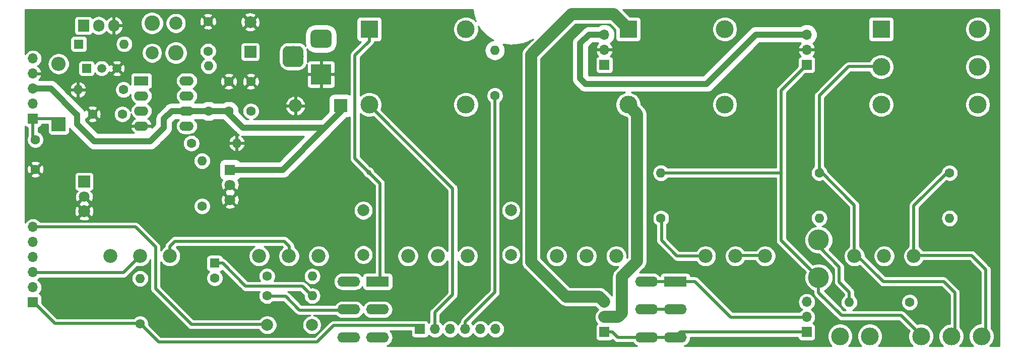
<source format=gbl>
G04 #@! TF.GenerationSoftware,KiCad,Pcbnew,(5.1.0)-1*
G04 #@! TF.CreationDate,2019-04-23T00:00:26+02:00*
G04 #@! TF.ProjectId,pcb_main,7063625f-6d61-4696-9e2e-6b696361645f,RC1*
G04 #@! TF.SameCoordinates,Original*
G04 #@! TF.FileFunction,Copper,L2,Bot*
G04 #@! TF.FilePolarity,Positive*
%FSLAX46Y46*%
G04 Gerber Fmt 4.6, Leading zero omitted, Abs format (unit mm)*
G04 Created by KiCad (PCBNEW (5.1.0)-1) date 2019-04-23 00:00:26*
%MOMM*%
%LPD*%
G04 APERTURE LIST*
%ADD10R,1.800000X1.800000*%
%ADD11C,1.800000*%
%ADD12C,3.000000*%
%ADD13R,3.000000X3.000000*%
%ADD14C,1.600000*%
%ADD15R,1.600000X1.600000*%
%ADD16C,2.340000*%
%ADD17R,2.200000X2.200000*%
%ADD18O,2.200000X2.200000*%
%ADD19R,3.500000X3.500000*%
%ADD20C,0.200000*%
%ADD21C,3.500000*%
%ADD22C,2.000000*%
%ADD23O,1.600000X1.600000*%
%ADD24O,1.700000X1.700000*%
%ADD25R,1.700000X1.700000*%
%ADD26R,2.000000X2.000000*%
%ADD27R,2.400000X2.400000*%
%ADD28O,2.400000X2.400000*%
%ADD29C,1.500000*%
%ADD30R,1.500000X1.500000*%
%ADD31R,1.905000X2.000000*%
%ADD32O,1.905000X2.000000*%
%ADD33R,2.400000X1.600000*%
%ADD34O,2.400000X1.600000*%
%ADD35C,2.600000*%
%ADD36C,2.200000*%
%ADD37R,3.850000X1.730000*%
%ADD38O,3.850000X1.730000*%
%ADD39C,0.800000*%
%ADD40C,1.000000*%
%ADD41C,0.500000*%
%ADD42C,2.000000*%
%ADD43C,0.254000*%
G04 APERTURE END LIST*
D10*
X90600000Y-131660000D03*
D11*
X90600000Y-134200000D03*
D10*
X115100000Y-129670000D03*
D11*
X115100000Y-132210000D03*
X115100000Y-134750000D03*
D12*
X198230000Y-118700000D03*
X198230000Y-106000000D03*
X182000000Y-118700000D03*
D13*
X182000000Y-106000000D03*
D12*
X154730000Y-118700000D03*
X154730000Y-106000000D03*
X138500000Y-118700000D03*
D13*
X138500000Y-106000000D03*
X224500000Y-106000000D03*
D12*
X224500000Y-118700000D03*
X224500000Y-112350000D03*
X240730000Y-106000000D03*
X240730000Y-118700000D03*
X240730000Y-112350000D03*
D14*
X112540000Y-147910000D03*
D15*
X112540000Y-145410000D03*
D16*
X105000000Y-144200000D03*
X100000000Y-144200000D03*
X95000000Y-144200000D03*
X155000000Y-144200000D03*
X150000000Y-144200000D03*
X145000000Y-144200000D03*
X180000000Y-144200000D03*
X175000000Y-144200000D03*
X170000000Y-144200000D03*
X130000000Y-144200000D03*
X125000000Y-144200000D03*
X120000000Y-144200000D03*
X205000000Y-144200000D03*
X200000000Y-144200000D03*
X195000000Y-144200000D03*
X230000000Y-144200000D03*
X225000000Y-144200000D03*
X220000000Y-144200000D03*
D17*
X133700000Y-118900000D03*
D18*
X126080000Y-118900000D03*
D12*
X222600000Y-157700000D03*
X217600000Y-157700000D03*
D19*
X130400000Y-113600000D03*
D20*
G36*
X131473513Y-106103611D02*
G01*
X131546318Y-106114411D01*
X131617714Y-106132295D01*
X131687013Y-106157090D01*
X131753548Y-106188559D01*
X131816678Y-106226398D01*
X131875795Y-106270242D01*
X131930330Y-106319670D01*
X131979758Y-106374205D01*
X132023602Y-106433322D01*
X132061441Y-106496452D01*
X132092910Y-106562987D01*
X132117705Y-106632286D01*
X132135589Y-106703682D01*
X132146389Y-106776487D01*
X132150000Y-106850000D01*
X132150000Y-108350000D01*
X132146389Y-108423513D01*
X132135589Y-108496318D01*
X132117705Y-108567714D01*
X132092910Y-108637013D01*
X132061441Y-108703548D01*
X132023602Y-108766678D01*
X131979758Y-108825795D01*
X131930330Y-108880330D01*
X131875795Y-108929758D01*
X131816678Y-108973602D01*
X131753548Y-109011441D01*
X131687013Y-109042910D01*
X131617714Y-109067705D01*
X131546318Y-109085589D01*
X131473513Y-109096389D01*
X131400000Y-109100000D01*
X129400000Y-109100000D01*
X129326487Y-109096389D01*
X129253682Y-109085589D01*
X129182286Y-109067705D01*
X129112987Y-109042910D01*
X129046452Y-109011441D01*
X128983322Y-108973602D01*
X128924205Y-108929758D01*
X128869670Y-108880330D01*
X128820242Y-108825795D01*
X128776398Y-108766678D01*
X128738559Y-108703548D01*
X128707090Y-108637013D01*
X128682295Y-108567714D01*
X128664411Y-108496318D01*
X128653611Y-108423513D01*
X128650000Y-108350000D01*
X128650000Y-106850000D01*
X128653611Y-106776487D01*
X128664411Y-106703682D01*
X128682295Y-106632286D01*
X128707090Y-106562987D01*
X128738559Y-106496452D01*
X128776398Y-106433322D01*
X128820242Y-106374205D01*
X128869670Y-106319670D01*
X128924205Y-106270242D01*
X128983322Y-106226398D01*
X129046452Y-106188559D01*
X129112987Y-106157090D01*
X129182286Y-106132295D01*
X129253682Y-106114411D01*
X129326487Y-106103611D01*
X129400000Y-106100000D01*
X131400000Y-106100000D01*
X131473513Y-106103611D01*
X131473513Y-106103611D01*
G37*
D12*
X130400000Y-107600000D03*
D20*
G36*
X126660765Y-108854213D02*
G01*
X126745704Y-108866813D01*
X126828999Y-108887677D01*
X126909848Y-108916605D01*
X126987472Y-108953319D01*
X127061124Y-108997464D01*
X127130094Y-109048616D01*
X127193718Y-109106282D01*
X127251384Y-109169906D01*
X127302536Y-109238876D01*
X127346681Y-109312528D01*
X127383395Y-109390152D01*
X127412323Y-109471001D01*
X127433187Y-109554296D01*
X127445787Y-109639235D01*
X127450000Y-109725000D01*
X127450000Y-111475000D01*
X127445787Y-111560765D01*
X127433187Y-111645704D01*
X127412323Y-111728999D01*
X127383395Y-111809848D01*
X127346681Y-111887472D01*
X127302536Y-111961124D01*
X127251384Y-112030094D01*
X127193718Y-112093718D01*
X127130094Y-112151384D01*
X127061124Y-112202536D01*
X126987472Y-112246681D01*
X126909848Y-112283395D01*
X126828999Y-112312323D01*
X126745704Y-112333187D01*
X126660765Y-112345787D01*
X126575000Y-112350000D01*
X124825000Y-112350000D01*
X124739235Y-112345787D01*
X124654296Y-112333187D01*
X124571001Y-112312323D01*
X124490152Y-112283395D01*
X124412528Y-112246681D01*
X124338876Y-112202536D01*
X124269906Y-112151384D01*
X124206282Y-112093718D01*
X124148616Y-112030094D01*
X124097464Y-111961124D01*
X124053319Y-111887472D01*
X124016605Y-111809848D01*
X123987677Y-111728999D01*
X123966813Y-111645704D01*
X123954213Y-111560765D01*
X123950000Y-111475000D01*
X123950000Y-109725000D01*
X123954213Y-109639235D01*
X123966813Y-109554296D01*
X123987677Y-109471001D01*
X124016605Y-109390152D01*
X124053319Y-109312528D01*
X124097464Y-109238876D01*
X124148616Y-109169906D01*
X124206282Y-109106282D01*
X124269906Y-109048616D01*
X124338876Y-108997464D01*
X124412528Y-108953319D01*
X124490152Y-108916605D01*
X124571001Y-108887677D01*
X124654296Y-108866813D01*
X124739235Y-108854213D01*
X124825000Y-108850000D01*
X126575000Y-108850000D01*
X126660765Y-108854213D01*
X126660765Y-108854213D01*
G37*
D21*
X125700000Y-110600000D03*
X214000000Y-141500000D03*
X214000000Y-147850000D03*
D12*
X231200000Y-157700000D03*
X241360000Y-157700000D03*
X236280000Y-157700000D03*
D22*
X128860000Y-155800000D03*
X121360000Y-155800000D03*
D14*
X100000000Y-155600000D03*
D23*
X100000000Y-147980000D03*
D14*
X121300000Y-147600000D03*
D23*
X128920000Y-147600000D03*
D14*
X187500000Y-137820000D03*
D23*
X187500000Y-130200000D03*
X128920000Y-150900000D03*
D14*
X121300000Y-150900000D03*
X229300000Y-152000000D03*
D23*
X219140000Y-152000000D03*
X236000000Y-137820000D03*
D14*
X236000000Y-130200000D03*
X214100000Y-130200000D03*
D23*
X214100000Y-137820000D03*
D24*
X178000000Y-106920000D03*
X178000000Y-109460000D03*
D25*
X178000000Y-112000000D03*
X212000000Y-112000000D03*
D24*
X212000000Y-109460000D03*
X212000000Y-106920000D03*
D25*
X82000000Y-152000000D03*
D24*
X82000000Y-149460000D03*
X82000000Y-146920000D03*
X82000000Y-144380000D03*
X82000000Y-141840000D03*
X82000000Y-139300000D03*
D25*
X212000000Y-157000000D03*
D24*
X212000000Y-154460000D03*
X212000000Y-151920000D03*
X178000000Y-151920000D03*
X178000000Y-154460000D03*
D25*
X178000000Y-157000000D03*
D14*
X114900000Y-114800000D03*
X114900000Y-119800000D03*
D22*
X118500000Y-104800000D03*
D26*
X118500000Y-109800000D03*
D14*
X111400000Y-109700000D03*
X111400000Y-104700000D03*
X97000000Y-120300000D03*
X92000000Y-120300000D03*
X118600000Y-119800000D03*
X118600000Y-114800000D03*
X82400000Y-129600000D03*
X82400000Y-124600000D03*
D26*
X90600000Y-131660000D03*
D22*
X90600000Y-136660000D03*
D15*
X89700000Y-108500000D03*
D23*
X97320000Y-108500000D03*
D27*
X86300000Y-122000000D03*
D28*
X86300000Y-111840000D03*
D29*
X93540000Y-112600000D03*
X96080000Y-112600000D03*
D30*
X91000000Y-112600000D03*
D31*
X90500000Y-105400000D03*
D32*
X93040000Y-105400000D03*
X95580000Y-105400000D03*
D23*
X111500000Y-112180000D03*
D14*
X111500000Y-119800000D03*
D23*
X116220000Y-125200000D03*
D14*
X108600000Y-125200000D03*
X97200000Y-116200000D03*
D23*
X89580000Y-116200000D03*
D14*
X110400000Y-135800000D03*
D23*
X110400000Y-128180000D03*
D33*
X100200000Y-114700000D03*
D34*
X107820000Y-122320000D03*
X100200000Y-117240000D03*
X107820000Y-119780000D03*
X100200000Y-119780000D03*
X107820000Y-117240000D03*
X100200000Y-122320000D03*
X107820000Y-114700000D03*
D35*
X102000000Y-105000000D03*
X106000000Y-110000000D03*
D36*
X106000000Y-105000000D03*
X102000000Y-110000000D03*
D37*
X189900000Y-148500000D03*
D38*
X189900000Y-153200000D03*
X189900000Y-157900000D03*
X185070000Y-153200000D03*
X185070000Y-157900000D03*
X185070000Y-148500000D03*
D25*
X82000000Y-121080000D03*
D24*
X82000000Y-118540000D03*
X82000000Y-116000000D03*
X82000000Y-113460000D03*
X82000000Y-110920000D03*
D37*
X139900000Y-148500000D03*
D38*
X139900000Y-153200000D03*
X139900000Y-157900000D03*
X135070000Y-153200000D03*
X135070000Y-157900000D03*
X135070000Y-148500000D03*
D22*
X162300000Y-144000000D03*
X162300000Y-136500000D03*
X137500000Y-136500000D03*
X137500000Y-144000000D03*
D25*
X147020000Y-156500000D03*
D24*
X149560000Y-156500000D03*
X152100000Y-156500000D03*
X154640000Y-156500000D03*
X157180000Y-156500000D03*
X159720000Y-156500000D03*
D14*
X159600000Y-117200000D03*
D23*
X159600000Y-109580000D03*
D39*
X138400000Y-130100000D03*
D40*
X82100000Y-116000000D02*
X82050000Y-116000000D01*
X83202081Y-116000000D02*
X82000000Y-116000000D01*
X85000000Y-116000000D02*
X83202081Y-116000000D01*
X89359998Y-120359998D02*
X85000000Y-116000000D01*
X89400000Y-121500000D02*
X89400000Y-120400000D01*
X92300000Y-124900000D02*
X89400000Y-122000000D01*
X107540000Y-119800000D02*
X105300000Y-119800000D01*
X107820000Y-120080000D02*
X107540000Y-119800000D01*
X89400000Y-122000000D02*
X89400000Y-121500000D01*
X105300000Y-119800000D02*
X104000000Y-121100000D01*
X104000000Y-121100000D02*
X104000000Y-122600000D01*
X104000000Y-122600000D02*
X101700000Y-124900000D01*
X101700000Y-124900000D02*
X92300000Y-124900000D01*
X111800000Y-119800000D02*
X107800000Y-119800000D01*
X114500000Y-119800000D02*
X111800000Y-119800000D01*
X117300000Y-122600000D02*
X114500000Y-119800000D01*
X131000000Y-122600000D02*
X117300000Y-122600000D01*
X123930000Y-129670000D02*
X131000000Y-122600000D01*
X115100000Y-129670000D02*
X123930000Y-129670000D01*
X133800000Y-119800000D02*
X131000000Y-122600000D01*
X133700000Y-118800000D02*
X133800000Y-118900000D01*
X133800000Y-118900000D02*
X133800000Y-119800000D01*
X175450000Y-106900000D02*
X178100000Y-106900000D01*
X203500000Y-106900000D02*
X195200000Y-115200000D01*
X195200000Y-115200000D02*
X174850000Y-115200000D01*
X174850000Y-115200000D02*
X173950000Y-114300000D01*
X173950000Y-114300000D02*
X173950000Y-108400000D01*
X212000000Y-106900000D02*
X203500000Y-106900000D01*
X173950000Y-108400000D02*
X175450000Y-106900000D01*
D41*
X127242551Y-149292551D02*
X128850000Y-150900000D01*
X117726553Y-149292551D02*
X127242551Y-149292551D01*
X112400000Y-145410000D02*
X113844002Y-145410000D01*
X113844002Y-145410000D02*
X117726553Y-149292551D01*
X190200000Y-144200000D02*
X195000000Y-144200000D01*
X187600000Y-141600000D02*
X190200000Y-144200000D01*
X187550000Y-137850000D02*
X187600000Y-137900000D01*
X187600000Y-137900000D02*
X187600000Y-141600000D01*
X200100000Y-144100000D02*
X205000000Y-144100000D01*
X199200000Y-154500000D02*
X212000000Y-154500000D01*
X185170000Y-148500000D02*
X193200000Y-148500000D01*
X193200000Y-148500000D02*
X199200000Y-154500000D01*
X125100000Y-142550000D02*
X125100000Y-143200000D01*
X124250000Y-141700000D02*
X125100000Y-142550000D01*
X105850000Y-141700000D02*
X124250000Y-141700000D01*
X105000000Y-144100000D02*
X105000000Y-142550000D01*
X105000000Y-142550000D02*
X105850000Y-141700000D01*
X217450000Y-146050000D02*
X214100000Y-142700000D01*
X217450000Y-148550000D02*
X217450000Y-146050000D01*
X219149999Y-150249999D02*
X217450000Y-148550000D01*
X219100000Y-151900002D02*
X219149999Y-151950001D01*
X219149999Y-151950001D02*
X219149999Y-150249999D01*
X236000000Y-138000000D02*
X235900000Y-137900000D01*
X108600000Y-155700000D02*
X121400000Y-155700000D01*
X102600000Y-149700000D02*
X108600000Y-155700000D01*
X102600000Y-142700000D02*
X102600000Y-149700000D01*
X82000000Y-139300000D02*
X99200000Y-139300000D01*
X99200000Y-139300000D02*
X102600000Y-142700000D01*
X96300000Y-147000000D02*
X82100000Y-147000000D01*
X97200000Y-147000000D02*
X96400000Y-147000000D01*
X99950000Y-144200000D02*
X99950000Y-144250000D01*
X99950000Y-144250000D02*
X97200000Y-147000000D01*
X85666947Y-155566947D02*
X82100000Y-152000000D01*
X146400000Y-155900000D02*
X132500000Y-155900000D01*
X132500000Y-155900000D02*
X129700000Y-158700000D01*
X129700000Y-158700000D02*
X103100000Y-158700000D01*
X103100000Y-158700000D02*
X99966947Y-155566947D01*
X99966947Y-155566947D02*
X85666947Y-155566947D01*
X82000000Y-144380000D02*
X82020000Y-144400000D01*
X132300000Y-153300000D02*
X135200000Y-153300000D01*
X126750000Y-153300000D02*
X132300000Y-153300000D01*
X124450000Y-151000000D02*
X126750000Y-153300000D01*
X121300000Y-151000000D02*
X124450000Y-151000000D01*
X220000000Y-135600000D02*
X220000000Y-144200000D01*
X219000000Y-112300000D02*
X214100000Y-117200000D01*
X224400000Y-112300000D02*
X219000000Y-112300000D01*
X214100000Y-117200000D02*
X214100000Y-129400000D01*
X214100000Y-129400000D02*
X214500000Y-129800000D01*
X214500000Y-129800000D02*
X214200000Y-129800000D01*
X214200000Y-129800000D02*
X220000000Y-135600000D01*
X236900000Y-150400000D02*
X236900000Y-157700000D01*
X235000000Y-148500000D02*
X236900000Y-150400000D01*
X220000000Y-143654629D02*
X224845371Y-148500000D01*
X224845371Y-148500000D02*
X235000000Y-148500000D01*
X214000000Y-150350000D02*
X214000000Y-148000000D01*
X217850000Y-154200000D02*
X214000000Y-150350000D01*
X231140000Y-157480000D02*
X227860000Y-154200000D01*
X227860000Y-154200000D02*
X217850000Y-154200000D01*
X187500000Y-130250000D02*
X187550000Y-130200000D01*
X187550000Y-130200000D02*
X196350000Y-130200000D01*
X196350000Y-130200000D02*
X199500000Y-130200000D01*
X138799999Y-130499999D02*
X138400000Y-130100000D01*
X140300000Y-132000000D02*
X138799999Y-130499999D01*
X139900000Y-148500000D02*
X140300000Y-148100000D01*
X140300000Y-148100000D02*
X140300000Y-132000000D01*
X138000001Y-129700001D02*
X138400000Y-130100000D01*
X136100000Y-127800000D02*
X138000001Y-129700001D01*
X136100000Y-110400000D02*
X136100000Y-127800000D01*
X138500000Y-106000000D02*
X138500000Y-108000000D01*
X138500000Y-108000000D02*
X136100000Y-110400000D01*
X207700000Y-130200000D02*
X199500000Y-130200000D01*
X207700000Y-141550000D02*
X214000000Y-147850000D01*
X207700000Y-130200000D02*
X207700000Y-141550000D01*
X207700000Y-116300000D02*
X207700000Y-130200000D01*
X212000000Y-112000000D02*
X207700000Y-116300000D01*
X140150000Y-148700000D02*
X140000000Y-148700000D01*
X242100000Y-146500000D02*
X242100000Y-157500000D01*
X235600000Y-130100000D02*
X230000000Y-135700000D01*
X235900000Y-130100000D02*
X235600000Y-130100000D01*
X230000000Y-135700000D02*
X230000000Y-144000000D01*
X230000000Y-144000000D02*
X230100000Y-144100000D01*
X230100000Y-144100000D02*
X239700000Y-144100000D01*
X239700000Y-144100000D02*
X242100000Y-146500000D01*
X82000000Y-121080000D02*
X86280000Y-121080000D01*
X86280000Y-121080000D02*
X86300000Y-121100000D01*
X82000000Y-121080000D02*
X82000000Y-124000000D01*
X82000000Y-124000000D02*
X82600000Y-124600000D01*
X179350000Y-157000000D02*
X180250000Y-157900000D01*
X178000000Y-157000000D02*
X179350000Y-157000000D01*
X180250000Y-157900000D02*
X185100000Y-157900000D01*
X185100000Y-157900000D02*
X190100000Y-157900000D01*
X212000000Y-157000000D02*
X190800000Y-157000000D01*
X190800000Y-157000000D02*
X189900000Y-157900000D01*
D42*
X179600000Y-103500000D02*
X181900000Y-105800000D01*
X177150001Y-151070001D02*
X171570001Y-151070001D01*
X178000000Y-151920000D02*
X177150001Y-151070001D01*
X171570001Y-151070001D02*
X165700000Y-145200000D01*
X165700000Y-145200000D02*
X165700000Y-110300000D01*
X165700000Y-110300000D02*
X172500000Y-103500000D01*
X172500000Y-103500000D02*
X179600000Y-103500000D01*
X183500000Y-120300000D02*
X182000000Y-118800000D01*
X183500000Y-145100000D02*
X183500000Y-120300000D01*
X180900000Y-147700000D02*
X183500000Y-145100000D01*
X180900000Y-153800000D02*
X180900000Y-147700000D01*
X178000000Y-154460000D02*
X180240000Y-154460000D01*
X180240000Y-154460000D02*
X180900000Y-153800000D01*
D41*
X138500000Y-118800000D02*
X138500000Y-118700000D01*
X152500000Y-132800000D02*
X138500000Y-118800000D01*
X152500000Y-150700000D02*
X152500000Y-132800000D01*
X149500000Y-156500000D02*
X149500000Y-153700000D01*
X149500000Y-153700000D02*
X152500000Y-150700000D01*
X159600000Y-120600000D02*
X159600000Y-117200000D01*
X159600000Y-150300000D02*
X159600000Y-120600000D01*
X154640000Y-156500000D02*
X154640000Y-155260000D01*
X154640000Y-155260000D02*
X159600000Y-150300000D01*
X185170000Y-153200000D02*
X187345000Y-153200000D01*
X187345000Y-153200000D02*
X190100000Y-153200000D01*
D43*
G36*
X244315000Y-159315000D02*
G01*
X242764346Y-159315000D01*
X243018363Y-159060983D01*
X243252012Y-158711302D01*
X243412953Y-158322756D01*
X243495000Y-157910279D01*
X243495000Y-157489721D01*
X243412953Y-157077244D01*
X243252012Y-156688698D01*
X243018363Y-156339017D01*
X242985000Y-156305654D01*
X242985000Y-146543469D01*
X242989281Y-146500000D01*
X242985000Y-146456531D01*
X242985000Y-146456523D01*
X242972195Y-146326510D01*
X242943401Y-146231589D01*
X242921589Y-146159686D01*
X242839411Y-146005941D01*
X242756532Y-145904953D01*
X242756530Y-145904951D01*
X242728817Y-145871183D01*
X242695050Y-145843471D01*
X240356532Y-143504954D01*
X240328817Y-143471183D01*
X240194059Y-143360589D01*
X240040313Y-143278411D01*
X239873490Y-143227805D01*
X239743477Y-143215000D01*
X239743469Y-143215000D01*
X239700000Y-143210719D01*
X239656531Y-143215000D01*
X231512700Y-143215000D01*
X231402035Y-143049379D01*
X231150621Y-142797965D01*
X230885000Y-142620482D01*
X230885000Y-137820000D01*
X234558057Y-137820000D01*
X234585764Y-138101309D01*
X234667818Y-138371808D01*
X234801068Y-138621101D01*
X234980392Y-138839608D01*
X235198899Y-139018932D01*
X235448192Y-139152182D01*
X235718691Y-139234236D01*
X235929508Y-139255000D01*
X236070492Y-139255000D01*
X236281309Y-139234236D01*
X236551808Y-139152182D01*
X236801101Y-139018932D01*
X237019608Y-138839608D01*
X237198932Y-138621101D01*
X237332182Y-138371808D01*
X237414236Y-138101309D01*
X237441943Y-137820000D01*
X237414236Y-137538691D01*
X237332182Y-137268192D01*
X237198932Y-137018899D01*
X237019608Y-136800392D01*
X236801101Y-136621068D01*
X236551808Y-136487818D01*
X236281309Y-136405764D01*
X236070492Y-136385000D01*
X235929508Y-136385000D01*
X235718691Y-136405764D01*
X235448192Y-136487818D01*
X235198899Y-136621068D01*
X234980392Y-136800392D01*
X234801068Y-137018899D01*
X234667818Y-137268192D01*
X234585764Y-137538691D01*
X234558057Y-137820000D01*
X230885000Y-137820000D01*
X230885000Y-136066578D01*
X235433146Y-131518433D01*
X235581426Y-131579853D01*
X235858665Y-131635000D01*
X236141335Y-131635000D01*
X236418574Y-131579853D01*
X236679727Y-131471680D01*
X236914759Y-131314637D01*
X237114637Y-131114759D01*
X237271680Y-130879727D01*
X237379853Y-130618574D01*
X237435000Y-130341335D01*
X237435000Y-130058665D01*
X237379853Y-129781426D01*
X237271680Y-129520273D01*
X237114637Y-129285241D01*
X236914759Y-129085363D01*
X236679727Y-128928320D01*
X236418574Y-128820147D01*
X236141335Y-128765000D01*
X235858665Y-128765000D01*
X235581426Y-128820147D01*
X235320273Y-128928320D01*
X235085241Y-129085363D01*
X234885363Y-129285241D01*
X234728320Y-129520273D01*
X234620147Y-129781426D01*
X234608514Y-129839907D01*
X229404956Y-135043466D01*
X229371183Y-135071183D01*
X229260589Y-135205942D01*
X229178411Y-135359688D01*
X229158140Y-135426511D01*
X229128389Y-135524587D01*
X229127805Y-135526511D01*
X229115000Y-135656524D01*
X229115000Y-135656531D01*
X229110719Y-135700000D01*
X229115000Y-135743469D01*
X229115001Y-142620482D01*
X228849379Y-142797965D01*
X228597965Y-143049379D01*
X228400429Y-143345012D01*
X228264365Y-143673501D01*
X228195000Y-144022223D01*
X228195000Y-144377777D01*
X228264365Y-144726499D01*
X228400429Y-145054988D01*
X228597965Y-145350621D01*
X228849379Y-145602035D01*
X229145012Y-145799571D01*
X229473501Y-145935635D01*
X229822223Y-146005000D01*
X230177777Y-146005000D01*
X230526499Y-145935635D01*
X230854988Y-145799571D01*
X231150621Y-145602035D01*
X231402035Y-145350621D01*
X231599571Y-145054988D01*
X231628561Y-144985000D01*
X239333422Y-144985000D01*
X241215000Y-146866579D01*
X241215001Y-155565000D01*
X241149721Y-155565000D01*
X240737244Y-155647047D01*
X240348698Y-155807988D01*
X239999017Y-156041637D01*
X239701637Y-156339017D01*
X239467988Y-156688698D01*
X239307047Y-157077244D01*
X239225000Y-157489721D01*
X239225000Y-157910279D01*
X239307047Y-158322756D01*
X239467988Y-158711302D01*
X239701637Y-159060983D01*
X239955654Y-159315000D01*
X237684346Y-159315000D01*
X237938363Y-159060983D01*
X238172012Y-158711302D01*
X238332953Y-158322756D01*
X238415000Y-157910279D01*
X238415000Y-157489721D01*
X238332953Y-157077244D01*
X238172012Y-156688698D01*
X237938363Y-156339017D01*
X237785000Y-156185654D01*
X237785000Y-150443469D01*
X237789281Y-150400000D01*
X237785000Y-150356531D01*
X237785000Y-150356523D01*
X237772195Y-150226510D01*
X237721589Y-150059687D01*
X237639411Y-149905941D01*
X237612779Y-149873490D01*
X237556532Y-149804953D01*
X237556530Y-149804951D01*
X237528817Y-149771183D01*
X237495050Y-149743471D01*
X235656532Y-147904954D01*
X235628817Y-147871183D01*
X235494059Y-147760589D01*
X235340313Y-147678411D01*
X235173490Y-147627805D01*
X235043477Y-147615000D01*
X235043469Y-147615000D01*
X235000000Y-147610719D01*
X234956531Y-147615000D01*
X225211950Y-147615000D01*
X221805000Y-144208051D01*
X221805000Y-144022223D01*
X223195000Y-144022223D01*
X223195000Y-144377777D01*
X223264365Y-144726499D01*
X223400429Y-145054988D01*
X223597965Y-145350621D01*
X223849379Y-145602035D01*
X224145012Y-145799571D01*
X224473501Y-145935635D01*
X224822223Y-146005000D01*
X225177777Y-146005000D01*
X225526499Y-145935635D01*
X225854988Y-145799571D01*
X226150621Y-145602035D01*
X226402035Y-145350621D01*
X226599571Y-145054988D01*
X226735635Y-144726499D01*
X226805000Y-144377777D01*
X226805000Y-144022223D01*
X226735635Y-143673501D01*
X226599571Y-143345012D01*
X226402035Y-143049379D01*
X226150621Y-142797965D01*
X225854988Y-142600429D01*
X225526499Y-142464365D01*
X225177777Y-142395000D01*
X224822223Y-142395000D01*
X224473501Y-142464365D01*
X224145012Y-142600429D01*
X223849379Y-142797965D01*
X223597965Y-143049379D01*
X223400429Y-143345012D01*
X223264365Y-143673501D01*
X223195000Y-144022223D01*
X221805000Y-144022223D01*
X221735635Y-143673501D01*
X221599571Y-143345012D01*
X221402035Y-143049379D01*
X221150621Y-142797965D01*
X220885000Y-142620482D01*
X220885000Y-135643469D01*
X220889281Y-135600000D01*
X220885000Y-135556531D01*
X220885000Y-135556523D01*
X220872195Y-135426510D01*
X220858519Y-135381426D01*
X220821589Y-135259686D01*
X220739411Y-135105941D01*
X220656532Y-135004953D01*
X220656530Y-135004951D01*
X220628817Y-134971183D01*
X220595051Y-134943472D01*
X215491486Y-129839908D01*
X215479853Y-129781426D01*
X215371680Y-129520273D01*
X215283167Y-129387803D01*
X215239411Y-129305941D01*
X215128817Y-129171183D01*
X215095044Y-129143466D01*
X214985000Y-129033422D01*
X214985000Y-118489721D01*
X222365000Y-118489721D01*
X222365000Y-118910279D01*
X222447047Y-119322756D01*
X222607988Y-119711302D01*
X222841637Y-120060983D01*
X223139017Y-120358363D01*
X223488698Y-120592012D01*
X223877244Y-120752953D01*
X224289721Y-120835000D01*
X224710279Y-120835000D01*
X225122756Y-120752953D01*
X225511302Y-120592012D01*
X225860983Y-120358363D01*
X226158363Y-120060983D01*
X226392012Y-119711302D01*
X226552953Y-119322756D01*
X226635000Y-118910279D01*
X226635000Y-118489721D01*
X238595000Y-118489721D01*
X238595000Y-118910279D01*
X238677047Y-119322756D01*
X238837988Y-119711302D01*
X239071637Y-120060983D01*
X239369017Y-120358363D01*
X239718698Y-120592012D01*
X240107244Y-120752953D01*
X240519721Y-120835000D01*
X240940279Y-120835000D01*
X241352756Y-120752953D01*
X241741302Y-120592012D01*
X242090983Y-120358363D01*
X242388363Y-120060983D01*
X242622012Y-119711302D01*
X242782953Y-119322756D01*
X242865000Y-118910279D01*
X242865000Y-118489721D01*
X242782953Y-118077244D01*
X242622012Y-117688698D01*
X242388363Y-117339017D01*
X242090983Y-117041637D01*
X241741302Y-116807988D01*
X241352756Y-116647047D01*
X240940279Y-116565000D01*
X240519721Y-116565000D01*
X240107244Y-116647047D01*
X239718698Y-116807988D01*
X239369017Y-117041637D01*
X239071637Y-117339017D01*
X238837988Y-117688698D01*
X238677047Y-118077244D01*
X238595000Y-118489721D01*
X226635000Y-118489721D01*
X226552953Y-118077244D01*
X226392012Y-117688698D01*
X226158363Y-117339017D01*
X225860983Y-117041637D01*
X225511302Y-116807988D01*
X225122756Y-116647047D01*
X224710279Y-116565000D01*
X224289721Y-116565000D01*
X223877244Y-116647047D01*
X223488698Y-116807988D01*
X223139017Y-117041637D01*
X222841637Y-117339017D01*
X222607988Y-117688698D01*
X222447047Y-118077244D01*
X222365000Y-118489721D01*
X214985000Y-118489721D01*
X214985000Y-117566578D01*
X219366579Y-113185000D01*
X222534961Y-113185000D01*
X222607988Y-113361302D01*
X222841637Y-113710983D01*
X223139017Y-114008363D01*
X223488698Y-114242012D01*
X223877244Y-114402953D01*
X224289721Y-114485000D01*
X224710279Y-114485000D01*
X225122756Y-114402953D01*
X225511302Y-114242012D01*
X225860983Y-114008363D01*
X226158363Y-113710983D01*
X226392012Y-113361302D01*
X226552953Y-112972756D01*
X226635000Y-112560279D01*
X226635000Y-112139721D01*
X238595000Y-112139721D01*
X238595000Y-112560279D01*
X238677047Y-112972756D01*
X238837988Y-113361302D01*
X239071637Y-113710983D01*
X239369017Y-114008363D01*
X239718698Y-114242012D01*
X240107244Y-114402953D01*
X240519721Y-114485000D01*
X240940279Y-114485000D01*
X241352756Y-114402953D01*
X241741302Y-114242012D01*
X242090983Y-114008363D01*
X242388363Y-113710983D01*
X242622012Y-113361302D01*
X242782953Y-112972756D01*
X242865000Y-112560279D01*
X242865000Y-112139721D01*
X242782953Y-111727244D01*
X242622012Y-111338698D01*
X242388363Y-110989017D01*
X242090983Y-110691637D01*
X241741302Y-110457988D01*
X241352756Y-110297047D01*
X240940279Y-110215000D01*
X240519721Y-110215000D01*
X240107244Y-110297047D01*
X239718698Y-110457988D01*
X239369017Y-110691637D01*
X239071637Y-110989017D01*
X238837988Y-111338698D01*
X238677047Y-111727244D01*
X238595000Y-112139721D01*
X226635000Y-112139721D01*
X226552953Y-111727244D01*
X226392012Y-111338698D01*
X226158363Y-110989017D01*
X225860983Y-110691637D01*
X225511302Y-110457988D01*
X225122756Y-110297047D01*
X224710279Y-110215000D01*
X224289721Y-110215000D01*
X223877244Y-110297047D01*
X223488698Y-110457988D01*
X223139017Y-110691637D01*
X222841637Y-110989017D01*
X222607988Y-111338698D01*
X222576383Y-111415000D01*
X219043465Y-111415000D01*
X218999999Y-111410719D01*
X218956533Y-111415000D01*
X218956523Y-111415000D01*
X218826510Y-111427805D01*
X218659687Y-111478411D01*
X218505941Y-111560589D01*
X218505939Y-111560590D01*
X218505940Y-111560590D01*
X218404953Y-111643468D01*
X218404951Y-111643470D01*
X218371183Y-111671183D01*
X218343470Y-111704951D01*
X213504956Y-116543466D01*
X213471183Y-116571183D01*
X213360589Y-116705942D01*
X213278411Y-116859688D01*
X213270304Y-116886413D01*
X213231624Y-117013923D01*
X213227805Y-117026511D01*
X213215000Y-117156524D01*
X213215000Y-117156531D01*
X213210719Y-117200000D01*
X213215000Y-117243469D01*
X213215001Y-129065478D01*
X213185241Y-129085363D01*
X212985363Y-129285241D01*
X212828320Y-129520273D01*
X212720147Y-129781426D01*
X212665000Y-130058665D01*
X212665000Y-130341335D01*
X212720147Y-130618574D01*
X212828320Y-130879727D01*
X212985363Y-131114759D01*
X213185241Y-131314637D01*
X213420273Y-131471680D01*
X213681426Y-131579853D01*
X213958665Y-131635000D01*
X214241335Y-131635000D01*
X214518574Y-131579853D01*
X214666855Y-131518433D01*
X219115000Y-135966579D01*
X219115001Y-142620482D01*
X218849379Y-142797965D01*
X218597965Y-143049379D01*
X218400429Y-143345012D01*
X218264365Y-143673501D01*
X218195000Y-144022223D01*
X218195000Y-144377777D01*
X218264365Y-144726499D01*
X218400429Y-145054988D01*
X218597965Y-145350621D01*
X218849379Y-145602035D01*
X219145012Y-145799571D01*
X219473501Y-145935635D01*
X219822223Y-146005000D01*
X220177777Y-146005000D01*
X220526499Y-145935635D01*
X220854988Y-145799571D01*
X220877993Y-145784200D01*
X224188841Y-149095049D01*
X224216554Y-149128817D01*
X224250322Y-149156530D01*
X224250324Y-149156532D01*
X224280967Y-149181680D01*
X224351312Y-149239411D01*
X224505058Y-149321589D01*
X224671881Y-149372195D01*
X224801894Y-149385000D01*
X224801904Y-149385000D01*
X224845370Y-149389281D01*
X224888836Y-149385000D01*
X234633422Y-149385000D01*
X236015000Y-150766579D01*
X236015001Y-155575885D01*
X235657244Y-155647047D01*
X235268698Y-155807988D01*
X234919017Y-156041637D01*
X234621637Y-156339017D01*
X234387988Y-156688698D01*
X234227047Y-157077244D01*
X234145000Y-157489721D01*
X234145000Y-157910279D01*
X234227047Y-158322756D01*
X234387988Y-158711302D01*
X234621637Y-159060983D01*
X234875654Y-159315000D01*
X232604346Y-159315000D01*
X232858363Y-159060983D01*
X233092012Y-158711302D01*
X233252953Y-158322756D01*
X233335000Y-157910279D01*
X233335000Y-157489721D01*
X233252953Y-157077244D01*
X233092012Y-156688698D01*
X232858363Y-156339017D01*
X232560983Y-156041637D01*
X232211302Y-155807988D01*
X231822756Y-155647047D01*
X231410279Y-155565000D01*
X230989721Y-155565000D01*
X230577244Y-155647047D01*
X230564079Y-155652500D01*
X228516534Y-153604956D01*
X228488817Y-153571183D01*
X228354059Y-153460589D01*
X228200313Y-153378411D01*
X228033490Y-153327805D01*
X227903477Y-153315000D01*
X227903469Y-153315000D01*
X227860000Y-153310719D01*
X227816531Y-153315000D01*
X219723953Y-153315000D01*
X219941101Y-153198932D01*
X220159608Y-153019608D01*
X220338932Y-152801101D01*
X220472182Y-152551808D01*
X220554236Y-152281309D01*
X220581943Y-152000000D01*
X220568023Y-151858665D01*
X227865000Y-151858665D01*
X227865000Y-152141335D01*
X227920147Y-152418574D01*
X228028320Y-152679727D01*
X228185363Y-152914759D01*
X228385241Y-153114637D01*
X228620273Y-153271680D01*
X228881426Y-153379853D01*
X229158665Y-153435000D01*
X229441335Y-153435000D01*
X229718574Y-153379853D01*
X229979727Y-153271680D01*
X230214759Y-153114637D01*
X230414637Y-152914759D01*
X230571680Y-152679727D01*
X230679853Y-152418574D01*
X230735000Y-152141335D01*
X230735000Y-151858665D01*
X230679853Y-151581426D01*
X230571680Y-151320273D01*
X230414637Y-151085241D01*
X230214759Y-150885363D01*
X229979727Y-150728320D01*
X229718574Y-150620147D01*
X229441335Y-150565000D01*
X229158665Y-150565000D01*
X228881426Y-150620147D01*
X228620273Y-150728320D01*
X228385241Y-150885363D01*
X228185363Y-151085241D01*
X228028320Y-151320273D01*
X227920147Y-151581426D01*
X227865000Y-151858665D01*
X220568023Y-151858665D01*
X220554236Y-151718691D01*
X220472182Y-151448192D01*
X220338932Y-151198899D01*
X220159608Y-150980392D01*
X220034999Y-150878128D01*
X220034999Y-150293468D01*
X220039280Y-150249999D01*
X220034999Y-150206530D01*
X220034999Y-150206522D01*
X220022194Y-150076509D01*
X220008399Y-150031034D01*
X219971588Y-149909685D01*
X219889410Y-149755940D01*
X219806531Y-149654952D01*
X219806529Y-149654950D01*
X219778816Y-149621182D01*
X219745048Y-149593469D01*
X218335000Y-148183422D01*
X218335000Y-146093465D01*
X218339281Y-146049999D01*
X218335000Y-146006533D01*
X218335000Y-146006523D01*
X218322195Y-145876510D01*
X218271589Y-145709687D01*
X218189411Y-145555941D01*
X218114777Y-145465000D01*
X218106532Y-145454953D01*
X218106530Y-145454951D01*
X218078817Y-145421183D01*
X218045049Y-145393470D01*
X215762239Y-143110660D01*
X215852550Y-143020349D01*
X216113560Y-142629721D01*
X216293346Y-142195679D01*
X216385000Y-141734902D01*
X216385000Y-141265098D01*
X216293346Y-140804321D01*
X216113560Y-140370279D01*
X215852550Y-139979651D01*
X215520349Y-139647450D01*
X215129721Y-139386440D01*
X214695679Y-139206654D01*
X214560728Y-139179811D01*
X214651808Y-139152182D01*
X214901101Y-139018932D01*
X215119608Y-138839608D01*
X215298932Y-138621101D01*
X215432182Y-138371808D01*
X215514236Y-138101309D01*
X215541943Y-137820000D01*
X215514236Y-137538691D01*
X215432182Y-137268192D01*
X215298932Y-137018899D01*
X215119608Y-136800392D01*
X214901101Y-136621068D01*
X214651808Y-136487818D01*
X214381309Y-136405764D01*
X214170492Y-136385000D01*
X214029508Y-136385000D01*
X213818691Y-136405764D01*
X213548192Y-136487818D01*
X213298899Y-136621068D01*
X213080392Y-136800392D01*
X212901068Y-137018899D01*
X212767818Y-137268192D01*
X212685764Y-137538691D01*
X212658057Y-137820000D01*
X212685764Y-138101309D01*
X212767818Y-138371808D01*
X212901068Y-138621101D01*
X213080392Y-138839608D01*
X213298899Y-139018932D01*
X213548192Y-139152182D01*
X213560065Y-139155784D01*
X213304321Y-139206654D01*
X212870279Y-139386440D01*
X212479651Y-139647450D01*
X212147450Y-139979651D01*
X211886440Y-140370279D01*
X211706654Y-140804321D01*
X211615000Y-141265098D01*
X211615000Y-141734902D01*
X211706654Y-142195679D01*
X211886440Y-142629721D01*
X212147450Y-143020349D01*
X212479651Y-143352550D01*
X212870279Y-143613560D01*
X213304321Y-143793346D01*
X213765098Y-143885000D01*
X214033422Y-143885000D01*
X216565001Y-146416580D01*
X216565000Y-148506531D01*
X216560719Y-148550000D01*
X216565000Y-148593469D01*
X216565000Y-148593476D01*
X216572881Y-148673490D01*
X216577805Y-148723490D01*
X216593157Y-148774096D01*
X216628411Y-148890312D01*
X216710589Y-149044058D01*
X216821183Y-149178817D01*
X216854956Y-149206534D01*
X218265000Y-150616579D01*
X218265000Y-150861716D01*
X218120392Y-150980392D01*
X217941068Y-151198899D01*
X217807818Y-151448192D01*
X217725764Y-151718691D01*
X217698057Y-152000000D01*
X217725764Y-152281309D01*
X217807818Y-152551808D01*
X217941068Y-152801101D01*
X218120392Y-153019608D01*
X218338899Y-153198932D01*
X218556047Y-153315000D01*
X218216579Y-153315000D01*
X214942633Y-150041055D01*
X215129721Y-149963560D01*
X215520349Y-149702550D01*
X215852550Y-149370349D01*
X216113560Y-148979721D01*
X216293346Y-148545679D01*
X216385000Y-148084902D01*
X216385000Y-147615098D01*
X216293346Y-147154321D01*
X216113560Y-146720279D01*
X215852550Y-146329651D01*
X215520349Y-145997450D01*
X215129721Y-145736440D01*
X214695679Y-145556654D01*
X214234902Y-145465000D01*
X213765098Y-145465000D01*
X213304321Y-145556654D01*
X213059600Y-145658021D01*
X208585000Y-141183422D01*
X208585000Y-130243477D01*
X208589282Y-130200000D01*
X208585000Y-130156523D01*
X208585000Y-116666578D01*
X211763507Y-113488072D01*
X212850000Y-113488072D01*
X212974482Y-113475812D01*
X213094180Y-113439502D01*
X213204494Y-113380537D01*
X213301185Y-113301185D01*
X213380537Y-113204494D01*
X213439502Y-113094180D01*
X213475812Y-112974482D01*
X213488072Y-112850000D01*
X213488072Y-111150000D01*
X213475812Y-111025518D01*
X213439502Y-110905820D01*
X213380537Y-110795506D01*
X213301185Y-110698815D01*
X213204494Y-110619463D01*
X213094180Y-110560498D01*
X213013534Y-110536034D01*
X213097588Y-110460269D01*
X213271641Y-110226920D01*
X213396825Y-109964099D01*
X213441476Y-109816890D01*
X213320155Y-109587000D01*
X212127000Y-109587000D01*
X212127000Y-109607000D01*
X211873000Y-109607000D01*
X211873000Y-109587000D01*
X210679845Y-109587000D01*
X210558524Y-109816890D01*
X210603175Y-109964099D01*
X210728359Y-110226920D01*
X210902412Y-110460269D01*
X210986466Y-110536034D01*
X210905820Y-110560498D01*
X210795506Y-110619463D01*
X210698815Y-110698815D01*
X210619463Y-110795506D01*
X210560498Y-110905820D01*
X210524188Y-111025518D01*
X210511928Y-111150000D01*
X210511928Y-112236493D01*
X207104956Y-115643466D01*
X207071183Y-115671183D01*
X206960589Y-115805942D01*
X206878411Y-115959688D01*
X206856919Y-116030537D01*
X206831529Y-116114236D01*
X206827805Y-116126511D01*
X206815000Y-116256524D01*
X206815000Y-116256531D01*
X206810719Y-116300000D01*
X206815000Y-116343469D01*
X206815001Y-129315000D01*
X188630078Y-129315000D01*
X188519608Y-129180392D01*
X188301101Y-129001068D01*
X188051808Y-128867818D01*
X187781309Y-128785764D01*
X187570492Y-128765000D01*
X187429508Y-128765000D01*
X187218691Y-128785764D01*
X186948192Y-128867818D01*
X186698899Y-129001068D01*
X186480392Y-129180392D01*
X186301068Y-129398899D01*
X186167818Y-129648192D01*
X186085764Y-129918691D01*
X186058057Y-130200000D01*
X186085764Y-130481309D01*
X186167818Y-130751808D01*
X186301068Y-131001101D01*
X186480392Y-131219608D01*
X186698899Y-131398932D01*
X186948192Y-131532182D01*
X187218691Y-131614236D01*
X187429508Y-131635000D01*
X187570492Y-131635000D01*
X187781309Y-131614236D01*
X188051808Y-131532182D01*
X188301101Y-131398932D01*
X188519608Y-131219608D01*
X188630078Y-131085000D01*
X206815000Y-131085000D01*
X206815001Y-141506521D01*
X206810719Y-141550000D01*
X206827805Y-141723490D01*
X206878412Y-141890313D01*
X206960590Y-142044059D01*
X207043468Y-142145046D01*
X207043471Y-142145049D01*
X207071184Y-142178817D01*
X207104952Y-142206530D01*
X211808021Y-146909600D01*
X211706654Y-147154321D01*
X211615000Y-147615098D01*
X211615000Y-148084902D01*
X211706654Y-148545679D01*
X211886440Y-148979721D01*
X212147450Y-149370349D01*
X212479651Y-149702550D01*
X212870279Y-149963560D01*
X213115000Y-150064927D01*
X213115000Y-150306531D01*
X213110719Y-150350000D01*
X213115000Y-150393469D01*
X213115000Y-150393476D01*
X213122881Y-150473490D01*
X213127805Y-150523490D01*
X213138785Y-150559686D01*
X213178411Y-150690312D01*
X213260589Y-150844058D01*
X213371183Y-150978817D01*
X213404956Y-151006534D01*
X217193470Y-154795049D01*
X217221183Y-154828817D01*
X217254951Y-154856530D01*
X217254953Y-154856532D01*
X217281613Y-154878411D01*
X217355941Y-154939411D01*
X217509687Y-155021589D01*
X217676510Y-155072195D01*
X217806523Y-155085000D01*
X217806533Y-155085000D01*
X217849999Y-155089281D01*
X217893465Y-155085000D01*
X227493422Y-155085000D01*
X229246226Y-156837805D01*
X229147047Y-157077244D01*
X229065000Y-157489721D01*
X229065000Y-157910279D01*
X229147047Y-158322756D01*
X229307988Y-158711302D01*
X229541637Y-159060983D01*
X229795654Y-159315000D01*
X224004346Y-159315000D01*
X224258363Y-159060983D01*
X224492012Y-158711302D01*
X224652953Y-158322756D01*
X224735000Y-157910279D01*
X224735000Y-157489721D01*
X224652953Y-157077244D01*
X224492012Y-156688698D01*
X224258363Y-156339017D01*
X223960983Y-156041637D01*
X223611302Y-155807988D01*
X223222756Y-155647047D01*
X222810279Y-155565000D01*
X222389721Y-155565000D01*
X221977244Y-155647047D01*
X221588698Y-155807988D01*
X221239017Y-156041637D01*
X220941637Y-156339017D01*
X220707988Y-156688698D01*
X220547047Y-157077244D01*
X220465000Y-157489721D01*
X220465000Y-157910279D01*
X220547047Y-158322756D01*
X220707988Y-158711302D01*
X220941637Y-159060983D01*
X221195654Y-159315000D01*
X219004346Y-159315000D01*
X219258363Y-159060983D01*
X219492012Y-158711302D01*
X219652953Y-158322756D01*
X219735000Y-157910279D01*
X219735000Y-157489721D01*
X219652953Y-157077244D01*
X219492012Y-156688698D01*
X219258363Y-156339017D01*
X218960983Y-156041637D01*
X218611302Y-155807988D01*
X218222756Y-155647047D01*
X217810279Y-155565000D01*
X217389721Y-155565000D01*
X216977244Y-155647047D01*
X216588698Y-155807988D01*
X216239017Y-156041637D01*
X215941637Y-156339017D01*
X215707988Y-156688698D01*
X215547047Y-157077244D01*
X215465000Y-157489721D01*
X215465000Y-157910279D01*
X215547047Y-158322756D01*
X215707988Y-158711302D01*
X215941637Y-159060983D01*
X216195654Y-159315000D01*
X191462708Y-159315000D01*
X191536802Y-159292524D01*
X191797387Y-159153238D01*
X192025792Y-158965792D01*
X192213238Y-158737387D01*
X192352524Y-158476802D01*
X192438295Y-158194051D01*
X192467257Y-157900000D01*
X192465780Y-157885000D01*
X210515375Y-157885000D01*
X210524188Y-157974482D01*
X210560498Y-158094180D01*
X210619463Y-158204494D01*
X210698815Y-158301185D01*
X210795506Y-158380537D01*
X210905820Y-158439502D01*
X211025518Y-158475812D01*
X211150000Y-158488072D01*
X212850000Y-158488072D01*
X212974482Y-158475812D01*
X213094180Y-158439502D01*
X213204494Y-158380537D01*
X213301185Y-158301185D01*
X213380537Y-158204494D01*
X213439502Y-158094180D01*
X213475812Y-157974482D01*
X213488072Y-157850000D01*
X213488072Y-156150000D01*
X213475812Y-156025518D01*
X213439502Y-155905820D01*
X213380537Y-155795506D01*
X213301185Y-155698815D01*
X213204494Y-155619463D01*
X213094180Y-155560498D01*
X213025313Y-155539607D01*
X213055134Y-155515134D01*
X213240706Y-155289014D01*
X213378599Y-155031034D01*
X213463513Y-154751111D01*
X213492185Y-154460000D01*
X213463513Y-154168889D01*
X213378599Y-153888966D01*
X213240706Y-153630986D01*
X213055134Y-153404866D01*
X212829014Y-153219294D01*
X212774209Y-153190000D01*
X212829014Y-153160706D01*
X213055134Y-152975134D01*
X213240706Y-152749014D01*
X213378599Y-152491034D01*
X213463513Y-152211111D01*
X213492185Y-151920000D01*
X213463513Y-151628889D01*
X213378599Y-151348966D01*
X213240706Y-151090986D01*
X213055134Y-150864866D01*
X212829014Y-150679294D01*
X212571034Y-150541401D01*
X212291111Y-150456487D01*
X212072950Y-150435000D01*
X211927050Y-150435000D01*
X211708889Y-150456487D01*
X211428966Y-150541401D01*
X211170986Y-150679294D01*
X210944866Y-150864866D01*
X210759294Y-151090986D01*
X210621401Y-151348966D01*
X210536487Y-151628889D01*
X210507815Y-151920000D01*
X210536487Y-152211111D01*
X210621401Y-152491034D01*
X210759294Y-152749014D01*
X210944866Y-152975134D01*
X211170986Y-153160706D01*
X211225791Y-153190000D01*
X211170986Y-153219294D01*
X210944866Y-153404866D01*
X210772413Y-153615000D01*
X199566579Y-153615000D01*
X193856532Y-147904954D01*
X193828817Y-147871183D01*
X193694059Y-147760589D01*
X193540313Y-147678411D01*
X193373490Y-147627805D01*
X193243477Y-147615000D01*
X193243469Y-147615000D01*
X193200000Y-147610719D01*
X193156531Y-147615000D01*
X192461102Y-147615000D01*
X192450812Y-147510518D01*
X192414502Y-147390820D01*
X192355537Y-147280506D01*
X192276185Y-147183815D01*
X192179494Y-147104463D01*
X192069180Y-147045498D01*
X191949482Y-147009188D01*
X191825000Y-146996928D01*
X187975000Y-146996928D01*
X187850518Y-147009188D01*
X187730820Y-147045498D01*
X187620506Y-147104463D01*
X187523815Y-147183815D01*
X187444463Y-147280506D01*
X187385498Y-147390820D01*
X187349188Y-147510518D01*
X187339462Y-147609271D01*
X187195792Y-147434208D01*
X186967387Y-147246762D01*
X186706802Y-147107476D01*
X186424051Y-147021705D01*
X186203680Y-147000000D01*
X183936320Y-147000000D01*
X183909608Y-147002631D01*
X184599320Y-146312919D01*
X184661714Y-146261714D01*
X184866031Y-146012752D01*
X185017852Y-145728715D01*
X185111343Y-145420516D01*
X185135000Y-145180322D01*
X185135000Y-145180320D01*
X185142911Y-145100001D01*
X185135000Y-145019681D01*
X185135000Y-137678665D01*
X186065000Y-137678665D01*
X186065000Y-137961335D01*
X186120147Y-138238574D01*
X186228320Y-138499727D01*
X186385363Y-138734759D01*
X186585241Y-138934637D01*
X186715000Y-139021339D01*
X186715001Y-141556521D01*
X186710719Y-141600000D01*
X186727805Y-141773490D01*
X186778412Y-141940313D01*
X186860590Y-142094059D01*
X186943468Y-142195046D01*
X186943471Y-142195049D01*
X186971184Y-142228817D01*
X187004951Y-142256529D01*
X189543470Y-144795049D01*
X189571183Y-144828817D01*
X189604951Y-144856530D01*
X189604953Y-144856532D01*
X189632920Y-144879484D01*
X189705941Y-144939411D01*
X189859687Y-145021589D01*
X190026510Y-145072195D01*
X190156523Y-145085000D01*
X190156533Y-145085000D01*
X190199999Y-145089281D01*
X190243465Y-145085000D01*
X193420482Y-145085000D01*
X193597965Y-145350621D01*
X193849379Y-145602035D01*
X194145012Y-145799571D01*
X194473501Y-145935635D01*
X194822223Y-146005000D01*
X195177777Y-146005000D01*
X195526499Y-145935635D01*
X195854988Y-145799571D01*
X196150621Y-145602035D01*
X196402035Y-145350621D01*
X196599571Y-145054988D01*
X196735635Y-144726499D01*
X196805000Y-144377777D01*
X196805000Y-144022223D01*
X198195000Y-144022223D01*
X198195000Y-144377777D01*
X198264365Y-144726499D01*
X198400429Y-145054988D01*
X198597965Y-145350621D01*
X198849379Y-145602035D01*
X199145012Y-145799571D01*
X199473501Y-145935635D01*
X199822223Y-146005000D01*
X200177777Y-146005000D01*
X200526499Y-145935635D01*
X200854988Y-145799571D01*
X201150621Y-145602035D01*
X201402035Y-145350621D01*
X201599571Y-145054988D01*
X201628561Y-144985000D01*
X203371439Y-144985000D01*
X203400429Y-145054988D01*
X203597965Y-145350621D01*
X203849379Y-145602035D01*
X204145012Y-145799571D01*
X204473501Y-145935635D01*
X204822223Y-146005000D01*
X205177777Y-146005000D01*
X205526499Y-145935635D01*
X205854988Y-145799571D01*
X206150621Y-145602035D01*
X206402035Y-145350621D01*
X206599571Y-145054988D01*
X206735635Y-144726499D01*
X206805000Y-144377777D01*
X206805000Y-144022223D01*
X206735635Y-143673501D01*
X206599571Y-143345012D01*
X206402035Y-143049379D01*
X206150621Y-142797965D01*
X205854988Y-142600429D01*
X205526499Y-142464365D01*
X205177777Y-142395000D01*
X204822223Y-142395000D01*
X204473501Y-142464365D01*
X204145012Y-142600429D01*
X203849379Y-142797965D01*
X203597965Y-143049379D01*
X203487300Y-143215000D01*
X201512700Y-143215000D01*
X201402035Y-143049379D01*
X201150621Y-142797965D01*
X200854988Y-142600429D01*
X200526499Y-142464365D01*
X200177777Y-142395000D01*
X199822223Y-142395000D01*
X199473501Y-142464365D01*
X199145012Y-142600429D01*
X198849379Y-142797965D01*
X198597965Y-143049379D01*
X198400429Y-143345012D01*
X198264365Y-143673501D01*
X198195000Y-144022223D01*
X196805000Y-144022223D01*
X196735635Y-143673501D01*
X196599571Y-143345012D01*
X196402035Y-143049379D01*
X196150621Y-142797965D01*
X195854988Y-142600429D01*
X195526499Y-142464365D01*
X195177777Y-142395000D01*
X194822223Y-142395000D01*
X194473501Y-142464365D01*
X194145012Y-142600429D01*
X193849379Y-142797965D01*
X193597965Y-143049379D01*
X193420482Y-143315000D01*
X190566579Y-143315000D01*
X188485000Y-141233422D01*
X188485000Y-138864396D01*
X188614637Y-138734759D01*
X188771680Y-138499727D01*
X188879853Y-138238574D01*
X188935000Y-137961335D01*
X188935000Y-137678665D01*
X188879853Y-137401426D01*
X188771680Y-137140273D01*
X188614637Y-136905241D01*
X188414759Y-136705363D01*
X188179727Y-136548320D01*
X187918574Y-136440147D01*
X187641335Y-136385000D01*
X187358665Y-136385000D01*
X187081426Y-136440147D01*
X186820273Y-136548320D01*
X186585241Y-136705363D01*
X186385363Y-136905241D01*
X186228320Y-137140273D01*
X186120147Y-137401426D01*
X186065000Y-137678665D01*
X185135000Y-137678665D01*
X185135000Y-120380319D01*
X185142911Y-120299999D01*
X185134096Y-120210498D01*
X185111343Y-119979484D01*
X185017852Y-119671285D01*
X184866031Y-119387248D01*
X184661714Y-119138286D01*
X184599318Y-119087079D01*
X184135000Y-118622761D01*
X184135000Y-118489721D01*
X196095000Y-118489721D01*
X196095000Y-118910279D01*
X196177047Y-119322756D01*
X196337988Y-119711302D01*
X196571637Y-120060983D01*
X196869017Y-120358363D01*
X197218698Y-120592012D01*
X197607244Y-120752953D01*
X198019721Y-120835000D01*
X198440279Y-120835000D01*
X198852756Y-120752953D01*
X199241302Y-120592012D01*
X199590983Y-120358363D01*
X199888363Y-120060983D01*
X200122012Y-119711302D01*
X200282953Y-119322756D01*
X200365000Y-118910279D01*
X200365000Y-118489721D01*
X200282953Y-118077244D01*
X200122012Y-117688698D01*
X199888363Y-117339017D01*
X199590983Y-117041637D01*
X199241302Y-116807988D01*
X198852756Y-116647047D01*
X198440279Y-116565000D01*
X198019721Y-116565000D01*
X197607244Y-116647047D01*
X197218698Y-116807988D01*
X196869017Y-117041637D01*
X196571637Y-117339017D01*
X196337988Y-117688698D01*
X196177047Y-118077244D01*
X196095000Y-118489721D01*
X184135000Y-118489721D01*
X184052953Y-118077244D01*
X183892012Y-117688698D01*
X183658363Y-117339017D01*
X183360983Y-117041637D01*
X183011302Y-116807988D01*
X182622756Y-116647047D01*
X182521973Y-116627000D01*
X195129912Y-116627000D01*
X195200000Y-116633903D01*
X195270088Y-116627000D01*
X195270098Y-116627000D01*
X195479741Y-116606352D01*
X195748731Y-116524755D01*
X195996634Y-116392248D01*
X196213923Y-116213923D01*
X196258609Y-116159473D01*
X204091083Y-108327000D01*
X210913334Y-108327000D01*
X210984694Y-108385564D01*
X210902412Y-108459731D01*
X210728359Y-108693080D01*
X210603175Y-108955901D01*
X210558524Y-109103110D01*
X210679845Y-109333000D01*
X211873000Y-109333000D01*
X211873000Y-109313000D01*
X212127000Y-109313000D01*
X212127000Y-109333000D01*
X213320155Y-109333000D01*
X213441476Y-109103110D01*
X213396825Y-108955901D01*
X213271641Y-108693080D01*
X213097588Y-108459731D01*
X213015306Y-108385564D01*
X213262608Y-108182608D01*
X213484670Y-107912025D01*
X213649677Y-107603319D01*
X213751288Y-107268353D01*
X213785598Y-106920000D01*
X213751288Y-106571647D01*
X213649677Y-106236681D01*
X213484670Y-105927975D01*
X213262608Y-105657392D01*
X212992025Y-105435330D01*
X212683319Y-105270323D01*
X212348353Y-105168712D01*
X212087296Y-105143000D01*
X211912704Y-105143000D01*
X211651647Y-105168712D01*
X211316681Y-105270323D01*
X211007975Y-105435330D01*
X210962074Y-105473000D01*
X203570090Y-105473000D01*
X203500000Y-105466097D01*
X203429910Y-105473000D01*
X203429902Y-105473000D01*
X203244474Y-105491263D01*
X203220258Y-105493648D01*
X203161623Y-105511435D01*
X202951269Y-105575245D01*
X202731523Y-105692702D01*
X202703366Y-105707752D01*
X202540525Y-105841392D01*
X202540524Y-105841393D01*
X202486077Y-105886077D01*
X202441395Y-105940522D01*
X194608918Y-113773000D01*
X175441082Y-113773000D01*
X175377000Y-113708918D01*
X175377000Y-111150000D01*
X176511928Y-111150000D01*
X176511928Y-112850000D01*
X176524188Y-112974482D01*
X176560498Y-113094180D01*
X176619463Y-113204494D01*
X176698815Y-113301185D01*
X176795506Y-113380537D01*
X176905820Y-113439502D01*
X177025518Y-113475812D01*
X177150000Y-113488072D01*
X178850000Y-113488072D01*
X178974482Y-113475812D01*
X179094180Y-113439502D01*
X179204494Y-113380537D01*
X179301185Y-113301185D01*
X179380537Y-113204494D01*
X179439502Y-113094180D01*
X179475812Y-112974482D01*
X179488072Y-112850000D01*
X179488072Y-111150000D01*
X179475812Y-111025518D01*
X179439502Y-110905820D01*
X179380537Y-110795506D01*
X179301185Y-110698815D01*
X179204494Y-110619463D01*
X179094180Y-110560498D01*
X179013534Y-110536034D01*
X179097588Y-110460269D01*
X179271641Y-110226920D01*
X179396825Y-109964099D01*
X179441476Y-109816890D01*
X179320155Y-109587000D01*
X178127000Y-109587000D01*
X178127000Y-109607000D01*
X177873000Y-109607000D01*
X177873000Y-109587000D01*
X176679845Y-109587000D01*
X176558524Y-109816890D01*
X176603175Y-109964099D01*
X176728359Y-110226920D01*
X176902412Y-110460269D01*
X176986466Y-110536034D01*
X176905820Y-110560498D01*
X176795506Y-110619463D01*
X176698815Y-110698815D01*
X176619463Y-110795506D01*
X176560498Y-110905820D01*
X176524188Y-111025518D01*
X176511928Y-111150000D01*
X175377000Y-111150000D01*
X175377000Y-108991082D01*
X176041082Y-108327000D01*
X176913334Y-108327000D01*
X176984694Y-108385564D01*
X176902412Y-108459731D01*
X176728359Y-108693080D01*
X176603175Y-108955901D01*
X176558524Y-109103110D01*
X176679845Y-109333000D01*
X177873000Y-109333000D01*
X177873000Y-109313000D01*
X178127000Y-109313000D01*
X178127000Y-109333000D01*
X179320155Y-109333000D01*
X179441476Y-109103110D01*
X179396825Y-108955901D01*
X179271641Y-108693080D01*
X179097588Y-108459731D01*
X179015306Y-108385564D01*
X179262608Y-108182608D01*
X179484670Y-107912025D01*
X179649677Y-107603319D01*
X179751288Y-107268353D01*
X179785598Y-106920000D01*
X179751288Y-106571647D01*
X179649677Y-106236681D01*
X179484670Y-105927975D01*
X179262608Y-105657392D01*
X178992025Y-105435330D01*
X178683319Y-105270323D01*
X178348353Y-105168712D01*
X178087296Y-105143000D01*
X177912704Y-105143000D01*
X177651647Y-105168712D01*
X177316681Y-105270323D01*
X177007975Y-105435330D01*
X176962074Y-105473000D01*
X175520087Y-105473000D01*
X175449999Y-105466097D01*
X175379911Y-105473000D01*
X175379902Y-105473000D01*
X175170259Y-105493648D01*
X174901269Y-105575245D01*
X174653366Y-105707752D01*
X174436077Y-105886077D01*
X174391390Y-105940528D01*
X172990523Y-107341395D01*
X172936078Y-107386077D01*
X172891396Y-107440522D01*
X172891392Y-107440526D01*
X172757753Y-107603366D01*
X172625246Y-107851269D01*
X172543649Y-108120259D01*
X172516097Y-108400000D01*
X172523001Y-108470097D01*
X172523000Y-114229912D01*
X172516097Y-114300000D01*
X172523000Y-114370088D01*
X172523000Y-114370097D01*
X172543648Y-114579740D01*
X172625245Y-114848730D01*
X172757752Y-115096633D01*
X172757753Y-115096634D01*
X172891392Y-115259474D01*
X172891395Y-115259477D01*
X172936077Y-115313922D01*
X172990523Y-115358605D01*
X173791390Y-116159472D01*
X173836077Y-116213923D01*
X174053366Y-116392248D01*
X174301269Y-116524755D01*
X174570259Y-116606352D01*
X174779902Y-116627000D01*
X174779911Y-116627000D01*
X174849999Y-116633903D01*
X174920087Y-116627000D01*
X181478027Y-116627000D01*
X181377244Y-116647047D01*
X180988698Y-116807988D01*
X180639017Y-117041637D01*
X180341637Y-117339017D01*
X180107988Y-117688698D01*
X179947047Y-118077244D01*
X179865000Y-118489721D01*
X179865000Y-118910279D01*
X179947047Y-119322756D01*
X180107988Y-119711302D01*
X180341637Y-120060983D01*
X180639017Y-120358363D01*
X180988698Y-120592012D01*
X181377244Y-120752953D01*
X181706135Y-120818374D01*
X181865001Y-120977240D01*
X181865000Y-144422761D01*
X181778932Y-144508829D01*
X181805000Y-144377777D01*
X181805000Y-144022223D01*
X181735635Y-143673501D01*
X181599571Y-143345012D01*
X181402035Y-143049379D01*
X181150621Y-142797965D01*
X180854988Y-142600429D01*
X180526499Y-142464365D01*
X180177777Y-142395000D01*
X179822223Y-142395000D01*
X179473501Y-142464365D01*
X179145012Y-142600429D01*
X178849379Y-142797965D01*
X178597965Y-143049379D01*
X178400429Y-143345012D01*
X178264365Y-143673501D01*
X178195000Y-144022223D01*
X178195000Y-144377777D01*
X178264365Y-144726499D01*
X178400429Y-145054988D01*
X178597965Y-145350621D01*
X178849379Y-145602035D01*
X179145012Y-145799571D01*
X179473501Y-145935635D01*
X179822223Y-146005000D01*
X180177777Y-146005000D01*
X180308830Y-145978932D01*
X179800682Y-146487080D01*
X179738287Y-146538286D01*
X179590922Y-146717852D01*
X179533970Y-146787248D01*
X179382148Y-147071286D01*
X179288658Y-147379484D01*
X179257089Y-147700000D01*
X179265001Y-147780329D01*
X179265000Y-150884143D01*
X179212915Y-150820677D01*
X178362926Y-149970688D01*
X178311715Y-149908287D01*
X178062753Y-149703970D01*
X177778716Y-149552149D01*
X177470517Y-149458658D01*
X177230323Y-149435001D01*
X177230320Y-149435001D01*
X177150001Y-149427090D01*
X177069682Y-149435001D01*
X172247240Y-149435001D01*
X167335000Y-144522762D01*
X167335000Y-144022223D01*
X168195000Y-144022223D01*
X168195000Y-144377777D01*
X168264365Y-144726499D01*
X168400429Y-145054988D01*
X168597965Y-145350621D01*
X168849379Y-145602035D01*
X169145012Y-145799571D01*
X169473501Y-145935635D01*
X169822223Y-146005000D01*
X170177777Y-146005000D01*
X170526499Y-145935635D01*
X170854988Y-145799571D01*
X171150621Y-145602035D01*
X171402035Y-145350621D01*
X171599571Y-145054988D01*
X171735635Y-144726499D01*
X171805000Y-144377777D01*
X171805000Y-144022223D01*
X173195000Y-144022223D01*
X173195000Y-144377777D01*
X173264365Y-144726499D01*
X173400429Y-145054988D01*
X173597965Y-145350621D01*
X173849379Y-145602035D01*
X174145012Y-145799571D01*
X174473501Y-145935635D01*
X174822223Y-146005000D01*
X175177777Y-146005000D01*
X175526499Y-145935635D01*
X175854988Y-145799571D01*
X176150621Y-145602035D01*
X176402035Y-145350621D01*
X176599571Y-145054988D01*
X176735635Y-144726499D01*
X176805000Y-144377777D01*
X176805000Y-144022223D01*
X176735635Y-143673501D01*
X176599571Y-143345012D01*
X176402035Y-143049379D01*
X176150621Y-142797965D01*
X175854988Y-142600429D01*
X175526499Y-142464365D01*
X175177777Y-142395000D01*
X174822223Y-142395000D01*
X174473501Y-142464365D01*
X174145012Y-142600429D01*
X173849379Y-142797965D01*
X173597965Y-143049379D01*
X173400429Y-143345012D01*
X173264365Y-143673501D01*
X173195000Y-144022223D01*
X171805000Y-144022223D01*
X171735635Y-143673501D01*
X171599571Y-143345012D01*
X171402035Y-143049379D01*
X171150621Y-142797965D01*
X170854988Y-142600429D01*
X170526499Y-142464365D01*
X170177777Y-142395000D01*
X169822223Y-142395000D01*
X169473501Y-142464365D01*
X169145012Y-142600429D01*
X168849379Y-142797965D01*
X168597965Y-143049379D01*
X168400429Y-143345012D01*
X168264365Y-143673501D01*
X168195000Y-144022223D01*
X167335000Y-144022223D01*
X167335000Y-110977238D01*
X173177239Y-105135000D01*
X178922762Y-105135000D01*
X179861928Y-106074167D01*
X179861928Y-107500000D01*
X179874188Y-107624482D01*
X179910498Y-107744180D01*
X179969463Y-107854494D01*
X180048815Y-107951185D01*
X180145506Y-108030537D01*
X180255820Y-108089502D01*
X180375518Y-108125812D01*
X180500000Y-108138072D01*
X183500000Y-108138072D01*
X183624482Y-108125812D01*
X183744180Y-108089502D01*
X183854494Y-108030537D01*
X183951185Y-107951185D01*
X184030537Y-107854494D01*
X184089502Y-107744180D01*
X184125812Y-107624482D01*
X184138072Y-107500000D01*
X184138072Y-105789721D01*
X196095000Y-105789721D01*
X196095000Y-106210279D01*
X196177047Y-106622756D01*
X196337988Y-107011302D01*
X196571637Y-107360983D01*
X196869017Y-107658363D01*
X197218698Y-107892012D01*
X197607244Y-108052953D01*
X198019721Y-108135000D01*
X198440279Y-108135000D01*
X198852756Y-108052953D01*
X199241302Y-107892012D01*
X199590983Y-107658363D01*
X199888363Y-107360983D01*
X200122012Y-107011302D01*
X200282953Y-106622756D01*
X200365000Y-106210279D01*
X200365000Y-105789721D01*
X200282953Y-105377244D01*
X200122012Y-104988698D01*
X199888363Y-104639017D01*
X199749346Y-104500000D01*
X222361928Y-104500000D01*
X222361928Y-107500000D01*
X222374188Y-107624482D01*
X222410498Y-107744180D01*
X222469463Y-107854494D01*
X222548815Y-107951185D01*
X222645506Y-108030537D01*
X222755820Y-108089502D01*
X222875518Y-108125812D01*
X223000000Y-108138072D01*
X226000000Y-108138072D01*
X226124482Y-108125812D01*
X226244180Y-108089502D01*
X226354494Y-108030537D01*
X226451185Y-107951185D01*
X226530537Y-107854494D01*
X226589502Y-107744180D01*
X226625812Y-107624482D01*
X226638072Y-107500000D01*
X226638072Y-105789721D01*
X238595000Y-105789721D01*
X238595000Y-106210279D01*
X238677047Y-106622756D01*
X238837988Y-107011302D01*
X239071637Y-107360983D01*
X239369017Y-107658363D01*
X239718698Y-107892012D01*
X240107244Y-108052953D01*
X240519721Y-108135000D01*
X240940279Y-108135000D01*
X241352756Y-108052953D01*
X241741302Y-107892012D01*
X242090983Y-107658363D01*
X242388363Y-107360983D01*
X242622012Y-107011302D01*
X242782953Y-106622756D01*
X242865000Y-106210279D01*
X242865000Y-105789721D01*
X242782953Y-105377244D01*
X242622012Y-104988698D01*
X242388363Y-104639017D01*
X242090983Y-104341637D01*
X241741302Y-104107988D01*
X241352756Y-103947047D01*
X240940279Y-103865000D01*
X240519721Y-103865000D01*
X240107244Y-103947047D01*
X239718698Y-104107988D01*
X239369017Y-104341637D01*
X239071637Y-104639017D01*
X238837988Y-104988698D01*
X238677047Y-105377244D01*
X238595000Y-105789721D01*
X226638072Y-105789721D01*
X226638072Y-104500000D01*
X226625812Y-104375518D01*
X226589502Y-104255820D01*
X226530537Y-104145506D01*
X226451185Y-104048815D01*
X226354494Y-103969463D01*
X226244180Y-103910498D01*
X226124482Y-103874188D01*
X226000000Y-103861928D01*
X223000000Y-103861928D01*
X222875518Y-103874188D01*
X222755820Y-103910498D01*
X222645506Y-103969463D01*
X222548815Y-104048815D01*
X222469463Y-104145506D01*
X222410498Y-104255820D01*
X222374188Y-104375518D01*
X222361928Y-104500000D01*
X199749346Y-104500000D01*
X199590983Y-104341637D01*
X199241302Y-104107988D01*
X198852756Y-103947047D01*
X198440279Y-103865000D01*
X198019721Y-103865000D01*
X197607244Y-103947047D01*
X197218698Y-104107988D01*
X196869017Y-104341637D01*
X196571637Y-104639017D01*
X196337988Y-104988698D01*
X196177047Y-105377244D01*
X196095000Y-105789721D01*
X184138072Y-105789721D01*
X184138072Y-104500000D01*
X184125812Y-104375518D01*
X184089502Y-104255820D01*
X184030537Y-104145506D01*
X183951185Y-104048815D01*
X183854494Y-103969463D01*
X183744180Y-103910498D01*
X183624482Y-103874188D01*
X183500000Y-103861928D01*
X182274167Y-103861928D01*
X181097238Y-102685000D01*
X244315001Y-102685000D01*
X244315000Y-159315000D01*
X244315000Y-159315000D01*
G37*
X244315000Y-159315000D02*
X242764346Y-159315000D01*
X243018363Y-159060983D01*
X243252012Y-158711302D01*
X243412953Y-158322756D01*
X243495000Y-157910279D01*
X243495000Y-157489721D01*
X243412953Y-157077244D01*
X243252012Y-156688698D01*
X243018363Y-156339017D01*
X242985000Y-156305654D01*
X242985000Y-146543469D01*
X242989281Y-146500000D01*
X242985000Y-146456531D01*
X242985000Y-146456523D01*
X242972195Y-146326510D01*
X242943401Y-146231589D01*
X242921589Y-146159686D01*
X242839411Y-146005941D01*
X242756532Y-145904953D01*
X242756530Y-145904951D01*
X242728817Y-145871183D01*
X242695050Y-145843471D01*
X240356532Y-143504954D01*
X240328817Y-143471183D01*
X240194059Y-143360589D01*
X240040313Y-143278411D01*
X239873490Y-143227805D01*
X239743477Y-143215000D01*
X239743469Y-143215000D01*
X239700000Y-143210719D01*
X239656531Y-143215000D01*
X231512700Y-143215000D01*
X231402035Y-143049379D01*
X231150621Y-142797965D01*
X230885000Y-142620482D01*
X230885000Y-137820000D01*
X234558057Y-137820000D01*
X234585764Y-138101309D01*
X234667818Y-138371808D01*
X234801068Y-138621101D01*
X234980392Y-138839608D01*
X235198899Y-139018932D01*
X235448192Y-139152182D01*
X235718691Y-139234236D01*
X235929508Y-139255000D01*
X236070492Y-139255000D01*
X236281309Y-139234236D01*
X236551808Y-139152182D01*
X236801101Y-139018932D01*
X237019608Y-138839608D01*
X237198932Y-138621101D01*
X237332182Y-138371808D01*
X237414236Y-138101309D01*
X237441943Y-137820000D01*
X237414236Y-137538691D01*
X237332182Y-137268192D01*
X237198932Y-137018899D01*
X237019608Y-136800392D01*
X236801101Y-136621068D01*
X236551808Y-136487818D01*
X236281309Y-136405764D01*
X236070492Y-136385000D01*
X235929508Y-136385000D01*
X235718691Y-136405764D01*
X235448192Y-136487818D01*
X235198899Y-136621068D01*
X234980392Y-136800392D01*
X234801068Y-137018899D01*
X234667818Y-137268192D01*
X234585764Y-137538691D01*
X234558057Y-137820000D01*
X230885000Y-137820000D01*
X230885000Y-136066578D01*
X235433146Y-131518433D01*
X235581426Y-131579853D01*
X235858665Y-131635000D01*
X236141335Y-131635000D01*
X236418574Y-131579853D01*
X236679727Y-131471680D01*
X236914759Y-131314637D01*
X237114637Y-131114759D01*
X237271680Y-130879727D01*
X237379853Y-130618574D01*
X237435000Y-130341335D01*
X237435000Y-130058665D01*
X237379853Y-129781426D01*
X237271680Y-129520273D01*
X237114637Y-129285241D01*
X236914759Y-129085363D01*
X236679727Y-128928320D01*
X236418574Y-128820147D01*
X236141335Y-128765000D01*
X235858665Y-128765000D01*
X235581426Y-128820147D01*
X235320273Y-128928320D01*
X235085241Y-129085363D01*
X234885363Y-129285241D01*
X234728320Y-129520273D01*
X234620147Y-129781426D01*
X234608514Y-129839907D01*
X229404956Y-135043466D01*
X229371183Y-135071183D01*
X229260589Y-135205942D01*
X229178411Y-135359688D01*
X229158140Y-135426511D01*
X229128389Y-135524587D01*
X229127805Y-135526511D01*
X229115000Y-135656524D01*
X229115000Y-135656531D01*
X229110719Y-135700000D01*
X229115000Y-135743469D01*
X229115001Y-142620482D01*
X228849379Y-142797965D01*
X228597965Y-143049379D01*
X228400429Y-143345012D01*
X228264365Y-143673501D01*
X228195000Y-144022223D01*
X228195000Y-144377777D01*
X228264365Y-144726499D01*
X228400429Y-145054988D01*
X228597965Y-145350621D01*
X228849379Y-145602035D01*
X229145012Y-145799571D01*
X229473501Y-145935635D01*
X229822223Y-146005000D01*
X230177777Y-146005000D01*
X230526499Y-145935635D01*
X230854988Y-145799571D01*
X231150621Y-145602035D01*
X231402035Y-145350621D01*
X231599571Y-145054988D01*
X231628561Y-144985000D01*
X239333422Y-144985000D01*
X241215000Y-146866579D01*
X241215001Y-155565000D01*
X241149721Y-155565000D01*
X240737244Y-155647047D01*
X240348698Y-155807988D01*
X239999017Y-156041637D01*
X239701637Y-156339017D01*
X239467988Y-156688698D01*
X239307047Y-157077244D01*
X239225000Y-157489721D01*
X239225000Y-157910279D01*
X239307047Y-158322756D01*
X239467988Y-158711302D01*
X239701637Y-159060983D01*
X239955654Y-159315000D01*
X237684346Y-159315000D01*
X237938363Y-159060983D01*
X238172012Y-158711302D01*
X238332953Y-158322756D01*
X238415000Y-157910279D01*
X238415000Y-157489721D01*
X238332953Y-157077244D01*
X238172012Y-156688698D01*
X237938363Y-156339017D01*
X237785000Y-156185654D01*
X237785000Y-150443469D01*
X237789281Y-150400000D01*
X237785000Y-150356531D01*
X237785000Y-150356523D01*
X237772195Y-150226510D01*
X237721589Y-150059687D01*
X237639411Y-149905941D01*
X237612779Y-149873490D01*
X237556532Y-149804953D01*
X237556530Y-149804951D01*
X237528817Y-149771183D01*
X237495050Y-149743471D01*
X235656532Y-147904954D01*
X235628817Y-147871183D01*
X235494059Y-147760589D01*
X235340313Y-147678411D01*
X235173490Y-147627805D01*
X235043477Y-147615000D01*
X235043469Y-147615000D01*
X235000000Y-147610719D01*
X234956531Y-147615000D01*
X225211950Y-147615000D01*
X221805000Y-144208051D01*
X221805000Y-144022223D01*
X223195000Y-144022223D01*
X223195000Y-144377777D01*
X223264365Y-144726499D01*
X223400429Y-145054988D01*
X223597965Y-145350621D01*
X223849379Y-145602035D01*
X224145012Y-145799571D01*
X224473501Y-145935635D01*
X224822223Y-146005000D01*
X225177777Y-146005000D01*
X225526499Y-145935635D01*
X225854988Y-145799571D01*
X226150621Y-145602035D01*
X226402035Y-145350621D01*
X226599571Y-145054988D01*
X226735635Y-144726499D01*
X226805000Y-144377777D01*
X226805000Y-144022223D01*
X226735635Y-143673501D01*
X226599571Y-143345012D01*
X226402035Y-143049379D01*
X226150621Y-142797965D01*
X225854988Y-142600429D01*
X225526499Y-142464365D01*
X225177777Y-142395000D01*
X224822223Y-142395000D01*
X224473501Y-142464365D01*
X224145012Y-142600429D01*
X223849379Y-142797965D01*
X223597965Y-143049379D01*
X223400429Y-143345012D01*
X223264365Y-143673501D01*
X223195000Y-144022223D01*
X221805000Y-144022223D01*
X221735635Y-143673501D01*
X221599571Y-143345012D01*
X221402035Y-143049379D01*
X221150621Y-142797965D01*
X220885000Y-142620482D01*
X220885000Y-135643469D01*
X220889281Y-135600000D01*
X220885000Y-135556531D01*
X220885000Y-135556523D01*
X220872195Y-135426510D01*
X220858519Y-135381426D01*
X220821589Y-135259686D01*
X220739411Y-135105941D01*
X220656532Y-135004953D01*
X220656530Y-135004951D01*
X220628817Y-134971183D01*
X220595051Y-134943472D01*
X215491486Y-129839908D01*
X215479853Y-129781426D01*
X215371680Y-129520273D01*
X215283167Y-129387803D01*
X215239411Y-129305941D01*
X215128817Y-129171183D01*
X215095044Y-129143466D01*
X214985000Y-129033422D01*
X214985000Y-118489721D01*
X222365000Y-118489721D01*
X222365000Y-118910279D01*
X222447047Y-119322756D01*
X222607988Y-119711302D01*
X222841637Y-120060983D01*
X223139017Y-120358363D01*
X223488698Y-120592012D01*
X223877244Y-120752953D01*
X224289721Y-120835000D01*
X224710279Y-120835000D01*
X225122756Y-120752953D01*
X225511302Y-120592012D01*
X225860983Y-120358363D01*
X226158363Y-120060983D01*
X226392012Y-119711302D01*
X226552953Y-119322756D01*
X226635000Y-118910279D01*
X226635000Y-118489721D01*
X238595000Y-118489721D01*
X238595000Y-118910279D01*
X238677047Y-119322756D01*
X238837988Y-119711302D01*
X239071637Y-120060983D01*
X239369017Y-120358363D01*
X239718698Y-120592012D01*
X240107244Y-120752953D01*
X240519721Y-120835000D01*
X240940279Y-120835000D01*
X241352756Y-120752953D01*
X241741302Y-120592012D01*
X242090983Y-120358363D01*
X242388363Y-120060983D01*
X242622012Y-119711302D01*
X242782953Y-119322756D01*
X242865000Y-118910279D01*
X242865000Y-118489721D01*
X242782953Y-118077244D01*
X242622012Y-117688698D01*
X242388363Y-117339017D01*
X242090983Y-117041637D01*
X241741302Y-116807988D01*
X241352756Y-116647047D01*
X240940279Y-116565000D01*
X240519721Y-116565000D01*
X240107244Y-116647047D01*
X239718698Y-116807988D01*
X239369017Y-117041637D01*
X239071637Y-117339017D01*
X238837988Y-117688698D01*
X238677047Y-118077244D01*
X238595000Y-118489721D01*
X226635000Y-118489721D01*
X226552953Y-118077244D01*
X226392012Y-117688698D01*
X226158363Y-117339017D01*
X225860983Y-117041637D01*
X225511302Y-116807988D01*
X225122756Y-116647047D01*
X224710279Y-116565000D01*
X224289721Y-116565000D01*
X223877244Y-116647047D01*
X223488698Y-116807988D01*
X223139017Y-117041637D01*
X222841637Y-117339017D01*
X222607988Y-117688698D01*
X222447047Y-118077244D01*
X222365000Y-118489721D01*
X214985000Y-118489721D01*
X214985000Y-117566578D01*
X219366579Y-113185000D01*
X222534961Y-113185000D01*
X222607988Y-113361302D01*
X222841637Y-113710983D01*
X223139017Y-114008363D01*
X223488698Y-114242012D01*
X223877244Y-114402953D01*
X224289721Y-114485000D01*
X224710279Y-114485000D01*
X225122756Y-114402953D01*
X225511302Y-114242012D01*
X225860983Y-114008363D01*
X226158363Y-113710983D01*
X226392012Y-113361302D01*
X226552953Y-112972756D01*
X226635000Y-112560279D01*
X226635000Y-112139721D01*
X238595000Y-112139721D01*
X238595000Y-112560279D01*
X238677047Y-112972756D01*
X238837988Y-113361302D01*
X239071637Y-113710983D01*
X239369017Y-114008363D01*
X239718698Y-114242012D01*
X240107244Y-114402953D01*
X240519721Y-114485000D01*
X240940279Y-114485000D01*
X241352756Y-114402953D01*
X241741302Y-114242012D01*
X242090983Y-114008363D01*
X242388363Y-113710983D01*
X242622012Y-113361302D01*
X242782953Y-112972756D01*
X242865000Y-112560279D01*
X242865000Y-112139721D01*
X242782953Y-111727244D01*
X242622012Y-111338698D01*
X242388363Y-110989017D01*
X242090983Y-110691637D01*
X241741302Y-110457988D01*
X241352756Y-110297047D01*
X240940279Y-110215000D01*
X240519721Y-110215000D01*
X240107244Y-110297047D01*
X239718698Y-110457988D01*
X239369017Y-110691637D01*
X239071637Y-110989017D01*
X238837988Y-111338698D01*
X238677047Y-111727244D01*
X238595000Y-112139721D01*
X226635000Y-112139721D01*
X226552953Y-111727244D01*
X226392012Y-111338698D01*
X226158363Y-110989017D01*
X225860983Y-110691637D01*
X225511302Y-110457988D01*
X225122756Y-110297047D01*
X224710279Y-110215000D01*
X224289721Y-110215000D01*
X223877244Y-110297047D01*
X223488698Y-110457988D01*
X223139017Y-110691637D01*
X222841637Y-110989017D01*
X222607988Y-111338698D01*
X222576383Y-111415000D01*
X219043465Y-111415000D01*
X218999999Y-111410719D01*
X218956533Y-111415000D01*
X218956523Y-111415000D01*
X218826510Y-111427805D01*
X218659687Y-111478411D01*
X218505941Y-111560589D01*
X218505939Y-111560590D01*
X218505940Y-111560590D01*
X218404953Y-111643468D01*
X218404951Y-111643470D01*
X218371183Y-111671183D01*
X218343470Y-111704951D01*
X213504956Y-116543466D01*
X213471183Y-116571183D01*
X213360589Y-116705942D01*
X213278411Y-116859688D01*
X213270304Y-116886413D01*
X213231624Y-117013923D01*
X213227805Y-117026511D01*
X213215000Y-117156524D01*
X213215000Y-117156531D01*
X213210719Y-117200000D01*
X213215000Y-117243469D01*
X213215001Y-129065478D01*
X213185241Y-129085363D01*
X212985363Y-129285241D01*
X212828320Y-129520273D01*
X212720147Y-129781426D01*
X212665000Y-130058665D01*
X212665000Y-130341335D01*
X212720147Y-130618574D01*
X212828320Y-130879727D01*
X212985363Y-131114759D01*
X213185241Y-131314637D01*
X213420273Y-131471680D01*
X213681426Y-131579853D01*
X213958665Y-131635000D01*
X214241335Y-131635000D01*
X214518574Y-131579853D01*
X214666855Y-131518433D01*
X219115000Y-135966579D01*
X219115001Y-142620482D01*
X218849379Y-142797965D01*
X218597965Y-143049379D01*
X218400429Y-143345012D01*
X218264365Y-143673501D01*
X218195000Y-144022223D01*
X218195000Y-144377777D01*
X218264365Y-144726499D01*
X218400429Y-145054988D01*
X218597965Y-145350621D01*
X218849379Y-145602035D01*
X219145012Y-145799571D01*
X219473501Y-145935635D01*
X219822223Y-146005000D01*
X220177777Y-146005000D01*
X220526499Y-145935635D01*
X220854988Y-145799571D01*
X220877993Y-145784200D01*
X224188841Y-149095049D01*
X224216554Y-149128817D01*
X224250322Y-149156530D01*
X224250324Y-149156532D01*
X224280967Y-149181680D01*
X224351312Y-149239411D01*
X224505058Y-149321589D01*
X224671881Y-149372195D01*
X224801894Y-149385000D01*
X224801904Y-149385000D01*
X224845370Y-149389281D01*
X224888836Y-149385000D01*
X234633422Y-149385000D01*
X236015000Y-150766579D01*
X236015001Y-155575885D01*
X235657244Y-155647047D01*
X235268698Y-155807988D01*
X234919017Y-156041637D01*
X234621637Y-156339017D01*
X234387988Y-156688698D01*
X234227047Y-157077244D01*
X234145000Y-157489721D01*
X234145000Y-157910279D01*
X234227047Y-158322756D01*
X234387988Y-158711302D01*
X234621637Y-159060983D01*
X234875654Y-159315000D01*
X232604346Y-159315000D01*
X232858363Y-159060983D01*
X233092012Y-158711302D01*
X233252953Y-158322756D01*
X233335000Y-157910279D01*
X233335000Y-157489721D01*
X233252953Y-157077244D01*
X233092012Y-156688698D01*
X232858363Y-156339017D01*
X232560983Y-156041637D01*
X232211302Y-155807988D01*
X231822756Y-155647047D01*
X231410279Y-155565000D01*
X230989721Y-155565000D01*
X230577244Y-155647047D01*
X230564079Y-155652500D01*
X228516534Y-153604956D01*
X228488817Y-153571183D01*
X228354059Y-153460589D01*
X228200313Y-153378411D01*
X228033490Y-153327805D01*
X227903477Y-153315000D01*
X227903469Y-153315000D01*
X227860000Y-153310719D01*
X227816531Y-153315000D01*
X219723953Y-153315000D01*
X219941101Y-153198932D01*
X220159608Y-153019608D01*
X220338932Y-152801101D01*
X220472182Y-152551808D01*
X220554236Y-152281309D01*
X220581943Y-152000000D01*
X220568023Y-151858665D01*
X227865000Y-151858665D01*
X227865000Y-152141335D01*
X227920147Y-152418574D01*
X228028320Y-152679727D01*
X228185363Y-152914759D01*
X228385241Y-153114637D01*
X228620273Y-153271680D01*
X228881426Y-153379853D01*
X229158665Y-153435000D01*
X229441335Y-153435000D01*
X229718574Y-153379853D01*
X229979727Y-153271680D01*
X230214759Y-153114637D01*
X230414637Y-152914759D01*
X230571680Y-152679727D01*
X230679853Y-152418574D01*
X230735000Y-152141335D01*
X230735000Y-151858665D01*
X230679853Y-151581426D01*
X230571680Y-151320273D01*
X230414637Y-151085241D01*
X230214759Y-150885363D01*
X229979727Y-150728320D01*
X229718574Y-150620147D01*
X229441335Y-150565000D01*
X229158665Y-150565000D01*
X228881426Y-150620147D01*
X228620273Y-150728320D01*
X228385241Y-150885363D01*
X228185363Y-151085241D01*
X228028320Y-151320273D01*
X227920147Y-151581426D01*
X227865000Y-151858665D01*
X220568023Y-151858665D01*
X220554236Y-151718691D01*
X220472182Y-151448192D01*
X220338932Y-151198899D01*
X220159608Y-150980392D01*
X220034999Y-150878128D01*
X220034999Y-150293468D01*
X220039280Y-150249999D01*
X220034999Y-150206530D01*
X220034999Y-150206522D01*
X220022194Y-150076509D01*
X220008399Y-150031034D01*
X219971588Y-149909685D01*
X219889410Y-149755940D01*
X219806531Y-149654952D01*
X219806529Y-149654950D01*
X219778816Y-149621182D01*
X219745048Y-149593469D01*
X218335000Y-148183422D01*
X218335000Y-146093465D01*
X218339281Y-146049999D01*
X218335000Y-146006533D01*
X218335000Y-146006523D01*
X218322195Y-145876510D01*
X218271589Y-145709687D01*
X218189411Y-145555941D01*
X218114777Y-145465000D01*
X218106532Y-145454953D01*
X218106530Y-145454951D01*
X218078817Y-145421183D01*
X218045049Y-145393470D01*
X215762239Y-143110660D01*
X215852550Y-143020349D01*
X216113560Y-142629721D01*
X216293346Y-142195679D01*
X216385000Y-141734902D01*
X216385000Y-141265098D01*
X216293346Y-140804321D01*
X216113560Y-140370279D01*
X215852550Y-139979651D01*
X215520349Y-139647450D01*
X215129721Y-139386440D01*
X214695679Y-139206654D01*
X214560728Y-139179811D01*
X214651808Y-139152182D01*
X214901101Y-139018932D01*
X215119608Y-138839608D01*
X215298932Y-138621101D01*
X215432182Y-138371808D01*
X215514236Y-138101309D01*
X215541943Y-137820000D01*
X215514236Y-137538691D01*
X215432182Y-137268192D01*
X215298932Y-137018899D01*
X215119608Y-136800392D01*
X214901101Y-136621068D01*
X214651808Y-136487818D01*
X214381309Y-136405764D01*
X214170492Y-136385000D01*
X214029508Y-136385000D01*
X213818691Y-136405764D01*
X213548192Y-136487818D01*
X213298899Y-136621068D01*
X213080392Y-136800392D01*
X212901068Y-137018899D01*
X212767818Y-137268192D01*
X212685764Y-137538691D01*
X212658057Y-137820000D01*
X212685764Y-138101309D01*
X212767818Y-138371808D01*
X212901068Y-138621101D01*
X213080392Y-138839608D01*
X213298899Y-139018932D01*
X213548192Y-139152182D01*
X213560065Y-139155784D01*
X213304321Y-139206654D01*
X212870279Y-139386440D01*
X212479651Y-139647450D01*
X212147450Y-139979651D01*
X211886440Y-140370279D01*
X211706654Y-140804321D01*
X211615000Y-141265098D01*
X211615000Y-141734902D01*
X211706654Y-142195679D01*
X211886440Y-142629721D01*
X212147450Y-143020349D01*
X212479651Y-143352550D01*
X212870279Y-143613560D01*
X213304321Y-143793346D01*
X213765098Y-143885000D01*
X214033422Y-143885000D01*
X216565001Y-146416580D01*
X216565000Y-148506531D01*
X216560719Y-148550000D01*
X216565000Y-148593469D01*
X216565000Y-148593476D01*
X216572881Y-148673490D01*
X216577805Y-148723490D01*
X216593157Y-148774096D01*
X216628411Y-148890312D01*
X216710589Y-149044058D01*
X216821183Y-149178817D01*
X216854956Y-149206534D01*
X218265000Y-150616579D01*
X218265000Y-150861716D01*
X218120392Y-150980392D01*
X217941068Y-151198899D01*
X217807818Y-151448192D01*
X217725764Y-151718691D01*
X217698057Y-152000000D01*
X217725764Y-152281309D01*
X217807818Y-152551808D01*
X217941068Y-152801101D01*
X218120392Y-153019608D01*
X218338899Y-153198932D01*
X218556047Y-153315000D01*
X218216579Y-153315000D01*
X214942633Y-150041055D01*
X215129721Y-149963560D01*
X215520349Y-149702550D01*
X215852550Y-149370349D01*
X216113560Y-148979721D01*
X216293346Y-148545679D01*
X216385000Y-148084902D01*
X216385000Y-147615098D01*
X216293346Y-147154321D01*
X216113560Y-146720279D01*
X215852550Y-146329651D01*
X215520349Y-145997450D01*
X215129721Y-145736440D01*
X214695679Y-145556654D01*
X214234902Y-145465000D01*
X213765098Y-145465000D01*
X213304321Y-145556654D01*
X213059600Y-145658021D01*
X208585000Y-141183422D01*
X208585000Y-130243477D01*
X208589282Y-130200000D01*
X208585000Y-130156523D01*
X208585000Y-116666578D01*
X211763507Y-113488072D01*
X212850000Y-113488072D01*
X212974482Y-113475812D01*
X213094180Y-113439502D01*
X213204494Y-113380537D01*
X213301185Y-113301185D01*
X213380537Y-113204494D01*
X213439502Y-113094180D01*
X213475812Y-112974482D01*
X213488072Y-112850000D01*
X213488072Y-111150000D01*
X213475812Y-111025518D01*
X213439502Y-110905820D01*
X213380537Y-110795506D01*
X213301185Y-110698815D01*
X213204494Y-110619463D01*
X213094180Y-110560498D01*
X213013534Y-110536034D01*
X213097588Y-110460269D01*
X213271641Y-110226920D01*
X213396825Y-109964099D01*
X213441476Y-109816890D01*
X213320155Y-109587000D01*
X212127000Y-109587000D01*
X212127000Y-109607000D01*
X211873000Y-109607000D01*
X211873000Y-109587000D01*
X210679845Y-109587000D01*
X210558524Y-109816890D01*
X210603175Y-109964099D01*
X210728359Y-110226920D01*
X210902412Y-110460269D01*
X210986466Y-110536034D01*
X210905820Y-110560498D01*
X210795506Y-110619463D01*
X210698815Y-110698815D01*
X210619463Y-110795506D01*
X210560498Y-110905820D01*
X210524188Y-111025518D01*
X210511928Y-111150000D01*
X210511928Y-112236493D01*
X207104956Y-115643466D01*
X207071183Y-115671183D01*
X206960589Y-115805942D01*
X206878411Y-115959688D01*
X206856919Y-116030537D01*
X206831529Y-116114236D01*
X206827805Y-116126511D01*
X206815000Y-116256524D01*
X206815000Y-116256531D01*
X206810719Y-116300000D01*
X206815000Y-116343469D01*
X206815001Y-129315000D01*
X188630078Y-129315000D01*
X188519608Y-129180392D01*
X188301101Y-129001068D01*
X188051808Y-128867818D01*
X187781309Y-128785764D01*
X187570492Y-128765000D01*
X187429508Y-128765000D01*
X187218691Y-128785764D01*
X186948192Y-128867818D01*
X186698899Y-129001068D01*
X186480392Y-129180392D01*
X186301068Y-129398899D01*
X186167818Y-129648192D01*
X186085764Y-129918691D01*
X186058057Y-130200000D01*
X186085764Y-130481309D01*
X186167818Y-130751808D01*
X186301068Y-131001101D01*
X186480392Y-131219608D01*
X186698899Y-131398932D01*
X186948192Y-131532182D01*
X187218691Y-131614236D01*
X187429508Y-131635000D01*
X187570492Y-131635000D01*
X187781309Y-131614236D01*
X188051808Y-131532182D01*
X188301101Y-131398932D01*
X188519608Y-131219608D01*
X188630078Y-131085000D01*
X206815000Y-131085000D01*
X206815001Y-141506521D01*
X206810719Y-141550000D01*
X206827805Y-141723490D01*
X206878412Y-141890313D01*
X206960590Y-142044059D01*
X207043468Y-142145046D01*
X207043471Y-142145049D01*
X207071184Y-142178817D01*
X207104952Y-142206530D01*
X211808021Y-146909600D01*
X211706654Y-147154321D01*
X211615000Y-147615098D01*
X211615000Y-148084902D01*
X211706654Y-148545679D01*
X211886440Y-148979721D01*
X212147450Y-149370349D01*
X212479651Y-149702550D01*
X212870279Y-149963560D01*
X213115000Y-150064927D01*
X213115000Y-150306531D01*
X213110719Y-150350000D01*
X213115000Y-150393469D01*
X213115000Y-150393476D01*
X213122881Y-150473490D01*
X213127805Y-150523490D01*
X213138785Y-150559686D01*
X213178411Y-150690312D01*
X213260589Y-150844058D01*
X213371183Y-150978817D01*
X213404956Y-151006534D01*
X217193470Y-154795049D01*
X217221183Y-154828817D01*
X217254951Y-154856530D01*
X217254953Y-154856532D01*
X217281613Y-154878411D01*
X217355941Y-154939411D01*
X217509687Y-155021589D01*
X217676510Y-155072195D01*
X217806523Y-155085000D01*
X217806533Y-155085000D01*
X217849999Y-155089281D01*
X217893465Y-155085000D01*
X227493422Y-155085000D01*
X229246226Y-156837805D01*
X229147047Y-157077244D01*
X229065000Y-157489721D01*
X229065000Y-157910279D01*
X229147047Y-158322756D01*
X229307988Y-158711302D01*
X229541637Y-159060983D01*
X229795654Y-159315000D01*
X224004346Y-159315000D01*
X224258363Y-159060983D01*
X224492012Y-158711302D01*
X224652953Y-158322756D01*
X224735000Y-157910279D01*
X224735000Y-157489721D01*
X224652953Y-157077244D01*
X224492012Y-156688698D01*
X224258363Y-156339017D01*
X223960983Y-156041637D01*
X223611302Y-155807988D01*
X223222756Y-155647047D01*
X222810279Y-155565000D01*
X222389721Y-155565000D01*
X221977244Y-155647047D01*
X221588698Y-155807988D01*
X221239017Y-156041637D01*
X220941637Y-156339017D01*
X220707988Y-156688698D01*
X220547047Y-157077244D01*
X220465000Y-157489721D01*
X220465000Y-157910279D01*
X220547047Y-158322756D01*
X220707988Y-158711302D01*
X220941637Y-159060983D01*
X221195654Y-159315000D01*
X219004346Y-159315000D01*
X219258363Y-159060983D01*
X219492012Y-158711302D01*
X219652953Y-158322756D01*
X219735000Y-157910279D01*
X219735000Y-157489721D01*
X219652953Y-157077244D01*
X219492012Y-156688698D01*
X219258363Y-156339017D01*
X218960983Y-156041637D01*
X218611302Y-155807988D01*
X218222756Y-155647047D01*
X217810279Y-155565000D01*
X217389721Y-155565000D01*
X216977244Y-155647047D01*
X216588698Y-155807988D01*
X216239017Y-156041637D01*
X215941637Y-156339017D01*
X215707988Y-156688698D01*
X215547047Y-157077244D01*
X215465000Y-157489721D01*
X215465000Y-157910279D01*
X215547047Y-158322756D01*
X215707988Y-158711302D01*
X215941637Y-159060983D01*
X216195654Y-159315000D01*
X191462708Y-159315000D01*
X191536802Y-159292524D01*
X191797387Y-159153238D01*
X192025792Y-158965792D01*
X192213238Y-158737387D01*
X192352524Y-158476802D01*
X192438295Y-158194051D01*
X192467257Y-157900000D01*
X192465780Y-157885000D01*
X210515375Y-157885000D01*
X210524188Y-157974482D01*
X210560498Y-158094180D01*
X210619463Y-158204494D01*
X210698815Y-158301185D01*
X210795506Y-158380537D01*
X210905820Y-158439502D01*
X211025518Y-158475812D01*
X211150000Y-158488072D01*
X212850000Y-158488072D01*
X212974482Y-158475812D01*
X213094180Y-158439502D01*
X213204494Y-158380537D01*
X213301185Y-158301185D01*
X213380537Y-158204494D01*
X213439502Y-158094180D01*
X213475812Y-157974482D01*
X213488072Y-157850000D01*
X213488072Y-156150000D01*
X213475812Y-156025518D01*
X213439502Y-155905820D01*
X213380537Y-155795506D01*
X213301185Y-155698815D01*
X213204494Y-155619463D01*
X213094180Y-155560498D01*
X213025313Y-155539607D01*
X213055134Y-155515134D01*
X213240706Y-155289014D01*
X213378599Y-155031034D01*
X213463513Y-154751111D01*
X213492185Y-154460000D01*
X213463513Y-154168889D01*
X213378599Y-153888966D01*
X213240706Y-153630986D01*
X213055134Y-153404866D01*
X212829014Y-153219294D01*
X212774209Y-153190000D01*
X212829014Y-153160706D01*
X213055134Y-152975134D01*
X213240706Y-152749014D01*
X213378599Y-152491034D01*
X213463513Y-152211111D01*
X213492185Y-151920000D01*
X213463513Y-151628889D01*
X213378599Y-151348966D01*
X213240706Y-151090986D01*
X213055134Y-150864866D01*
X212829014Y-150679294D01*
X212571034Y-150541401D01*
X212291111Y-150456487D01*
X212072950Y-150435000D01*
X211927050Y-150435000D01*
X211708889Y-150456487D01*
X211428966Y-150541401D01*
X211170986Y-150679294D01*
X210944866Y-150864866D01*
X210759294Y-151090986D01*
X210621401Y-151348966D01*
X210536487Y-151628889D01*
X210507815Y-151920000D01*
X210536487Y-152211111D01*
X210621401Y-152491034D01*
X210759294Y-152749014D01*
X210944866Y-152975134D01*
X211170986Y-153160706D01*
X211225791Y-153190000D01*
X211170986Y-153219294D01*
X210944866Y-153404866D01*
X210772413Y-153615000D01*
X199566579Y-153615000D01*
X193856532Y-147904954D01*
X193828817Y-147871183D01*
X193694059Y-147760589D01*
X193540313Y-147678411D01*
X193373490Y-147627805D01*
X193243477Y-147615000D01*
X193243469Y-147615000D01*
X193200000Y-147610719D01*
X193156531Y-147615000D01*
X192461102Y-147615000D01*
X192450812Y-147510518D01*
X192414502Y-147390820D01*
X192355537Y-147280506D01*
X192276185Y-147183815D01*
X192179494Y-147104463D01*
X192069180Y-147045498D01*
X191949482Y-147009188D01*
X191825000Y-146996928D01*
X187975000Y-146996928D01*
X187850518Y-147009188D01*
X187730820Y-147045498D01*
X187620506Y-147104463D01*
X187523815Y-147183815D01*
X187444463Y-147280506D01*
X187385498Y-147390820D01*
X187349188Y-147510518D01*
X187339462Y-147609271D01*
X187195792Y-147434208D01*
X186967387Y-147246762D01*
X186706802Y-147107476D01*
X186424051Y-147021705D01*
X186203680Y-147000000D01*
X183936320Y-147000000D01*
X183909608Y-147002631D01*
X184599320Y-146312919D01*
X184661714Y-146261714D01*
X184866031Y-146012752D01*
X185017852Y-145728715D01*
X185111343Y-145420516D01*
X185135000Y-145180322D01*
X185135000Y-145180320D01*
X185142911Y-145100001D01*
X185135000Y-145019681D01*
X185135000Y-137678665D01*
X186065000Y-137678665D01*
X186065000Y-137961335D01*
X186120147Y-138238574D01*
X186228320Y-138499727D01*
X186385363Y-138734759D01*
X186585241Y-138934637D01*
X186715000Y-139021339D01*
X186715001Y-141556521D01*
X186710719Y-141600000D01*
X186727805Y-141773490D01*
X186778412Y-141940313D01*
X186860590Y-142094059D01*
X186943468Y-142195046D01*
X186943471Y-142195049D01*
X186971184Y-142228817D01*
X187004951Y-142256529D01*
X189543470Y-144795049D01*
X189571183Y-144828817D01*
X189604951Y-144856530D01*
X189604953Y-144856532D01*
X189632920Y-144879484D01*
X189705941Y-144939411D01*
X189859687Y-145021589D01*
X190026510Y-145072195D01*
X190156523Y-145085000D01*
X190156533Y-145085000D01*
X190199999Y-145089281D01*
X190243465Y-145085000D01*
X193420482Y-145085000D01*
X193597965Y-145350621D01*
X193849379Y-145602035D01*
X194145012Y-145799571D01*
X194473501Y-145935635D01*
X194822223Y-146005000D01*
X195177777Y-146005000D01*
X195526499Y-145935635D01*
X195854988Y-145799571D01*
X196150621Y-145602035D01*
X196402035Y-145350621D01*
X196599571Y-145054988D01*
X196735635Y-144726499D01*
X196805000Y-144377777D01*
X196805000Y-144022223D01*
X198195000Y-144022223D01*
X198195000Y-144377777D01*
X198264365Y-144726499D01*
X198400429Y-145054988D01*
X198597965Y-145350621D01*
X198849379Y-145602035D01*
X199145012Y-145799571D01*
X199473501Y-145935635D01*
X199822223Y-146005000D01*
X200177777Y-146005000D01*
X200526499Y-145935635D01*
X200854988Y-145799571D01*
X201150621Y-145602035D01*
X201402035Y-145350621D01*
X201599571Y-145054988D01*
X201628561Y-144985000D01*
X203371439Y-144985000D01*
X203400429Y-145054988D01*
X203597965Y-145350621D01*
X203849379Y-145602035D01*
X204145012Y-145799571D01*
X204473501Y-145935635D01*
X204822223Y-146005000D01*
X205177777Y-146005000D01*
X205526499Y-145935635D01*
X205854988Y-145799571D01*
X206150621Y-145602035D01*
X206402035Y-145350621D01*
X206599571Y-145054988D01*
X206735635Y-144726499D01*
X206805000Y-144377777D01*
X206805000Y-144022223D01*
X206735635Y-143673501D01*
X206599571Y-143345012D01*
X206402035Y-143049379D01*
X206150621Y-142797965D01*
X205854988Y-142600429D01*
X205526499Y-142464365D01*
X205177777Y-142395000D01*
X204822223Y-142395000D01*
X204473501Y-142464365D01*
X204145012Y-142600429D01*
X203849379Y-142797965D01*
X203597965Y-143049379D01*
X203487300Y-143215000D01*
X201512700Y-143215000D01*
X201402035Y-143049379D01*
X201150621Y-142797965D01*
X200854988Y-142600429D01*
X200526499Y-142464365D01*
X200177777Y-142395000D01*
X199822223Y-142395000D01*
X199473501Y-142464365D01*
X199145012Y-142600429D01*
X198849379Y-142797965D01*
X198597965Y-143049379D01*
X198400429Y-143345012D01*
X198264365Y-143673501D01*
X198195000Y-144022223D01*
X196805000Y-144022223D01*
X196735635Y-143673501D01*
X196599571Y-143345012D01*
X196402035Y-143049379D01*
X196150621Y-142797965D01*
X195854988Y-142600429D01*
X195526499Y-142464365D01*
X195177777Y-142395000D01*
X194822223Y-142395000D01*
X194473501Y-142464365D01*
X194145012Y-142600429D01*
X193849379Y-142797965D01*
X193597965Y-143049379D01*
X193420482Y-143315000D01*
X190566579Y-143315000D01*
X188485000Y-141233422D01*
X188485000Y-138864396D01*
X188614637Y-138734759D01*
X188771680Y-138499727D01*
X188879853Y-138238574D01*
X188935000Y-137961335D01*
X188935000Y-137678665D01*
X188879853Y-137401426D01*
X188771680Y-137140273D01*
X188614637Y-136905241D01*
X188414759Y-136705363D01*
X188179727Y-136548320D01*
X187918574Y-136440147D01*
X187641335Y-136385000D01*
X187358665Y-136385000D01*
X187081426Y-136440147D01*
X186820273Y-136548320D01*
X186585241Y-136705363D01*
X186385363Y-136905241D01*
X186228320Y-137140273D01*
X186120147Y-137401426D01*
X186065000Y-137678665D01*
X185135000Y-137678665D01*
X185135000Y-120380319D01*
X185142911Y-120299999D01*
X185134096Y-120210498D01*
X185111343Y-119979484D01*
X185017852Y-119671285D01*
X184866031Y-119387248D01*
X184661714Y-119138286D01*
X184599318Y-119087079D01*
X184135000Y-118622761D01*
X184135000Y-118489721D01*
X196095000Y-118489721D01*
X196095000Y-118910279D01*
X196177047Y-119322756D01*
X196337988Y-119711302D01*
X196571637Y-120060983D01*
X196869017Y-120358363D01*
X197218698Y-120592012D01*
X197607244Y-120752953D01*
X198019721Y-120835000D01*
X198440279Y-120835000D01*
X198852756Y-120752953D01*
X199241302Y-120592012D01*
X199590983Y-120358363D01*
X199888363Y-120060983D01*
X200122012Y-119711302D01*
X200282953Y-119322756D01*
X200365000Y-118910279D01*
X200365000Y-118489721D01*
X200282953Y-118077244D01*
X200122012Y-117688698D01*
X199888363Y-117339017D01*
X199590983Y-117041637D01*
X199241302Y-116807988D01*
X198852756Y-116647047D01*
X198440279Y-116565000D01*
X198019721Y-116565000D01*
X197607244Y-116647047D01*
X197218698Y-116807988D01*
X196869017Y-117041637D01*
X196571637Y-117339017D01*
X196337988Y-117688698D01*
X196177047Y-118077244D01*
X196095000Y-118489721D01*
X184135000Y-118489721D01*
X184052953Y-118077244D01*
X183892012Y-117688698D01*
X183658363Y-117339017D01*
X183360983Y-117041637D01*
X183011302Y-116807988D01*
X182622756Y-116647047D01*
X182521973Y-116627000D01*
X195129912Y-116627000D01*
X195200000Y-116633903D01*
X195270088Y-116627000D01*
X195270098Y-116627000D01*
X195479741Y-116606352D01*
X195748731Y-116524755D01*
X195996634Y-116392248D01*
X196213923Y-116213923D01*
X196258609Y-116159473D01*
X204091083Y-108327000D01*
X210913334Y-108327000D01*
X210984694Y-108385564D01*
X210902412Y-108459731D01*
X210728359Y-108693080D01*
X210603175Y-108955901D01*
X210558524Y-109103110D01*
X210679845Y-109333000D01*
X211873000Y-109333000D01*
X211873000Y-109313000D01*
X212127000Y-109313000D01*
X212127000Y-109333000D01*
X213320155Y-109333000D01*
X213441476Y-109103110D01*
X213396825Y-108955901D01*
X213271641Y-108693080D01*
X213097588Y-108459731D01*
X213015306Y-108385564D01*
X213262608Y-108182608D01*
X213484670Y-107912025D01*
X213649677Y-107603319D01*
X213751288Y-107268353D01*
X213785598Y-106920000D01*
X213751288Y-106571647D01*
X213649677Y-106236681D01*
X213484670Y-105927975D01*
X213262608Y-105657392D01*
X212992025Y-105435330D01*
X212683319Y-105270323D01*
X212348353Y-105168712D01*
X212087296Y-105143000D01*
X211912704Y-105143000D01*
X211651647Y-105168712D01*
X211316681Y-105270323D01*
X211007975Y-105435330D01*
X210962074Y-105473000D01*
X203570090Y-105473000D01*
X203500000Y-105466097D01*
X203429910Y-105473000D01*
X203429902Y-105473000D01*
X203244474Y-105491263D01*
X203220258Y-105493648D01*
X203161623Y-105511435D01*
X202951269Y-105575245D01*
X202731523Y-105692702D01*
X202703366Y-105707752D01*
X202540525Y-105841392D01*
X202540524Y-105841393D01*
X202486077Y-105886077D01*
X202441395Y-105940522D01*
X194608918Y-113773000D01*
X175441082Y-113773000D01*
X175377000Y-113708918D01*
X175377000Y-111150000D01*
X176511928Y-111150000D01*
X176511928Y-112850000D01*
X176524188Y-112974482D01*
X176560498Y-113094180D01*
X176619463Y-113204494D01*
X176698815Y-113301185D01*
X176795506Y-113380537D01*
X176905820Y-113439502D01*
X177025518Y-113475812D01*
X177150000Y-113488072D01*
X178850000Y-113488072D01*
X178974482Y-113475812D01*
X179094180Y-113439502D01*
X179204494Y-113380537D01*
X179301185Y-113301185D01*
X179380537Y-113204494D01*
X179439502Y-113094180D01*
X179475812Y-112974482D01*
X179488072Y-112850000D01*
X179488072Y-111150000D01*
X179475812Y-111025518D01*
X179439502Y-110905820D01*
X179380537Y-110795506D01*
X179301185Y-110698815D01*
X179204494Y-110619463D01*
X179094180Y-110560498D01*
X179013534Y-110536034D01*
X179097588Y-110460269D01*
X179271641Y-110226920D01*
X179396825Y-109964099D01*
X179441476Y-109816890D01*
X179320155Y-109587000D01*
X178127000Y-109587000D01*
X178127000Y-109607000D01*
X177873000Y-109607000D01*
X177873000Y-109587000D01*
X176679845Y-109587000D01*
X176558524Y-109816890D01*
X176603175Y-109964099D01*
X176728359Y-110226920D01*
X176902412Y-110460269D01*
X176986466Y-110536034D01*
X176905820Y-110560498D01*
X176795506Y-110619463D01*
X176698815Y-110698815D01*
X176619463Y-110795506D01*
X176560498Y-110905820D01*
X176524188Y-111025518D01*
X176511928Y-111150000D01*
X175377000Y-111150000D01*
X175377000Y-108991082D01*
X176041082Y-108327000D01*
X176913334Y-108327000D01*
X176984694Y-108385564D01*
X176902412Y-108459731D01*
X176728359Y-108693080D01*
X176603175Y-108955901D01*
X176558524Y-109103110D01*
X176679845Y-109333000D01*
X177873000Y-109333000D01*
X177873000Y-109313000D01*
X178127000Y-109313000D01*
X178127000Y-109333000D01*
X179320155Y-109333000D01*
X179441476Y-109103110D01*
X179396825Y-108955901D01*
X179271641Y-108693080D01*
X179097588Y-108459731D01*
X179015306Y-108385564D01*
X179262608Y-108182608D01*
X179484670Y-107912025D01*
X179649677Y-107603319D01*
X179751288Y-107268353D01*
X179785598Y-106920000D01*
X179751288Y-106571647D01*
X179649677Y-106236681D01*
X179484670Y-105927975D01*
X179262608Y-105657392D01*
X178992025Y-105435330D01*
X178683319Y-105270323D01*
X178348353Y-105168712D01*
X178087296Y-105143000D01*
X177912704Y-105143000D01*
X177651647Y-105168712D01*
X177316681Y-105270323D01*
X177007975Y-105435330D01*
X176962074Y-105473000D01*
X175520087Y-105473000D01*
X175449999Y-105466097D01*
X175379911Y-105473000D01*
X175379902Y-105473000D01*
X175170259Y-105493648D01*
X174901269Y-105575245D01*
X174653366Y-105707752D01*
X174436077Y-105886077D01*
X174391390Y-105940528D01*
X172990523Y-107341395D01*
X172936078Y-107386077D01*
X172891396Y-107440522D01*
X172891392Y-107440526D01*
X172757753Y-107603366D01*
X172625246Y-107851269D01*
X172543649Y-108120259D01*
X172516097Y-108400000D01*
X172523001Y-108470097D01*
X172523000Y-114229912D01*
X172516097Y-114300000D01*
X172523000Y-114370088D01*
X172523000Y-114370097D01*
X172543648Y-114579740D01*
X172625245Y-114848730D01*
X172757752Y-115096633D01*
X172757753Y-115096634D01*
X172891392Y-115259474D01*
X172891395Y-115259477D01*
X172936077Y-115313922D01*
X172990523Y-115358605D01*
X173791390Y-116159472D01*
X173836077Y-116213923D01*
X174053366Y-116392248D01*
X174301269Y-116524755D01*
X174570259Y-116606352D01*
X174779902Y-116627000D01*
X174779911Y-116627000D01*
X174849999Y-116633903D01*
X174920087Y-116627000D01*
X181478027Y-116627000D01*
X181377244Y-116647047D01*
X180988698Y-116807988D01*
X180639017Y-117041637D01*
X180341637Y-117339017D01*
X180107988Y-117688698D01*
X179947047Y-118077244D01*
X179865000Y-118489721D01*
X179865000Y-118910279D01*
X179947047Y-119322756D01*
X180107988Y-119711302D01*
X180341637Y-120060983D01*
X180639017Y-120358363D01*
X180988698Y-120592012D01*
X181377244Y-120752953D01*
X181706135Y-120818374D01*
X181865001Y-120977240D01*
X181865000Y-144422761D01*
X181778932Y-144508829D01*
X181805000Y-144377777D01*
X181805000Y-144022223D01*
X181735635Y-143673501D01*
X181599571Y-143345012D01*
X181402035Y-143049379D01*
X181150621Y-142797965D01*
X180854988Y-142600429D01*
X180526499Y-142464365D01*
X180177777Y-142395000D01*
X179822223Y-142395000D01*
X179473501Y-142464365D01*
X179145012Y-142600429D01*
X178849379Y-142797965D01*
X178597965Y-143049379D01*
X178400429Y-143345012D01*
X178264365Y-143673501D01*
X178195000Y-144022223D01*
X178195000Y-144377777D01*
X178264365Y-144726499D01*
X178400429Y-145054988D01*
X178597965Y-145350621D01*
X178849379Y-145602035D01*
X179145012Y-145799571D01*
X179473501Y-145935635D01*
X179822223Y-146005000D01*
X180177777Y-146005000D01*
X180308830Y-145978932D01*
X179800682Y-146487080D01*
X179738287Y-146538286D01*
X179590922Y-146717852D01*
X179533970Y-146787248D01*
X179382148Y-147071286D01*
X179288658Y-147379484D01*
X179257089Y-147700000D01*
X179265001Y-147780329D01*
X179265000Y-150884143D01*
X179212915Y-150820677D01*
X178362926Y-149970688D01*
X178311715Y-149908287D01*
X178062753Y-149703970D01*
X177778716Y-149552149D01*
X177470517Y-149458658D01*
X177230323Y-149435001D01*
X177230320Y-149435001D01*
X177150001Y-149427090D01*
X177069682Y-149435001D01*
X172247240Y-149435001D01*
X167335000Y-144522762D01*
X167335000Y-144022223D01*
X168195000Y-144022223D01*
X168195000Y-144377777D01*
X168264365Y-144726499D01*
X168400429Y-145054988D01*
X168597965Y-145350621D01*
X168849379Y-145602035D01*
X169145012Y-145799571D01*
X169473501Y-145935635D01*
X169822223Y-146005000D01*
X170177777Y-146005000D01*
X170526499Y-145935635D01*
X170854988Y-145799571D01*
X171150621Y-145602035D01*
X171402035Y-145350621D01*
X171599571Y-145054988D01*
X171735635Y-144726499D01*
X171805000Y-144377777D01*
X171805000Y-144022223D01*
X173195000Y-144022223D01*
X173195000Y-144377777D01*
X173264365Y-144726499D01*
X173400429Y-145054988D01*
X173597965Y-145350621D01*
X173849379Y-145602035D01*
X174145012Y-145799571D01*
X174473501Y-145935635D01*
X174822223Y-146005000D01*
X175177777Y-146005000D01*
X175526499Y-145935635D01*
X175854988Y-145799571D01*
X176150621Y-145602035D01*
X176402035Y-145350621D01*
X176599571Y-145054988D01*
X176735635Y-144726499D01*
X176805000Y-144377777D01*
X176805000Y-144022223D01*
X176735635Y-143673501D01*
X176599571Y-143345012D01*
X176402035Y-143049379D01*
X176150621Y-142797965D01*
X175854988Y-142600429D01*
X175526499Y-142464365D01*
X175177777Y-142395000D01*
X174822223Y-142395000D01*
X174473501Y-142464365D01*
X174145012Y-142600429D01*
X173849379Y-142797965D01*
X173597965Y-143049379D01*
X173400429Y-143345012D01*
X173264365Y-143673501D01*
X173195000Y-144022223D01*
X171805000Y-144022223D01*
X171735635Y-143673501D01*
X171599571Y-143345012D01*
X171402035Y-143049379D01*
X171150621Y-142797965D01*
X170854988Y-142600429D01*
X170526499Y-142464365D01*
X170177777Y-142395000D01*
X169822223Y-142395000D01*
X169473501Y-142464365D01*
X169145012Y-142600429D01*
X168849379Y-142797965D01*
X168597965Y-143049379D01*
X168400429Y-143345012D01*
X168264365Y-143673501D01*
X168195000Y-144022223D01*
X167335000Y-144022223D01*
X167335000Y-110977238D01*
X173177239Y-105135000D01*
X178922762Y-105135000D01*
X179861928Y-106074167D01*
X179861928Y-107500000D01*
X179874188Y-107624482D01*
X179910498Y-107744180D01*
X179969463Y-107854494D01*
X180048815Y-107951185D01*
X180145506Y-108030537D01*
X180255820Y-108089502D01*
X180375518Y-108125812D01*
X180500000Y-108138072D01*
X183500000Y-108138072D01*
X183624482Y-108125812D01*
X183744180Y-108089502D01*
X183854494Y-108030537D01*
X183951185Y-107951185D01*
X184030537Y-107854494D01*
X184089502Y-107744180D01*
X184125812Y-107624482D01*
X184138072Y-107500000D01*
X184138072Y-105789721D01*
X196095000Y-105789721D01*
X196095000Y-106210279D01*
X196177047Y-106622756D01*
X196337988Y-107011302D01*
X196571637Y-107360983D01*
X196869017Y-107658363D01*
X197218698Y-107892012D01*
X197607244Y-108052953D01*
X198019721Y-108135000D01*
X198440279Y-108135000D01*
X198852756Y-108052953D01*
X199241302Y-107892012D01*
X199590983Y-107658363D01*
X199888363Y-107360983D01*
X200122012Y-107011302D01*
X200282953Y-106622756D01*
X200365000Y-106210279D01*
X200365000Y-105789721D01*
X200282953Y-105377244D01*
X200122012Y-104988698D01*
X199888363Y-104639017D01*
X199749346Y-104500000D01*
X222361928Y-104500000D01*
X222361928Y-107500000D01*
X222374188Y-107624482D01*
X222410498Y-107744180D01*
X222469463Y-107854494D01*
X222548815Y-107951185D01*
X222645506Y-108030537D01*
X222755820Y-108089502D01*
X222875518Y-108125812D01*
X223000000Y-108138072D01*
X226000000Y-108138072D01*
X226124482Y-108125812D01*
X226244180Y-108089502D01*
X226354494Y-108030537D01*
X226451185Y-107951185D01*
X226530537Y-107854494D01*
X226589502Y-107744180D01*
X226625812Y-107624482D01*
X226638072Y-107500000D01*
X226638072Y-105789721D01*
X238595000Y-105789721D01*
X238595000Y-106210279D01*
X238677047Y-106622756D01*
X238837988Y-107011302D01*
X239071637Y-107360983D01*
X239369017Y-107658363D01*
X239718698Y-107892012D01*
X240107244Y-108052953D01*
X240519721Y-108135000D01*
X240940279Y-108135000D01*
X241352756Y-108052953D01*
X241741302Y-107892012D01*
X242090983Y-107658363D01*
X242388363Y-107360983D01*
X242622012Y-107011302D01*
X242782953Y-106622756D01*
X242865000Y-106210279D01*
X242865000Y-105789721D01*
X242782953Y-105377244D01*
X242622012Y-104988698D01*
X242388363Y-104639017D01*
X242090983Y-104341637D01*
X241741302Y-104107988D01*
X241352756Y-103947047D01*
X240940279Y-103865000D01*
X240519721Y-103865000D01*
X240107244Y-103947047D01*
X239718698Y-104107988D01*
X239369017Y-104341637D01*
X239071637Y-104639017D01*
X238837988Y-104988698D01*
X238677047Y-105377244D01*
X238595000Y-105789721D01*
X226638072Y-105789721D01*
X226638072Y-104500000D01*
X226625812Y-104375518D01*
X226589502Y-104255820D01*
X226530537Y-104145506D01*
X226451185Y-104048815D01*
X226354494Y-103969463D01*
X226244180Y-103910498D01*
X226124482Y-103874188D01*
X226000000Y-103861928D01*
X223000000Y-103861928D01*
X222875518Y-103874188D01*
X222755820Y-103910498D01*
X222645506Y-103969463D01*
X222548815Y-104048815D01*
X222469463Y-104145506D01*
X222410498Y-104255820D01*
X222374188Y-104375518D01*
X222361928Y-104500000D01*
X199749346Y-104500000D01*
X199590983Y-104341637D01*
X199241302Y-104107988D01*
X198852756Y-103947047D01*
X198440279Y-103865000D01*
X198019721Y-103865000D01*
X197607244Y-103947047D01*
X197218698Y-104107988D01*
X196869017Y-104341637D01*
X196571637Y-104639017D01*
X196337988Y-104988698D01*
X196177047Y-105377244D01*
X196095000Y-105789721D01*
X184138072Y-105789721D01*
X184138072Y-104500000D01*
X184125812Y-104375518D01*
X184089502Y-104255820D01*
X184030537Y-104145506D01*
X183951185Y-104048815D01*
X183854494Y-103969463D01*
X183744180Y-103910498D01*
X183624482Y-103874188D01*
X183500000Y-103861928D01*
X182274167Y-103861928D01*
X181097238Y-102685000D01*
X244315001Y-102685000D01*
X244315000Y-159315000D01*
G36*
X155925154Y-103197078D02*
G01*
X155934105Y-103243997D01*
X155941913Y-103291165D01*
X155946189Y-103307347D01*
X156208955Y-104254848D01*
X156225449Y-104299678D01*
X156240855Y-104344932D01*
X156247717Y-104360198D01*
X156367418Y-104618072D01*
X156090983Y-104341637D01*
X155741302Y-104107988D01*
X155352756Y-103947047D01*
X154940279Y-103865000D01*
X154519721Y-103865000D01*
X154107244Y-103947047D01*
X153718698Y-104107988D01*
X153369017Y-104341637D01*
X153071637Y-104639017D01*
X152837988Y-104988698D01*
X152677047Y-105377244D01*
X152595000Y-105789721D01*
X152595000Y-106210279D01*
X152677047Y-106622756D01*
X152837988Y-107011302D01*
X153071637Y-107360983D01*
X153369017Y-107658363D01*
X153718698Y-107892012D01*
X154107244Y-108052953D01*
X154519721Y-108135000D01*
X154940279Y-108135000D01*
X155352756Y-108052953D01*
X155741302Y-107892012D01*
X156090983Y-107658363D01*
X156388363Y-107360983D01*
X156622012Y-107011302D01*
X156782953Y-106622756D01*
X156865000Y-106210279D01*
X156865000Y-105789721D01*
X156802294Y-105474478D01*
X157271247Y-106161937D01*
X157301295Y-106199044D01*
X157330476Y-106236936D01*
X157341891Y-106249176D01*
X158021210Y-106960043D01*
X158056938Y-106991764D01*
X158091894Y-107024361D01*
X158105155Y-107034573D01*
X158891454Y-107624943D01*
X158931864Y-107650391D01*
X158971693Y-107676853D01*
X158986444Y-107684761D01*
X159342327Y-107870022D01*
X159261449Y-107877988D01*
X158935908Y-107976740D01*
X158635888Y-108137104D01*
X158372918Y-108352918D01*
X158157104Y-108615888D01*
X157996740Y-108915908D01*
X157897988Y-109241449D01*
X157864644Y-109580000D01*
X157897988Y-109918551D01*
X157996740Y-110244092D01*
X158157104Y-110544112D01*
X158372918Y-110807082D01*
X158635888Y-111022896D01*
X158935908Y-111183260D01*
X159261449Y-111282012D01*
X159515159Y-111307000D01*
X159684841Y-111307000D01*
X159938551Y-111282012D01*
X160264092Y-111183260D01*
X160564112Y-111022896D01*
X160827082Y-110807082D01*
X161042896Y-110544112D01*
X161203260Y-110244092D01*
X161302012Y-109918551D01*
X161335356Y-109580000D01*
X161302012Y-109241449D01*
X161203260Y-108915908D01*
X161042896Y-108615888D01*
X160947841Y-108500063D01*
X160989387Y-108511040D01*
X161005899Y-108513773D01*
X161977848Y-108662502D01*
X162025502Y-108665834D01*
X162073092Y-108670333D01*
X162089830Y-108670333D01*
X163073018Y-108658321D01*
X163120579Y-108653825D01*
X163168264Y-108650491D01*
X163184777Y-108647757D01*
X164152802Y-108475325D01*
X164198982Y-108463123D01*
X164245488Y-108452044D01*
X164261332Y-108446650D01*
X165188195Y-108118431D01*
X165231776Y-108098845D01*
X165275837Y-108080324D01*
X165290581Y-108072417D01*
X165290586Y-108072415D01*
X165290590Y-108072412D01*
X166015549Y-107672213D01*
X164600682Y-109087080D01*
X164538287Y-109138286D01*
X164404669Y-109301101D01*
X164333970Y-109387248D01*
X164182148Y-109671286D01*
X164088658Y-109979484D01*
X164057089Y-110300000D01*
X164065001Y-110380329D01*
X164065000Y-145119681D01*
X164057089Y-145200000D01*
X164065000Y-145280319D01*
X164065000Y-145280321D01*
X164088657Y-145520515D01*
X164182148Y-145828714D01*
X164333969Y-146112751D01*
X164538286Y-146361714D01*
X164600687Y-146412925D01*
X170357081Y-152169320D01*
X170408287Y-152231715D01*
X170657249Y-152436032D01*
X170941286Y-152587853D01*
X171249485Y-152681344D01*
X171489679Y-152705001D01*
X171489681Y-152705001D01*
X171570000Y-152712912D01*
X171650320Y-152705001D01*
X176472763Y-152705001D01*
X176900677Y-153132915D01*
X176970234Y-153189999D01*
X176838286Y-153298286D01*
X176633969Y-153547248D01*
X176482148Y-153831285D01*
X176388657Y-154139484D01*
X176357089Y-154460000D01*
X176388657Y-154780516D01*
X176482148Y-155088715D01*
X176633969Y-155372752D01*
X176823958Y-155604255D01*
X176795506Y-155619463D01*
X176698815Y-155698815D01*
X176619463Y-155795506D01*
X176560498Y-155905820D01*
X176524188Y-156025518D01*
X176511928Y-156150000D01*
X176511928Y-157850000D01*
X176524188Y-157974482D01*
X176560498Y-158094180D01*
X176619463Y-158204494D01*
X176698815Y-158301185D01*
X176795506Y-158380537D01*
X176905820Y-158439502D01*
X177025518Y-158475812D01*
X177150000Y-158488072D01*
X178850000Y-158488072D01*
X178974482Y-158475812D01*
X179094180Y-158439502D01*
X179204494Y-158380537D01*
X179301185Y-158301185D01*
X179345549Y-158247127D01*
X179593470Y-158495049D01*
X179621183Y-158528817D01*
X179654951Y-158556530D01*
X179654953Y-158556532D01*
X179694859Y-158589282D01*
X179755941Y-158639411D01*
X179909687Y-158721589D01*
X180076510Y-158772195D01*
X180206523Y-158785000D01*
X180206533Y-158785000D01*
X180249999Y-158789281D01*
X180293465Y-158785000D01*
X182795837Y-158785000D01*
X182944208Y-158965792D01*
X183172613Y-159153238D01*
X183433198Y-159292524D01*
X183507292Y-159315000D01*
X141462708Y-159315000D01*
X141536802Y-159292524D01*
X141797387Y-159153238D01*
X142025792Y-158965792D01*
X142213238Y-158737387D01*
X142352524Y-158476802D01*
X142438295Y-158194051D01*
X142467257Y-157900000D01*
X142438295Y-157605949D01*
X142352524Y-157323198D01*
X142213238Y-157062613D01*
X142025792Y-156834208D01*
X141965832Y-156785000D01*
X145531928Y-156785000D01*
X145531928Y-157350000D01*
X145544188Y-157474482D01*
X145580498Y-157594180D01*
X145639463Y-157704494D01*
X145718815Y-157801185D01*
X145815506Y-157880537D01*
X145925820Y-157939502D01*
X146045518Y-157975812D01*
X146170000Y-157988072D01*
X147870000Y-157988072D01*
X147994482Y-157975812D01*
X148114180Y-157939502D01*
X148224494Y-157880537D01*
X148321185Y-157801185D01*
X148400537Y-157704494D01*
X148459502Y-157594180D01*
X148480393Y-157525313D01*
X148504866Y-157555134D01*
X148730986Y-157740706D01*
X148988966Y-157878599D01*
X149268889Y-157963513D01*
X149487050Y-157985000D01*
X149632950Y-157985000D01*
X149851111Y-157963513D01*
X150131034Y-157878599D01*
X150389014Y-157740706D01*
X150615134Y-157555134D01*
X150800706Y-157329014D01*
X150830000Y-157274209D01*
X150859294Y-157329014D01*
X151044866Y-157555134D01*
X151270986Y-157740706D01*
X151528966Y-157878599D01*
X151808889Y-157963513D01*
X152027050Y-157985000D01*
X152172950Y-157985000D01*
X152391111Y-157963513D01*
X152671034Y-157878599D01*
X152929014Y-157740706D01*
X153155134Y-157555134D01*
X153340706Y-157329014D01*
X153370000Y-157274209D01*
X153399294Y-157329014D01*
X153584866Y-157555134D01*
X153810986Y-157740706D01*
X154068966Y-157878599D01*
X154348889Y-157963513D01*
X154567050Y-157985000D01*
X154712950Y-157985000D01*
X154931111Y-157963513D01*
X155211034Y-157878599D01*
X155469014Y-157740706D01*
X155695134Y-157555134D01*
X155880706Y-157329014D01*
X155910000Y-157274209D01*
X155939294Y-157329014D01*
X156124866Y-157555134D01*
X156350986Y-157740706D01*
X156608966Y-157878599D01*
X156888889Y-157963513D01*
X157107050Y-157985000D01*
X157252950Y-157985000D01*
X157471111Y-157963513D01*
X157751034Y-157878599D01*
X158009014Y-157740706D01*
X158235134Y-157555134D01*
X158420706Y-157329014D01*
X158450000Y-157274209D01*
X158479294Y-157329014D01*
X158664866Y-157555134D01*
X158890986Y-157740706D01*
X159148966Y-157878599D01*
X159428889Y-157963513D01*
X159647050Y-157985000D01*
X159792950Y-157985000D01*
X160011111Y-157963513D01*
X160291034Y-157878599D01*
X160549014Y-157740706D01*
X160775134Y-157555134D01*
X160960706Y-157329014D01*
X161098599Y-157071034D01*
X161183513Y-156791111D01*
X161212185Y-156500000D01*
X161183513Y-156208889D01*
X161098599Y-155928966D01*
X160960706Y-155670986D01*
X160775134Y-155444866D01*
X160549014Y-155259294D01*
X160291034Y-155121401D01*
X160011111Y-155036487D01*
X159792950Y-155015000D01*
X159647050Y-155015000D01*
X159428889Y-155036487D01*
X159148966Y-155121401D01*
X158890986Y-155259294D01*
X158664866Y-155444866D01*
X158479294Y-155670986D01*
X158450000Y-155725791D01*
X158420706Y-155670986D01*
X158235134Y-155444866D01*
X158009014Y-155259294D01*
X157751034Y-155121401D01*
X157471111Y-155036487D01*
X157252950Y-155015000D01*
X157107050Y-155015000D01*
X156888889Y-155036487D01*
X156608966Y-155121401D01*
X156350986Y-155259294D01*
X156124866Y-155444866D01*
X155939294Y-155670986D01*
X155910000Y-155725791D01*
X155880706Y-155670986D01*
X155700353Y-155451225D01*
X160195051Y-150956528D01*
X160228817Y-150928817D01*
X160257343Y-150894059D01*
X160339410Y-150794060D01*
X160339411Y-150794059D01*
X160421589Y-150640313D01*
X160472195Y-150473490D01*
X160485000Y-150343477D01*
X160485000Y-150343467D01*
X160489281Y-150300001D01*
X160485000Y-150256535D01*
X160485000Y-143838967D01*
X160665000Y-143838967D01*
X160665000Y-144161033D01*
X160727832Y-144476912D01*
X160851082Y-144774463D01*
X161030013Y-145042252D01*
X161257748Y-145269987D01*
X161525537Y-145448918D01*
X161823088Y-145572168D01*
X162138967Y-145635000D01*
X162461033Y-145635000D01*
X162776912Y-145572168D01*
X163074463Y-145448918D01*
X163342252Y-145269987D01*
X163569987Y-145042252D01*
X163748918Y-144774463D01*
X163872168Y-144476912D01*
X163935000Y-144161033D01*
X163935000Y-143838967D01*
X163872168Y-143523088D01*
X163748918Y-143225537D01*
X163569987Y-142957748D01*
X163342252Y-142730013D01*
X163074463Y-142551082D01*
X162776912Y-142427832D01*
X162461033Y-142365000D01*
X162138967Y-142365000D01*
X161823088Y-142427832D01*
X161525537Y-142551082D01*
X161257748Y-142730013D01*
X161030013Y-142957748D01*
X160851082Y-143225537D01*
X160727832Y-143523088D01*
X160665000Y-143838967D01*
X160485000Y-143838967D01*
X160485000Y-136338967D01*
X160665000Y-136338967D01*
X160665000Y-136661033D01*
X160727832Y-136976912D01*
X160851082Y-137274463D01*
X161030013Y-137542252D01*
X161257748Y-137769987D01*
X161525537Y-137948918D01*
X161823088Y-138072168D01*
X162138967Y-138135000D01*
X162461033Y-138135000D01*
X162776912Y-138072168D01*
X163074463Y-137948918D01*
X163342252Y-137769987D01*
X163569987Y-137542252D01*
X163748918Y-137274463D01*
X163872168Y-136976912D01*
X163935000Y-136661033D01*
X163935000Y-136338967D01*
X163872168Y-136023088D01*
X163748918Y-135725537D01*
X163569987Y-135457748D01*
X163342252Y-135230013D01*
X163074463Y-135051082D01*
X162776912Y-134927832D01*
X162461033Y-134865000D01*
X162138967Y-134865000D01*
X161823088Y-134927832D01*
X161525537Y-135051082D01*
X161257748Y-135230013D01*
X161030013Y-135457748D01*
X160851082Y-135725537D01*
X160727832Y-136023088D01*
X160665000Y-136338967D01*
X160485000Y-136338967D01*
X160485000Y-118334521D01*
X160514759Y-118314637D01*
X160714637Y-118114759D01*
X160871680Y-117879727D01*
X160979853Y-117618574D01*
X161035000Y-117341335D01*
X161035000Y-117058665D01*
X160979853Y-116781426D01*
X160871680Y-116520273D01*
X160714637Y-116285241D01*
X160514759Y-116085363D01*
X160279727Y-115928320D01*
X160018574Y-115820147D01*
X159741335Y-115765000D01*
X159458665Y-115765000D01*
X159181426Y-115820147D01*
X158920273Y-115928320D01*
X158685241Y-116085363D01*
X158485363Y-116285241D01*
X158328320Y-116520273D01*
X158220147Y-116781426D01*
X158165000Y-117058665D01*
X158165000Y-117341335D01*
X158220147Y-117618574D01*
X158328320Y-117879727D01*
X158485363Y-118114759D01*
X158685241Y-118314637D01*
X158715001Y-118334522D01*
X158715000Y-120643476D01*
X158715001Y-120643486D01*
X158715000Y-149933421D01*
X154044952Y-154603470D01*
X154011184Y-154631183D01*
X153983471Y-154664951D01*
X153983468Y-154664954D01*
X153900590Y-154765941D01*
X153818412Y-154919687D01*
X153767805Y-155086510D01*
X153750719Y-155260000D01*
X153755001Y-155303478D01*
X153755001Y-155305240D01*
X153584866Y-155444866D01*
X153399294Y-155670986D01*
X153370000Y-155725791D01*
X153340706Y-155670986D01*
X153155134Y-155444866D01*
X152929014Y-155259294D01*
X152671034Y-155121401D01*
X152391111Y-155036487D01*
X152172950Y-155015000D01*
X152027050Y-155015000D01*
X151808889Y-155036487D01*
X151528966Y-155121401D01*
X151270986Y-155259294D01*
X151044866Y-155444866D01*
X150859294Y-155670986D01*
X150830000Y-155725791D01*
X150800706Y-155670986D01*
X150615134Y-155444866D01*
X150389014Y-155259294D01*
X150385000Y-155257148D01*
X150385000Y-154066578D01*
X153095050Y-151356529D01*
X153128817Y-151328817D01*
X153239411Y-151194059D01*
X153301224Y-151078414D01*
X153321589Y-151040314D01*
X153372195Y-150873490D01*
X153373044Y-150864866D01*
X153385000Y-150743477D01*
X153385000Y-150743469D01*
X153389281Y-150700000D01*
X153385000Y-150656531D01*
X153385000Y-145017739D01*
X153400429Y-145054988D01*
X153597965Y-145350621D01*
X153849379Y-145602035D01*
X154145012Y-145799571D01*
X154473501Y-145935635D01*
X154822223Y-146005000D01*
X155177777Y-146005000D01*
X155526499Y-145935635D01*
X155854988Y-145799571D01*
X156150621Y-145602035D01*
X156402035Y-145350621D01*
X156599571Y-145054988D01*
X156735635Y-144726499D01*
X156805000Y-144377777D01*
X156805000Y-144022223D01*
X156735635Y-143673501D01*
X156599571Y-143345012D01*
X156402035Y-143049379D01*
X156150621Y-142797965D01*
X155854988Y-142600429D01*
X155526499Y-142464365D01*
X155177777Y-142395000D01*
X154822223Y-142395000D01*
X154473501Y-142464365D01*
X154145012Y-142600429D01*
X153849379Y-142797965D01*
X153597965Y-143049379D01*
X153400429Y-143345012D01*
X153385000Y-143382261D01*
X153385000Y-132843469D01*
X153389281Y-132800000D01*
X153385000Y-132756531D01*
X153385000Y-132756523D01*
X153372195Y-132626510D01*
X153321589Y-132459687D01*
X153239411Y-132305941D01*
X153128817Y-132171183D01*
X153095049Y-132143470D01*
X140471347Y-119519769D01*
X140552953Y-119322756D01*
X140635000Y-118910279D01*
X140635000Y-118489721D01*
X152595000Y-118489721D01*
X152595000Y-118910279D01*
X152677047Y-119322756D01*
X152837988Y-119711302D01*
X153071637Y-120060983D01*
X153369017Y-120358363D01*
X153718698Y-120592012D01*
X154107244Y-120752953D01*
X154519721Y-120835000D01*
X154940279Y-120835000D01*
X155352756Y-120752953D01*
X155741302Y-120592012D01*
X156090983Y-120358363D01*
X156388363Y-120060983D01*
X156622012Y-119711302D01*
X156782953Y-119322756D01*
X156865000Y-118910279D01*
X156865000Y-118489721D01*
X156782953Y-118077244D01*
X156622012Y-117688698D01*
X156388363Y-117339017D01*
X156090983Y-117041637D01*
X155741302Y-116807988D01*
X155352756Y-116647047D01*
X154940279Y-116565000D01*
X154519721Y-116565000D01*
X154107244Y-116647047D01*
X153718698Y-116807988D01*
X153369017Y-117041637D01*
X153071637Y-117339017D01*
X152837988Y-117688698D01*
X152677047Y-118077244D01*
X152595000Y-118489721D01*
X140635000Y-118489721D01*
X140552953Y-118077244D01*
X140392012Y-117688698D01*
X140158363Y-117339017D01*
X139860983Y-117041637D01*
X139511302Y-116807988D01*
X139122756Y-116647047D01*
X138710279Y-116565000D01*
X138289721Y-116565000D01*
X137877244Y-116647047D01*
X137488698Y-116807988D01*
X137139017Y-117041637D01*
X136985000Y-117195654D01*
X136985000Y-110766578D01*
X139095049Y-108656530D01*
X139128817Y-108628817D01*
X139177353Y-108569677D01*
X139239411Y-108494059D01*
X139321589Y-108340314D01*
X139372195Y-108173490D01*
X139374524Y-108149839D01*
X139375683Y-108138072D01*
X140000000Y-108138072D01*
X140124482Y-108125812D01*
X140244180Y-108089502D01*
X140354494Y-108030537D01*
X140451185Y-107951185D01*
X140530537Y-107854494D01*
X140589502Y-107744180D01*
X140625812Y-107624482D01*
X140638072Y-107500000D01*
X140638072Y-104500000D01*
X140625812Y-104375518D01*
X140589502Y-104255820D01*
X140530537Y-104145506D01*
X140451185Y-104048815D01*
X140354494Y-103969463D01*
X140244180Y-103910498D01*
X140124482Y-103874188D01*
X140000000Y-103861928D01*
X137000000Y-103861928D01*
X136875518Y-103874188D01*
X136755820Y-103910498D01*
X136645506Y-103969463D01*
X136548815Y-104048815D01*
X136469463Y-104145506D01*
X136410498Y-104255820D01*
X136374188Y-104375518D01*
X136361928Y-104500000D01*
X136361928Y-107500000D01*
X136374188Y-107624482D01*
X136410498Y-107744180D01*
X136469463Y-107854494D01*
X136548815Y-107951185D01*
X136645506Y-108030537D01*
X136755820Y-108089502D01*
X136875518Y-108125812D01*
X137000000Y-108138072D01*
X137110349Y-108138072D01*
X135504956Y-109743466D01*
X135471183Y-109771183D01*
X135360589Y-109905942D01*
X135278411Y-110059688D01*
X135227805Y-110226511D01*
X135215000Y-110356524D01*
X135215000Y-110356531D01*
X135210719Y-110400000D01*
X135215000Y-110443469D01*
X135215000Y-116970709D01*
X135156464Y-116939420D01*
X134981724Y-116886413D01*
X134800000Y-116868515D01*
X132600000Y-116868515D01*
X132418276Y-116886413D01*
X132243536Y-116939420D01*
X132082495Y-117025499D01*
X131941341Y-117141341D01*
X131825499Y-117282495D01*
X131739420Y-117443536D01*
X131686413Y-117618276D01*
X131668515Y-117800000D01*
X131668515Y-119913402D01*
X130408918Y-121173000D01*
X119035119Y-121173000D01*
X119279727Y-121071680D01*
X119514759Y-120914637D01*
X119714637Y-120714759D01*
X119871680Y-120479727D01*
X119979853Y-120218574D01*
X120035000Y-119941335D01*
X120035000Y-119658665D01*
X119979853Y-119381426D01*
X119944519Y-119296122D01*
X124390825Y-119296122D01*
X124455425Y-119509094D01*
X124605469Y-119814329D01*
X124812178Y-120084427D01*
X125067609Y-120309008D01*
X125361946Y-120479442D01*
X125683877Y-120589179D01*
X125953000Y-120471600D01*
X125953000Y-119027000D01*
X126207000Y-119027000D01*
X126207000Y-120471600D01*
X126476123Y-120589179D01*
X126798054Y-120479442D01*
X127092391Y-120309008D01*
X127347822Y-120084427D01*
X127554531Y-119814329D01*
X127704575Y-119509094D01*
X127769175Y-119296122D01*
X127651125Y-119027000D01*
X126207000Y-119027000D01*
X125953000Y-119027000D01*
X124508875Y-119027000D01*
X124390825Y-119296122D01*
X119944519Y-119296122D01*
X119871680Y-119120273D01*
X119714637Y-118885241D01*
X119514759Y-118685363D01*
X119279727Y-118528320D01*
X119220719Y-118503878D01*
X124390825Y-118503878D01*
X124508875Y-118773000D01*
X125953000Y-118773000D01*
X125953000Y-117328400D01*
X126207000Y-117328400D01*
X126207000Y-118773000D01*
X127651125Y-118773000D01*
X127769175Y-118503878D01*
X127704575Y-118290906D01*
X127554531Y-117985671D01*
X127347822Y-117715573D01*
X127092391Y-117490992D01*
X126798054Y-117320558D01*
X126476123Y-117210821D01*
X126207000Y-117328400D01*
X125953000Y-117328400D01*
X125683877Y-117210821D01*
X125361946Y-117320558D01*
X125067609Y-117490992D01*
X124812178Y-117715573D01*
X124605469Y-117985671D01*
X124455425Y-118290906D01*
X124390825Y-118503878D01*
X119220719Y-118503878D01*
X119018574Y-118420147D01*
X118741335Y-118365000D01*
X118458665Y-118365000D01*
X118181426Y-118420147D01*
X117920273Y-118528320D01*
X117685241Y-118685363D01*
X117485363Y-118885241D01*
X117328320Y-119120273D01*
X117220147Y-119381426D01*
X117165000Y-119658665D01*
X117165000Y-119941335D01*
X117220147Y-120218574D01*
X117328320Y-120479727D01*
X117485363Y-120714759D01*
X117685241Y-120914637D01*
X117920273Y-121071680D01*
X118164881Y-121173000D01*
X117891083Y-121173000D01*
X116627000Y-119908918D01*
X116627000Y-119629905D01*
X116560632Y-119296253D01*
X116430447Y-118981959D01*
X116241448Y-118699102D01*
X116000898Y-118458552D01*
X115718041Y-118269553D01*
X115403747Y-118139368D01*
X115070095Y-118073000D01*
X114729905Y-118073000D01*
X114396253Y-118139368D01*
X114081959Y-118269553D01*
X113927140Y-118373000D01*
X112472860Y-118373000D01*
X112318041Y-118269553D01*
X112003747Y-118139368D01*
X111670095Y-118073000D01*
X111329905Y-118073000D01*
X110996253Y-118139368D01*
X110681959Y-118269553D01*
X110527140Y-118373000D01*
X109227851Y-118373000D01*
X109184112Y-118337104D01*
X109160535Y-118324502D01*
X109239608Y-118259608D01*
X109418932Y-118041101D01*
X109552182Y-117791808D01*
X109634236Y-117521309D01*
X109661943Y-117240000D01*
X109634236Y-116958691D01*
X109552182Y-116688192D01*
X109418932Y-116438899D01*
X109239608Y-116220392D01*
X109021101Y-116041068D01*
X108888142Y-115970000D01*
X109021101Y-115898932D01*
X109150542Y-115792702D01*
X114086903Y-115792702D01*
X114158486Y-116036671D01*
X114413996Y-116157571D01*
X114688184Y-116226300D01*
X114970512Y-116240217D01*
X115250130Y-116198787D01*
X115516292Y-116103603D01*
X115641514Y-116036671D01*
X115713097Y-115792702D01*
X117786903Y-115792702D01*
X117858486Y-116036671D01*
X118113996Y-116157571D01*
X118388184Y-116226300D01*
X118670512Y-116240217D01*
X118950130Y-116198787D01*
X119216292Y-116103603D01*
X119341514Y-116036671D01*
X119413097Y-115792702D01*
X118600000Y-114979605D01*
X117786903Y-115792702D01*
X115713097Y-115792702D01*
X114900000Y-114979605D01*
X114086903Y-115792702D01*
X109150542Y-115792702D01*
X109239608Y-115719608D01*
X109418932Y-115501101D01*
X109552182Y-115251808D01*
X109634236Y-114981309D01*
X109645148Y-114870512D01*
X113459783Y-114870512D01*
X113501213Y-115150130D01*
X113596397Y-115416292D01*
X113663329Y-115541514D01*
X113907298Y-115613097D01*
X114720395Y-114800000D01*
X115079605Y-114800000D01*
X115892702Y-115613097D01*
X116136671Y-115541514D01*
X116257571Y-115286004D01*
X116326300Y-115011816D01*
X116333265Y-114870512D01*
X117159783Y-114870512D01*
X117201213Y-115150130D01*
X117296397Y-115416292D01*
X117363329Y-115541514D01*
X117607298Y-115613097D01*
X118420395Y-114800000D01*
X118779605Y-114800000D01*
X119592702Y-115613097D01*
X119836671Y-115541514D01*
X119927289Y-115350000D01*
X128011928Y-115350000D01*
X128024188Y-115474482D01*
X128060498Y-115594180D01*
X128119463Y-115704494D01*
X128198815Y-115801185D01*
X128295506Y-115880537D01*
X128405820Y-115939502D01*
X128525518Y-115975812D01*
X128650000Y-115988072D01*
X130114250Y-115985000D01*
X130273000Y-115826250D01*
X130273000Y-113727000D01*
X130527000Y-113727000D01*
X130527000Y-115826250D01*
X130685750Y-115985000D01*
X132150000Y-115988072D01*
X132274482Y-115975812D01*
X132394180Y-115939502D01*
X132504494Y-115880537D01*
X132601185Y-115801185D01*
X132680537Y-115704494D01*
X132739502Y-115594180D01*
X132775812Y-115474482D01*
X132788072Y-115350000D01*
X132785000Y-113885750D01*
X132626250Y-113727000D01*
X130527000Y-113727000D01*
X130273000Y-113727000D01*
X128173750Y-113727000D01*
X128015000Y-113885750D01*
X128011928Y-115350000D01*
X119927289Y-115350000D01*
X119957571Y-115286004D01*
X120026300Y-115011816D01*
X120040217Y-114729488D01*
X119998787Y-114449870D01*
X119903603Y-114183708D01*
X119836671Y-114058486D01*
X119592702Y-113986903D01*
X118779605Y-114800000D01*
X118420395Y-114800000D01*
X117607298Y-113986903D01*
X117363329Y-114058486D01*
X117242429Y-114313996D01*
X117173700Y-114588184D01*
X117159783Y-114870512D01*
X116333265Y-114870512D01*
X116340217Y-114729488D01*
X116298787Y-114449870D01*
X116203603Y-114183708D01*
X116136671Y-114058486D01*
X115892702Y-113986903D01*
X115079605Y-114800000D01*
X114720395Y-114800000D01*
X113907298Y-113986903D01*
X113663329Y-114058486D01*
X113542429Y-114313996D01*
X113473700Y-114588184D01*
X113459783Y-114870512D01*
X109645148Y-114870512D01*
X109661943Y-114700000D01*
X109634236Y-114418691D01*
X109552182Y-114148192D01*
X109418932Y-113898899D01*
X109343758Y-113807298D01*
X114086903Y-113807298D01*
X114900000Y-114620395D01*
X115713097Y-113807298D01*
X117786903Y-113807298D01*
X118600000Y-114620395D01*
X119413097Y-113807298D01*
X119341514Y-113563329D01*
X119086004Y-113442429D01*
X118811816Y-113373700D01*
X118529488Y-113359783D01*
X118249870Y-113401213D01*
X117983708Y-113496397D01*
X117858486Y-113563329D01*
X117786903Y-113807298D01*
X115713097Y-113807298D01*
X115641514Y-113563329D01*
X115386004Y-113442429D01*
X115111816Y-113373700D01*
X114829488Y-113359783D01*
X114549870Y-113401213D01*
X114283708Y-113496397D01*
X114158486Y-113563329D01*
X114086903Y-113807298D01*
X109343758Y-113807298D01*
X109239608Y-113680392D01*
X109021101Y-113501068D01*
X108771808Y-113367818D01*
X108501309Y-113285764D01*
X108290492Y-113265000D01*
X107349508Y-113265000D01*
X107138691Y-113285764D01*
X106868192Y-113367818D01*
X106618899Y-113501068D01*
X106400392Y-113680392D01*
X106221068Y-113898899D01*
X106087818Y-114148192D01*
X106005764Y-114418691D01*
X105978057Y-114700000D01*
X106005764Y-114981309D01*
X106087818Y-115251808D01*
X106221068Y-115501101D01*
X106400392Y-115719608D01*
X106618899Y-115898932D01*
X106751858Y-115970000D01*
X106618899Y-116041068D01*
X106400392Y-116220392D01*
X106221068Y-116438899D01*
X106087818Y-116688192D01*
X106005764Y-116958691D01*
X105978057Y-117240000D01*
X106005764Y-117521309D01*
X106087818Y-117791808D01*
X106221068Y-118041101D01*
X106400392Y-118259608D01*
X106479465Y-118324502D01*
X106455888Y-118337104D01*
X106412149Y-118373000D01*
X105370090Y-118373000D01*
X105300000Y-118366097D01*
X105229910Y-118373000D01*
X105229902Y-118373000D01*
X105044474Y-118391263D01*
X105020258Y-118393648D01*
X104938661Y-118418400D01*
X104751269Y-118475245D01*
X104667054Y-118520259D01*
X104503365Y-118607752D01*
X104340525Y-118741392D01*
X104340522Y-118741395D01*
X104286077Y-118786077D01*
X104241395Y-118840522D01*
X103040523Y-120041395D01*
X102986077Y-120086078D01*
X102941395Y-120140523D01*
X102941392Y-120140526D01*
X102886178Y-120207805D01*
X102807752Y-120303367D01*
X102675245Y-120551270D01*
X102593648Y-120820260D01*
X102573000Y-121029903D01*
X102573000Y-121029912D01*
X102566097Y-121100000D01*
X102573000Y-121170088D01*
X102573000Y-122008917D01*
X101963882Y-122618035D01*
X101869915Y-122447000D01*
X100327000Y-122447000D01*
X100327000Y-122467000D01*
X100073000Y-122467000D01*
X100073000Y-122447000D01*
X98530085Y-122447000D01*
X98408096Y-122669039D01*
X98425633Y-122751818D01*
X98536285Y-123011646D01*
X98695500Y-123244895D01*
X98897161Y-123442601D01*
X98943646Y-123473000D01*
X92891082Y-123473000D01*
X90827000Y-121408918D01*
X90827000Y-121292702D01*
X91186903Y-121292702D01*
X91258486Y-121536671D01*
X91513996Y-121657571D01*
X91788184Y-121726300D01*
X92070512Y-121740217D01*
X92350130Y-121698787D01*
X92616292Y-121603603D01*
X92741514Y-121536671D01*
X92813097Y-121292702D01*
X92000000Y-120479605D01*
X91186903Y-121292702D01*
X90827000Y-121292702D01*
X90827000Y-121060196D01*
X91007298Y-121113097D01*
X91820395Y-120300000D01*
X92179605Y-120300000D01*
X92992702Y-121113097D01*
X93236671Y-121041514D01*
X93357571Y-120786004D01*
X93426300Y-120511816D01*
X93440217Y-120229488D01*
X93429724Y-120158665D01*
X95565000Y-120158665D01*
X95565000Y-120441335D01*
X95620147Y-120718574D01*
X95728320Y-120979727D01*
X95885363Y-121214759D01*
X96085241Y-121414637D01*
X96320273Y-121571680D01*
X96581426Y-121679853D01*
X96858665Y-121735000D01*
X97141335Y-121735000D01*
X97418574Y-121679853D01*
X97679727Y-121571680D01*
X97914759Y-121414637D01*
X98114637Y-121214759D01*
X98271680Y-120979727D01*
X98379853Y-120718574D01*
X98435000Y-120441335D01*
X98435000Y-120223620D01*
X98467818Y-120331808D01*
X98601068Y-120581101D01*
X98780392Y-120799608D01*
X98998899Y-120978932D01*
X99126741Y-121047265D01*
X98897161Y-121197399D01*
X98695500Y-121395105D01*
X98536285Y-121628354D01*
X98425633Y-121888182D01*
X98408096Y-121970961D01*
X98530085Y-122193000D01*
X100073000Y-122193000D01*
X100073000Y-122173000D01*
X100327000Y-122173000D01*
X100327000Y-122193000D01*
X101869915Y-122193000D01*
X101991904Y-121970961D01*
X101974367Y-121888182D01*
X101863715Y-121628354D01*
X101704500Y-121395105D01*
X101502839Y-121197399D01*
X101273259Y-121047265D01*
X101401101Y-120978932D01*
X101619608Y-120799608D01*
X101798932Y-120581101D01*
X101932182Y-120331808D01*
X102014236Y-120061309D01*
X102041943Y-119780000D01*
X102014236Y-119498691D01*
X101932182Y-119228192D01*
X101798932Y-118978899D01*
X101619608Y-118760392D01*
X101401101Y-118581068D01*
X101268142Y-118510000D01*
X101401101Y-118438932D01*
X101619608Y-118259608D01*
X101798932Y-118041101D01*
X101932182Y-117791808D01*
X102014236Y-117521309D01*
X102041943Y-117240000D01*
X102014236Y-116958691D01*
X101932182Y-116688192D01*
X101798932Y-116438899D01*
X101619608Y-116220392D01*
X101506518Y-116127581D01*
X101524482Y-116125812D01*
X101644180Y-116089502D01*
X101754494Y-116030537D01*
X101851185Y-115951185D01*
X101930537Y-115854494D01*
X101989502Y-115744180D01*
X102025812Y-115624482D01*
X102038072Y-115500000D01*
X102038072Y-113900000D01*
X102025812Y-113775518D01*
X101989502Y-113655820D01*
X101930537Y-113545506D01*
X101851185Y-113448815D01*
X101754494Y-113369463D01*
X101644180Y-113310498D01*
X101524482Y-113274188D01*
X101400000Y-113261928D01*
X99000000Y-113261928D01*
X98875518Y-113274188D01*
X98755820Y-113310498D01*
X98645506Y-113369463D01*
X98548815Y-113448815D01*
X98469463Y-113545506D01*
X98410498Y-113655820D01*
X98374188Y-113775518D01*
X98361928Y-113900000D01*
X98361928Y-115356017D01*
X98314637Y-115285241D01*
X98114759Y-115085363D01*
X97879727Y-114928320D01*
X97618574Y-114820147D01*
X97341335Y-114765000D01*
X97058665Y-114765000D01*
X96781426Y-114820147D01*
X96520273Y-114928320D01*
X96285241Y-115085363D01*
X96085363Y-115285241D01*
X95928320Y-115520273D01*
X95820147Y-115781426D01*
X95765000Y-116058665D01*
X95765000Y-116341335D01*
X95820147Y-116618574D01*
X95928320Y-116879727D01*
X96085363Y-117114759D01*
X96285241Y-117314637D01*
X96520273Y-117471680D01*
X96781426Y-117579853D01*
X97058665Y-117635000D01*
X97341335Y-117635000D01*
X97618574Y-117579853D01*
X97879727Y-117471680D01*
X98114759Y-117314637D01*
X98314637Y-117114759D01*
X98380032Y-117016888D01*
X98358057Y-117240000D01*
X98385764Y-117521309D01*
X98467818Y-117791808D01*
X98601068Y-118041101D01*
X98780392Y-118259608D01*
X98998899Y-118438932D01*
X99131858Y-118510000D01*
X98998899Y-118581068D01*
X98780392Y-118760392D01*
X98601068Y-118978899D01*
X98467818Y-119228192D01*
X98385764Y-119498691D01*
X98358057Y-119780000D01*
X98364364Y-119844031D01*
X98271680Y-119620273D01*
X98114637Y-119385241D01*
X97914759Y-119185363D01*
X97679727Y-119028320D01*
X97418574Y-118920147D01*
X97141335Y-118865000D01*
X96858665Y-118865000D01*
X96581426Y-118920147D01*
X96320273Y-119028320D01*
X96085241Y-119185363D01*
X95885363Y-119385241D01*
X95728320Y-119620273D01*
X95620147Y-119881426D01*
X95565000Y-120158665D01*
X93429724Y-120158665D01*
X93398787Y-119949870D01*
X93303603Y-119683708D01*
X93236671Y-119558486D01*
X92992702Y-119486903D01*
X92179605Y-120300000D01*
X91820395Y-120300000D01*
X91007298Y-119486903D01*
X90763329Y-119558486D01*
X90671731Y-119752069D01*
X90592248Y-119603366D01*
X90413923Y-119386077D01*
X90359472Y-119341390D01*
X90325380Y-119307298D01*
X91186903Y-119307298D01*
X92000000Y-120120395D01*
X92813097Y-119307298D01*
X92741514Y-119063329D01*
X92486004Y-118942429D01*
X92211816Y-118873700D01*
X91929488Y-118859783D01*
X91649870Y-118901213D01*
X91383708Y-118996397D01*
X91258486Y-119063329D01*
X91186903Y-119307298D01*
X90325380Y-119307298D01*
X87567121Y-116549039D01*
X88188096Y-116549039D01*
X88228754Y-116683087D01*
X88348963Y-116937420D01*
X88516481Y-117163414D01*
X88724869Y-117352385D01*
X88966119Y-117497070D01*
X89230960Y-117591909D01*
X89453000Y-117470624D01*
X89453000Y-116327000D01*
X89707000Y-116327000D01*
X89707000Y-117470624D01*
X89929040Y-117591909D01*
X90193881Y-117497070D01*
X90435131Y-117352385D01*
X90643519Y-117163414D01*
X90811037Y-116937420D01*
X90931246Y-116683087D01*
X90971904Y-116549039D01*
X90849915Y-116327000D01*
X89707000Y-116327000D01*
X89453000Y-116327000D01*
X88310085Y-116327000D01*
X88188096Y-116549039D01*
X87567121Y-116549039D01*
X86869043Y-115850961D01*
X88188096Y-115850961D01*
X88310085Y-116073000D01*
X89453000Y-116073000D01*
X89453000Y-114929376D01*
X89707000Y-114929376D01*
X89707000Y-116073000D01*
X90849915Y-116073000D01*
X90971904Y-115850961D01*
X90931246Y-115716913D01*
X90811037Y-115462580D01*
X90643519Y-115236586D01*
X90435131Y-115047615D01*
X90193881Y-114902930D01*
X89929040Y-114808091D01*
X89707000Y-114929376D01*
X89453000Y-114929376D01*
X89230960Y-114808091D01*
X88966119Y-114902930D01*
X88724869Y-115047615D01*
X88516481Y-115236586D01*
X88348963Y-115462580D01*
X88228754Y-115716913D01*
X88188096Y-115850961D01*
X86869043Y-115850961D01*
X86058610Y-115040528D01*
X86013923Y-114986077D01*
X85796634Y-114807752D01*
X85548731Y-114675245D01*
X85279741Y-114593648D01*
X85070098Y-114573000D01*
X85070088Y-114573000D01*
X85000000Y-114566097D01*
X84929912Y-114573000D01*
X83062296Y-114573000D01*
X83015306Y-114534436D01*
X83097588Y-114460269D01*
X83271641Y-114226920D01*
X83396825Y-113964099D01*
X83441476Y-113816890D01*
X83320155Y-113587000D01*
X82127000Y-113587000D01*
X82127000Y-113607000D01*
X81873000Y-113607000D01*
X81873000Y-113587000D01*
X81853000Y-113587000D01*
X81853000Y-113333000D01*
X81873000Y-113333000D01*
X81873000Y-113313000D01*
X82127000Y-113313000D01*
X82127000Y-113333000D01*
X83320155Y-113333000D01*
X83441476Y-113103110D01*
X83396825Y-112955901D01*
X83271641Y-112693080D01*
X83097588Y-112459731D01*
X82881355Y-112264822D01*
X82764477Y-112195201D01*
X82829014Y-112160706D01*
X83055134Y-111975134D01*
X83166035Y-111840000D01*
X84456122Y-111840000D01*
X84491552Y-112199723D01*
X84596479Y-112545622D01*
X84766871Y-112864404D01*
X84996181Y-113143819D01*
X85275596Y-113373129D01*
X85594378Y-113543521D01*
X85940277Y-113648448D01*
X86209861Y-113675000D01*
X86390139Y-113675000D01*
X86659723Y-113648448D01*
X87005622Y-113543521D01*
X87324404Y-113373129D01*
X87603819Y-113143819D01*
X87833129Y-112864404D01*
X88003521Y-112545622D01*
X88108448Y-112199723D01*
X88142893Y-111850000D01*
X89611928Y-111850000D01*
X89611928Y-113350000D01*
X89624188Y-113474482D01*
X89660498Y-113594180D01*
X89719463Y-113704494D01*
X89798815Y-113801185D01*
X89895506Y-113880537D01*
X90005820Y-113939502D01*
X90125518Y-113975812D01*
X90250000Y-113988072D01*
X91750000Y-113988072D01*
X91874482Y-113975812D01*
X91994180Y-113939502D01*
X92104494Y-113880537D01*
X92201185Y-113801185D01*
X92280537Y-113704494D01*
X92339502Y-113594180D01*
X92375812Y-113474482D01*
X92386445Y-113366517D01*
X92464201Y-113482886D01*
X92657114Y-113675799D01*
X92883957Y-113827371D01*
X93136011Y-113931775D01*
X93403589Y-113985000D01*
X93676411Y-113985000D01*
X93943989Y-113931775D01*
X94196043Y-113827371D01*
X94422886Y-113675799D01*
X94541692Y-113556993D01*
X95302612Y-113556993D01*
X95368137Y-113795860D01*
X95615116Y-113911760D01*
X95879960Y-113977250D01*
X96152492Y-113989812D01*
X96422238Y-113948965D01*
X96678832Y-113856277D01*
X96791863Y-113795860D01*
X96857388Y-113556993D01*
X96080000Y-112779605D01*
X95302612Y-113556993D01*
X94541692Y-113556993D01*
X94615799Y-113482886D01*
X94767371Y-113256043D01*
X94808511Y-113156721D01*
X94823723Y-113198832D01*
X94884140Y-113311863D01*
X95123007Y-113377388D01*
X95900395Y-112600000D01*
X96259605Y-112600000D01*
X97036993Y-113377388D01*
X97275860Y-113311863D01*
X97391760Y-113064884D01*
X97457250Y-112800040D01*
X97469812Y-112527508D01*
X97428965Y-112257762D01*
X97336277Y-112001168D01*
X97275860Y-111888137D01*
X97036993Y-111822612D01*
X96259605Y-112600000D01*
X95900395Y-112600000D01*
X95123007Y-111822612D01*
X94884140Y-111888137D01*
X94809836Y-112046477D01*
X94767371Y-111943957D01*
X94615799Y-111717114D01*
X94541692Y-111643007D01*
X95302612Y-111643007D01*
X96080000Y-112420395D01*
X96857388Y-111643007D01*
X96791863Y-111404140D01*
X96544884Y-111288240D01*
X96280040Y-111222750D01*
X96007508Y-111210188D01*
X95737762Y-111251035D01*
X95481168Y-111343723D01*
X95368137Y-111404140D01*
X95302612Y-111643007D01*
X94541692Y-111643007D01*
X94422886Y-111524201D01*
X94196043Y-111372629D01*
X93943989Y-111268225D01*
X93676411Y-111215000D01*
X93403589Y-111215000D01*
X93136011Y-111268225D01*
X92883957Y-111372629D01*
X92657114Y-111524201D01*
X92464201Y-111717114D01*
X92386445Y-111833483D01*
X92375812Y-111725518D01*
X92339502Y-111605820D01*
X92280537Y-111495506D01*
X92201185Y-111398815D01*
X92104494Y-111319463D01*
X91994180Y-111260498D01*
X91874482Y-111224188D01*
X91750000Y-111211928D01*
X90250000Y-111211928D01*
X90125518Y-111224188D01*
X90005820Y-111260498D01*
X89895506Y-111319463D01*
X89798815Y-111398815D01*
X89719463Y-111495506D01*
X89660498Y-111605820D01*
X89624188Y-111725518D01*
X89611928Y-111850000D01*
X88142893Y-111850000D01*
X88143878Y-111840000D01*
X88108448Y-111480277D01*
X88003521Y-111134378D01*
X87833129Y-110815596D01*
X87603819Y-110536181D01*
X87324404Y-110306871D01*
X87005622Y-110136479D01*
X86659723Y-110031552D01*
X86390139Y-110005000D01*
X86209861Y-110005000D01*
X85940277Y-110031552D01*
X85594378Y-110136479D01*
X85275596Y-110306871D01*
X84996181Y-110536181D01*
X84766871Y-110815596D01*
X84596479Y-111134378D01*
X84491552Y-111480277D01*
X84456122Y-111840000D01*
X83166035Y-111840000D01*
X83240706Y-111749014D01*
X83378599Y-111491034D01*
X83463513Y-111211111D01*
X83492185Y-110920000D01*
X83463513Y-110628889D01*
X83378599Y-110348966D01*
X83240706Y-110090986D01*
X83055134Y-109864866D01*
X82829014Y-109679294D01*
X82571034Y-109541401D01*
X82291111Y-109456487D01*
X82072950Y-109435000D01*
X81927050Y-109435000D01*
X81708889Y-109456487D01*
X81428966Y-109541401D01*
X81170986Y-109679294D01*
X80944866Y-109864866D01*
X80759294Y-110090986D01*
X80685000Y-110229980D01*
X80685000Y-107700000D01*
X88261928Y-107700000D01*
X88261928Y-109300000D01*
X88274188Y-109424482D01*
X88310498Y-109544180D01*
X88369463Y-109654494D01*
X88448815Y-109751185D01*
X88545506Y-109830537D01*
X88655820Y-109889502D01*
X88775518Y-109925812D01*
X88900000Y-109938072D01*
X90500000Y-109938072D01*
X90624482Y-109925812D01*
X90744180Y-109889502D01*
X90854494Y-109830537D01*
X90951185Y-109751185D01*
X91030537Y-109654494D01*
X91089502Y-109544180D01*
X91125812Y-109424482D01*
X91138072Y-109300000D01*
X91138072Y-108500000D01*
X95878057Y-108500000D01*
X95905764Y-108781309D01*
X95987818Y-109051808D01*
X96121068Y-109301101D01*
X96300392Y-109519608D01*
X96518899Y-109698932D01*
X96768192Y-109832182D01*
X97038691Y-109914236D01*
X97249508Y-109935000D01*
X97390492Y-109935000D01*
X97601309Y-109914236D01*
X97871808Y-109832182D01*
X97877542Y-109829117D01*
X100265000Y-109829117D01*
X100265000Y-110170883D01*
X100331675Y-110506081D01*
X100462463Y-110821831D01*
X100652337Y-111105998D01*
X100894002Y-111347663D01*
X101178169Y-111537537D01*
X101493919Y-111668325D01*
X101829117Y-111735000D01*
X102170883Y-111735000D01*
X102506081Y-111668325D01*
X102821831Y-111537537D01*
X103105998Y-111347663D01*
X103347663Y-111105998D01*
X103537537Y-110821831D01*
X103668325Y-110506081D01*
X103735000Y-110170883D01*
X103735000Y-109829117D01*
X103731082Y-109809419D01*
X104065000Y-109809419D01*
X104065000Y-110190581D01*
X104139361Y-110564419D01*
X104285225Y-110916566D01*
X104496987Y-111233491D01*
X104766509Y-111503013D01*
X105083434Y-111714775D01*
X105435581Y-111860639D01*
X105809419Y-111935000D01*
X106190581Y-111935000D01*
X106564419Y-111860639D01*
X106916566Y-111714775D01*
X107233491Y-111503013D01*
X107503013Y-111233491D01*
X107714775Y-110916566D01*
X107860639Y-110564419D01*
X107935000Y-110190581D01*
X107935000Y-109809419D01*
X107885122Y-109558665D01*
X109965000Y-109558665D01*
X109965000Y-109841335D01*
X110020147Y-110118574D01*
X110128320Y-110379727D01*
X110285363Y-110614759D01*
X110485241Y-110814637D01*
X110718580Y-110970548D01*
X110698899Y-110981068D01*
X110480392Y-111160392D01*
X110301068Y-111378899D01*
X110167818Y-111628192D01*
X110085764Y-111898691D01*
X110058057Y-112180000D01*
X110085764Y-112461309D01*
X110167818Y-112731808D01*
X110301068Y-112981101D01*
X110480392Y-113199608D01*
X110698899Y-113378932D01*
X110948192Y-113512182D01*
X111218691Y-113594236D01*
X111429508Y-113615000D01*
X111570492Y-113615000D01*
X111781309Y-113594236D01*
X112051808Y-113512182D01*
X112301101Y-113378932D01*
X112519608Y-113199608D01*
X112698932Y-112981101D01*
X112832182Y-112731808D01*
X112914236Y-112461309D01*
X112941943Y-112180000D01*
X112914236Y-111898691D01*
X112832182Y-111628192D01*
X112698932Y-111378899D01*
X112519608Y-111160392D01*
X112301101Y-110981068D01*
X112170307Y-110911157D01*
X112314759Y-110814637D01*
X112514637Y-110614759D01*
X112671680Y-110379727D01*
X112779853Y-110118574D01*
X112835000Y-109841335D01*
X112835000Y-109558665D01*
X112779853Y-109281426D01*
X112671680Y-109020273D01*
X112524499Y-108800000D01*
X116861928Y-108800000D01*
X116861928Y-110800000D01*
X116874188Y-110924482D01*
X116910498Y-111044180D01*
X116969463Y-111154494D01*
X117048815Y-111251185D01*
X117145506Y-111330537D01*
X117255820Y-111389502D01*
X117375518Y-111425812D01*
X117500000Y-111438072D01*
X119500000Y-111438072D01*
X119624482Y-111425812D01*
X119744180Y-111389502D01*
X119854494Y-111330537D01*
X119951185Y-111251185D01*
X120030537Y-111154494D01*
X120089502Y-111044180D01*
X120125812Y-110924482D01*
X120138072Y-110800000D01*
X120138072Y-109725000D01*
X123311928Y-109725000D01*
X123311928Y-111475000D01*
X123341001Y-111770186D01*
X123427104Y-112054028D01*
X123566927Y-112315618D01*
X123755097Y-112544903D01*
X123984382Y-112733073D01*
X124245972Y-112872896D01*
X124529814Y-112958999D01*
X124825000Y-112988072D01*
X126575000Y-112988072D01*
X126870186Y-112958999D01*
X127154028Y-112872896D01*
X127415618Y-112733073D01*
X127644903Y-112544903D01*
X127833073Y-112315618D01*
X127972896Y-112054028D01*
X128012085Y-111924840D01*
X128015000Y-113314250D01*
X128173750Y-113473000D01*
X130273000Y-113473000D01*
X130273000Y-111373750D01*
X130527000Y-111373750D01*
X130527000Y-113473000D01*
X132626250Y-113473000D01*
X132785000Y-113314250D01*
X132788072Y-111850000D01*
X132775812Y-111725518D01*
X132739502Y-111605820D01*
X132680537Y-111495506D01*
X132601185Y-111398815D01*
X132504494Y-111319463D01*
X132394180Y-111260498D01*
X132274482Y-111224188D01*
X132150000Y-111211928D01*
X130685750Y-111215000D01*
X130527000Y-111373750D01*
X130273000Y-111373750D01*
X130114250Y-111215000D01*
X128650000Y-111211928D01*
X128525518Y-111224188D01*
X128405820Y-111260498D01*
X128295506Y-111319463D01*
X128198815Y-111398815D01*
X128119463Y-111495506D01*
X128078506Y-111572131D01*
X128088072Y-111475000D01*
X128088072Y-109725000D01*
X128058999Y-109429814D01*
X128022402Y-109309169D01*
X128211011Y-109538989D01*
X128465817Y-109748104D01*
X128756524Y-109903490D01*
X129071959Y-109999176D01*
X129400000Y-110031485D01*
X131400000Y-110031485D01*
X131728041Y-109999176D01*
X132043476Y-109903490D01*
X132334183Y-109748104D01*
X132588989Y-109538989D01*
X132798104Y-109284183D01*
X132953490Y-108993476D01*
X133049176Y-108678041D01*
X133081485Y-108350000D01*
X133081485Y-106850000D01*
X133049176Y-106521959D01*
X132953490Y-106206524D01*
X132798104Y-105915817D01*
X132588989Y-105661011D01*
X132334183Y-105451896D01*
X132043476Y-105296510D01*
X131728041Y-105200824D01*
X131400000Y-105168515D01*
X129400000Y-105168515D01*
X129071959Y-105200824D01*
X128756524Y-105296510D01*
X128465817Y-105451896D01*
X128211011Y-105661011D01*
X128001896Y-105915817D01*
X127846510Y-106206524D01*
X127750824Y-106521959D01*
X127718515Y-106850000D01*
X127718515Y-108350000D01*
X127750824Y-108678041D01*
X127801891Y-108846387D01*
X127644903Y-108655097D01*
X127415618Y-108466927D01*
X127154028Y-108327104D01*
X126870186Y-108241001D01*
X126575000Y-108211928D01*
X124825000Y-108211928D01*
X124529814Y-108241001D01*
X124245972Y-108327104D01*
X123984382Y-108466927D01*
X123755097Y-108655097D01*
X123566927Y-108884382D01*
X123427104Y-109145972D01*
X123341001Y-109429814D01*
X123311928Y-109725000D01*
X120138072Y-109725000D01*
X120138072Y-108800000D01*
X120125812Y-108675518D01*
X120089502Y-108555820D01*
X120030537Y-108445506D01*
X119951185Y-108348815D01*
X119854494Y-108269463D01*
X119744180Y-108210498D01*
X119624482Y-108174188D01*
X119500000Y-108161928D01*
X117500000Y-108161928D01*
X117375518Y-108174188D01*
X117255820Y-108210498D01*
X117145506Y-108269463D01*
X117048815Y-108348815D01*
X116969463Y-108445506D01*
X116910498Y-108555820D01*
X116874188Y-108675518D01*
X116861928Y-108800000D01*
X112524499Y-108800000D01*
X112514637Y-108785241D01*
X112314759Y-108585363D01*
X112079727Y-108428320D01*
X111818574Y-108320147D01*
X111541335Y-108265000D01*
X111258665Y-108265000D01*
X110981426Y-108320147D01*
X110720273Y-108428320D01*
X110485241Y-108585363D01*
X110285363Y-108785241D01*
X110128320Y-109020273D01*
X110020147Y-109281426D01*
X109965000Y-109558665D01*
X107885122Y-109558665D01*
X107860639Y-109435581D01*
X107714775Y-109083434D01*
X107503013Y-108766509D01*
X107233491Y-108496987D01*
X106916566Y-108285225D01*
X106564419Y-108139361D01*
X106190581Y-108065000D01*
X105809419Y-108065000D01*
X105435581Y-108139361D01*
X105083434Y-108285225D01*
X104766509Y-108496987D01*
X104496987Y-108766509D01*
X104285225Y-109083434D01*
X104139361Y-109435581D01*
X104065000Y-109809419D01*
X103731082Y-109809419D01*
X103668325Y-109493919D01*
X103537537Y-109178169D01*
X103347663Y-108894002D01*
X103105998Y-108652337D01*
X102821831Y-108462463D01*
X102506081Y-108331675D01*
X102170883Y-108265000D01*
X101829117Y-108265000D01*
X101493919Y-108331675D01*
X101178169Y-108462463D01*
X100894002Y-108652337D01*
X100652337Y-108894002D01*
X100462463Y-109178169D01*
X100331675Y-109493919D01*
X100265000Y-109829117D01*
X97877542Y-109829117D01*
X98121101Y-109698932D01*
X98339608Y-109519608D01*
X98518932Y-109301101D01*
X98652182Y-109051808D01*
X98734236Y-108781309D01*
X98761943Y-108500000D01*
X98734236Y-108218691D01*
X98652182Y-107948192D01*
X98518932Y-107698899D01*
X98339608Y-107480392D01*
X98121101Y-107301068D01*
X97871808Y-107167818D01*
X97601309Y-107085764D01*
X97390492Y-107065000D01*
X97249508Y-107065000D01*
X97038691Y-107085764D01*
X96768192Y-107167818D01*
X96518899Y-107301068D01*
X96300392Y-107480392D01*
X96121068Y-107698899D01*
X95987818Y-107948192D01*
X95905764Y-108218691D01*
X95878057Y-108500000D01*
X91138072Y-108500000D01*
X91138072Y-107700000D01*
X91125812Y-107575518D01*
X91089502Y-107455820D01*
X91030537Y-107345506D01*
X90951185Y-107248815D01*
X90854494Y-107169463D01*
X90744180Y-107110498D01*
X90624482Y-107074188D01*
X90500000Y-107061928D01*
X88900000Y-107061928D01*
X88775518Y-107074188D01*
X88655820Y-107110498D01*
X88545506Y-107169463D01*
X88448815Y-107248815D01*
X88369463Y-107345506D01*
X88310498Y-107455820D01*
X88274188Y-107575518D01*
X88261928Y-107700000D01*
X80685000Y-107700000D01*
X80685000Y-104400000D01*
X88909428Y-104400000D01*
X88909428Y-106400000D01*
X88921688Y-106524482D01*
X88957998Y-106644180D01*
X89016963Y-106754494D01*
X89096315Y-106851185D01*
X89193006Y-106930537D01*
X89303320Y-106989502D01*
X89423018Y-107025812D01*
X89547500Y-107038072D01*
X91452500Y-107038072D01*
X91576982Y-107025812D01*
X91696680Y-106989502D01*
X91806994Y-106930537D01*
X91903685Y-106851185D01*
X91983037Y-106754494D01*
X92027905Y-106670553D01*
X92153766Y-106773845D01*
X92429552Y-106921255D01*
X92728797Y-107012030D01*
X93040000Y-107042681D01*
X93351204Y-107012030D01*
X93650449Y-106921255D01*
X93926235Y-106773845D01*
X94167963Y-106575463D01*
X94315162Y-106396100D01*
X94470563Y-106581315D01*
X94713077Y-106775969D01*
X94988906Y-106919571D01*
X95207020Y-106990563D01*
X95453000Y-106870594D01*
X95453000Y-105527000D01*
X95707000Y-105527000D01*
X95707000Y-106870594D01*
X95952980Y-106990563D01*
X96171094Y-106919571D01*
X96446923Y-106775969D01*
X96689437Y-106581315D01*
X96889316Y-106343089D01*
X97038879Y-106070446D01*
X97132378Y-105773863D01*
X97005570Y-105527000D01*
X95707000Y-105527000D01*
X95453000Y-105527000D01*
X95433000Y-105527000D01*
X95433000Y-105273000D01*
X95453000Y-105273000D01*
X95453000Y-103929406D01*
X95707000Y-103929406D01*
X95707000Y-105273000D01*
X97005570Y-105273000D01*
X97132378Y-105026137D01*
X97064057Y-104809419D01*
X100065000Y-104809419D01*
X100065000Y-105190581D01*
X100139361Y-105564419D01*
X100285225Y-105916566D01*
X100496987Y-106233491D01*
X100766509Y-106503013D01*
X101083434Y-106714775D01*
X101435581Y-106860639D01*
X101809419Y-106935000D01*
X102190581Y-106935000D01*
X102564419Y-106860639D01*
X102916566Y-106714775D01*
X103233491Y-106503013D01*
X103503013Y-106233491D01*
X103714775Y-105916566D01*
X103860639Y-105564419D01*
X103935000Y-105190581D01*
X103935000Y-104829117D01*
X104265000Y-104829117D01*
X104265000Y-105170883D01*
X104331675Y-105506081D01*
X104462463Y-105821831D01*
X104652337Y-106105998D01*
X104894002Y-106347663D01*
X105178169Y-106537537D01*
X105493919Y-106668325D01*
X105829117Y-106735000D01*
X106170883Y-106735000D01*
X106506081Y-106668325D01*
X106821831Y-106537537D01*
X107105998Y-106347663D01*
X107347663Y-106105998D01*
X107537537Y-105821831D01*
X107591024Y-105692702D01*
X110586903Y-105692702D01*
X110658486Y-105936671D01*
X110913996Y-106057571D01*
X111188184Y-106126300D01*
X111470512Y-106140217D01*
X111750130Y-106098787D01*
X112016292Y-106003603D01*
X112141514Y-105936671D01*
X112141883Y-105935413D01*
X117544192Y-105935413D01*
X117639956Y-106199814D01*
X117929571Y-106340704D01*
X118241108Y-106422384D01*
X118562595Y-106441718D01*
X118881675Y-106397961D01*
X119186088Y-106292795D01*
X119360044Y-106199814D01*
X119455808Y-105935413D01*
X118500000Y-104979605D01*
X117544192Y-105935413D01*
X112141883Y-105935413D01*
X112213097Y-105692702D01*
X111400000Y-104879605D01*
X110586903Y-105692702D01*
X107591024Y-105692702D01*
X107668325Y-105506081D01*
X107735000Y-105170883D01*
X107735000Y-104829117D01*
X107723343Y-104770512D01*
X109959783Y-104770512D01*
X110001213Y-105050130D01*
X110096397Y-105316292D01*
X110163329Y-105441514D01*
X110407298Y-105513097D01*
X111220395Y-104700000D01*
X111579605Y-104700000D01*
X112392702Y-105513097D01*
X112636671Y-105441514D01*
X112757571Y-105186004D01*
X112826300Y-104911816D01*
X112828726Y-104862595D01*
X116858282Y-104862595D01*
X116902039Y-105181675D01*
X117007205Y-105486088D01*
X117100186Y-105660044D01*
X117364587Y-105755808D01*
X118320395Y-104800000D01*
X118679605Y-104800000D01*
X119635413Y-105755808D01*
X119899814Y-105660044D01*
X120040704Y-105370429D01*
X120122384Y-105058892D01*
X120141718Y-104737405D01*
X120097961Y-104418325D01*
X119992795Y-104113912D01*
X119899814Y-103939956D01*
X119635413Y-103844192D01*
X118679605Y-104800000D01*
X118320395Y-104800000D01*
X117364587Y-103844192D01*
X117100186Y-103939956D01*
X116959296Y-104229571D01*
X116877616Y-104541108D01*
X116858282Y-104862595D01*
X112828726Y-104862595D01*
X112840217Y-104629488D01*
X112798787Y-104349870D01*
X112703603Y-104083708D01*
X112636671Y-103958486D01*
X112392702Y-103886903D01*
X111579605Y-104700000D01*
X111220395Y-104700000D01*
X110407298Y-103886903D01*
X110163329Y-103958486D01*
X110042429Y-104213996D01*
X109973700Y-104488184D01*
X109959783Y-104770512D01*
X107723343Y-104770512D01*
X107668325Y-104493919D01*
X107537537Y-104178169D01*
X107347663Y-103894002D01*
X107160959Y-103707298D01*
X110586903Y-103707298D01*
X111400000Y-104520395D01*
X112213097Y-103707298D01*
X112200566Y-103664587D01*
X117544192Y-103664587D01*
X118500000Y-104620395D01*
X119455808Y-103664587D01*
X119360044Y-103400186D01*
X119070429Y-103259296D01*
X118758892Y-103177616D01*
X118437405Y-103158282D01*
X118118325Y-103202039D01*
X117813912Y-103307205D01*
X117639956Y-103400186D01*
X117544192Y-103664587D01*
X112200566Y-103664587D01*
X112141514Y-103463329D01*
X111886004Y-103342429D01*
X111611816Y-103273700D01*
X111329488Y-103259783D01*
X111049870Y-103301213D01*
X110783708Y-103396397D01*
X110658486Y-103463329D01*
X110586903Y-103707298D01*
X107160959Y-103707298D01*
X107105998Y-103652337D01*
X106821831Y-103462463D01*
X106506081Y-103331675D01*
X106170883Y-103265000D01*
X105829117Y-103265000D01*
X105493919Y-103331675D01*
X105178169Y-103462463D01*
X104894002Y-103652337D01*
X104652337Y-103894002D01*
X104462463Y-104178169D01*
X104331675Y-104493919D01*
X104265000Y-104829117D01*
X103935000Y-104829117D01*
X103935000Y-104809419D01*
X103860639Y-104435581D01*
X103714775Y-104083434D01*
X103503013Y-103766509D01*
X103233491Y-103496987D01*
X102916566Y-103285225D01*
X102564419Y-103139361D01*
X102190581Y-103065000D01*
X101809419Y-103065000D01*
X101435581Y-103139361D01*
X101083434Y-103285225D01*
X100766509Y-103496987D01*
X100496987Y-103766509D01*
X100285225Y-104083434D01*
X100139361Y-104435581D01*
X100065000Y-104809419D01*
X97064057Y-104809419D01*
X97038879Y-104729554D01*
X96889316Y-104456911D01*
X96689437Y-104218685D01*
X96446923Y-104024031D01*
X96171094Y-103880429D01*
X95952980Y-103809437D01*
X95707000Y-103929406D01*
X95453000Y-103929406D01*
X95207020Y-103809437D01*
X94988906Y-103880429D01*
X94713077Y-104024031D01*
X94470563Y-104218685D01*
X94315163Y-104403899D01*
X94167963Y-104224537D01*
X93926234Y-104026155D01*
X93650448Y-103878745D01*
X93351203Y-103787970D01*
X93040000Y-103757319D01*
X92728796Y-103787970D01*
X92429551Y-103878745D01*
X92153765Y-104026155D01*
X92027905Y-104129446D01*
X91983037Y-104045506D01*
X91903685Y-103948815D01*
X91806994Y-103869463D01*
X91696680Y-103810498D01*
X91576982Y-103774188D01*
X91452500Y-103761928D01*
X89547500Y-103761928D01*
X89423018Y-103774188D01*
X89303320Y-103810498D01*
X89193006Y-103869463D01*
X89096315Y-103948815D01*
X89016963Y-104045506D01*
X88957998Y-104155820D01*
X88921688Y-104275518D01*
X88909428Y-104400000D01*
X80685000Y-104400000D01*
X80685000Y-102685000D01*
X155870429Y-102685000D01*
X155925154Y-103197078D01*
X155925154Y-103197078D01*
G37*
X155925154Y-103197078D02*
X155934105Y-103243997D01*
X155941913Y-103291165D01*
X155946189Y-103307347D01*
X156208955Y-104254848D01*
X156225449Y-104299678D01*
X156240855Y-104344932D01*
X156247717Y-104360198D01*
X156367418Y-104618072D01*
X156090983Y-104341637D01*
X155741302Y-104107988D01*
X155352756Y-103947047D01*
X154940279Y-103865000D01*
X154519721Y-103865000D01*
X154107244Y-103947047D01*
X153718698Y-104107988D01*
X153369017Y-104341637D01*
X153071637Y-104639017D01*
X152837988Y-104988698D01*
X152677047Y-105377244D01*
X152595000Y-105789721D01*
X152595000Y-106210279D01*
X152677047Y-106622756D01*
X152837988Y-107011302D01*
X153071637Y-107360983D01*
X153369017Y-107658363D01*
X153718698Y-107892012D01*
X154107244Y-108052953D01*
X154519721Y-108135000D01*
X154940279Y-108135000D01*
X155352756Y-108052953D01*
X155741302Y-107892012D01*
X156090983Y-107658363D01*
X156388363Y-107360983D01*
X156622012Y-107011302D01*
X156782953Y-106622756D01*
X156865000Y-106210279D01*
X156865000Y-105789721D01*
X156802294Y-105474478D01*
X157271247Y-106161937D01*
X157301295Y-106199044D01*
X157330476Y-106236936D01*
X157341891Y-106249176D01*
X158021210Y-106960043D01*
X158056938Y-106991764D01*
X158091894Y-107024361D01*
X158105155Y-107034573D01*
X158891454Y-107624943D01*
X158931864Y-107650391D01*
X158971693Y-107676853D01*
X158986444Y-107684761D01*
X159342327Y-107870022D01*
X159261449Y-107877988D01*
X158935908Y-107976740D01*
X158635888Y-108137104D01*
X158372918Y-108352918D01*
X158157104Y-108615888D01*
X157996740Y-108915908D01*
X157897988Y-109241449D01*
X157864644Y-109580000D01*
X157897988Y-109918551D01*
X157996740Y-110244092D01*
X158157104Y-110544112D01*
X158372918Y-110807082D01*
X158635888Y-111022896D01*
X158935908Y-111183260D01*
X159261449Y-111282012D01*
X159515159Y-111307000D01*
X159684841Y-111307000D01*
X159938551Y-111282012D01*
X160264092Y-111183260D01*
X160564112Y-111022896D01*
X160827082Y-110807082D01*
X161042896Y-110544112D01*
X161203260Y-110244092D01*
X161302012Y-109918551D01*
X161335356Y-109580000D01*
X161302012Y-109241449D01*
X161203260Y-108915908D01*
X161042896Y-108615888D01*
X160947841Y-108500063D01*
X160989387Y-108511040D01*
X161005899Y-108513773D01*
X161977848Y-108662502D01*
X162025502Y-108665834D01*
X162073092Y-108670333D01*
X162089830Y-108670333D01*
X163073018Y-108658321D01*
X163120579Y-108653825D01*
X163168264Y-108650491D01*
X163184777Y-108647757D01*
X164152802Y-108475325D01*
X164198982Y-108463123D01*
X164245488Y-108452044D01*
X164261332Y-108446650D01*
X165188195Y-108118431D01*
X165231776Y-108098845D01*
X165275837Y-108080324D01*
X165290581Y-108072417D01*
X165290586Y-108072415D01*
X165290590Y-108072412D01*
X166015549Y-107672213D01*
X164600682Y-109087080D01*
X164538287Y-109138286D01*
X164404669Y-109301101D01*
X164333970Y-109387248D01*
X164182148Y-109671286D01*
X164088658Y-109979484D01*
X164057089Y-110300000D01*
X164065001Y-110380329D01*
X164065000Y-145119681D01*
X164057089Y-145200000D01*
X164065000Y-145280319D01*
X164065000Y-145280321D01*
X164088657Y-145520515D01*
X164182148Y-145828714D01*
X164333969Y-146112751D01*
X164538286Y-146361714D01*
X164600687Y-146412925D01*
X170357081Y-152169320D01*
X170408287Y-152231715D01*
X170657249Y-152436032D01*
X170941286Y-152587853D01*
X171249485Y-152681344D01*
X171489679Y-152705001D01*
X171489681Y-152705001D01*
X171570000Y-152712912D01*
X171650320Y-152705001D01*
X176472763Y-152705001D01*
X176900677Y-153132915D01*
X176970234Y-153189999D01*
X176838286Y-153298286D01*
X176633969Y-153547248D01*
X176482148Y-153831285D01*
X176388657Y-154139484D01*
X176357089Y-154460000D01*
X176388657Y-154780516D01*
X176482148Y-155088715D01*
X176633969Y-155372752D01*
X176823958Y-155604255D01*
X176795506Y-155619463D01*
X176698815Y-155698815D01*
X176619463Y-155795506D01*
X176560498Y-155905820D01*
X176524188Y-156025518D01*
X176511928Y-156150000D01*
X176511928Y-157850000D01*
X176524188Y-157974482D01*
X176560498Y-158094180D01*
X176619463Y-158204494D01*
X176698815Y-158301185D01*
X176795506Y-158380537D01*
X176905820Y-158439502D01*
X177025518Y-158475812D01*
X177150000Y-158488072D01*
X178850000Y-158488072D01*
X178974482Y-158475812D01*
X179094180Y-158439502D01*
X179204494Y-158380537D01*
X179301185Y-158301185D01*
X179345549Y-158247127D01*
X179593470Y-158495049D01*
X179621183Y-158528817D01*
X179654951Y-158556530D01*
X179654953Y-158556532D01*
X179694859Y-158589282D01*
X179755941Y-158639411D01*
X179909687Y-158721589D01*
X180076510Y-158772195D01*
X180206523Y-158785000D01*
X180206533Y-158785000D01*
X180249999Y-158789281D01*
X180293465Y-158785000D01*
X182795837Y-158785000D01*
X182944208Y-158965792D01*
X183172613Y-159153238D01*
X183433198Y-159292524D01*
X183507292Y-159315000D01*
X141462708Y-159315000D01*
X141536802Y-159292524D01*
X141797387Y-159153238D01*
X142025792Y-158965792D01*
X142213238Y-158737387D01*
X142352524Y-158476802D01*
X142438295Y-158194051D01*
X142467257Y-157900000D01*
X142438295Y-157605949D01*
X142352524Y-157323198D01*
X142213238Y-157062613D01*
X142025792Y-156834208D01*
X141965832Y-156785000D01*
X145531928Y-156785000D01*
X145531928Y-157350000D01*
X145544188Y-157474482D01*
X145580498Y-157594180D01*
X145639463Y-157704494D01*
X145718815Y-157801185D01*
X145815506Y-157880537D01*
X145925820Y-157939502D01*
X146045518Y-157975812D01*
X146170000Y-157988072D01*
X147870000Y-157988072D01*
X147994482Y-157975812D01*
X148114180Y-157939502D01*
X148224494Y-157880537D01*
X148321185Y-157801185D01*
X148400537Y-157704494D01*
X148459502Y-157594180D01*
X148480393Y-157525313D01*
X148504866Y-157555134D01*
X148730986Y-157740706D01*
X148988966Y-157878599D01*
X149268889Y-157963513D01*
X149487050Y-157985000D01*
X149632950Y-157985000D01*
X149851111Y-157963513D01*
X150131034Y-157878599D01*
X150389014Y-157740706D01*
X150615134Y-157555134D01*
X150800706Y-157329014D01*
X150830000Y-157274209D01*
X150859294Y-157329014D01*
X151044866Y-157555134D01*
X151270986Y-157740706D01*
X151528966Y-157878599D01*
X151808889Y-157963513D01*
X152027050Y-157985000D01*
X152172950Y-157985000D01*
X152391111Y-157963513D01*
X152671034Y-157878599D01*
X152929014Y-157740706D01*
X153155134Y-157555134D01*
X153340706Y-157329014D01*
X153370000Y-157274209D01*
X153399294Y-157329014D01*
X153584866Y-157555134D01*
X153810986Y-157740706D01*
X154068966Y-157878599D01*
X154348889Y-157963513D01*
X154567050Y-157985000D01*
X154712950Y-157985000D01*
X154931111Y-157963513D01*
X155211034Y-157878599D01*
X155469014Y-157740706D01*
X155695134Y-157555134D01*
X155880706Y-157329014D01*
X155910000Y-157274209D01*
X155939294Y-157329014D01*
X156124866Y-157555134D01*
X156350986Y-157740706D01*
X156608966Y-157878599D01*
X156888889Y-157963513D01*
X157107050Y-157985000D01*
X157252950Y-157985000D01*
X157471111Y-157963513D01*
X157751034Y-157878599D01*
X158009014Y-157740706D01*
X158235134Y-157555134D01*
X158420706Y-157329014D01*
X158450000Y-157274209D01*
X158479294Y-157329014D01*
X158664866Y-157555134D01*
X158890986Y-157740706D01*
X159148966Y-157878599D01*
X159428889Y-157963513D01*
X159647050Y-157985000D01*
X159792950Y-157985000D01*
X160011111Y-157963513D01*
X160291034Y-157878599D01*
X160549014Y-157740706D01*
X160775134Y-157555134D01*
X160960706Y-157329014D01*
X161098599Y-157071034D01*
X161183513Y-156791111D01*
X161212185Y-156500000D01*
X161183513Y-156208889D01*
X161098599Y-155928966D01*
X160960706Y-155670986D01*
X160775134Y-155444866D01*
X160549014Y-155259294D01*
X160291034Y-155121401D01*
X160011111Y-155036487D01*
X159792950Y-155015000D01*
X159647050Y-155015000D01*
X159428889Y-155036487D01*
X159148966Y-155121401D01*
X158890986Y-155259294D01*
X158664866Y-155444866D01*
X158479294Y-155670986D01*
X158450000Y-155725791D01*
X158420706Y-155670986D01*
X158235134Y-155444866D01*
X158009014Y-155259294D01*
X157751034Y-155121401D01*
X157471111Y-155036487D01*
X157252950Y-155015000D01*
X157107050Y-155015000D01*
X156888889Y-155036487D01*
X156608966Y-155121401D01*
X156350986Y-155259294D01*
X156124866Y-155444866D01*
X155939294Y-155670986D01*
X155910000Y-155725791D01*
X155880706Y-155670986D01*
X155700353Y-155451225D01*
X160195051Y-150956528D01*
X160228817Y-150928817D01*
X160257343Y-150894059D01*
X160339410Y-150794060D01*
X160339411Y-150794059D01*
X160421589Y-150640313D01*
X160472195Y-150473490D01*
X160485000Y-150343477D01*
X160485000Y-150343467D01*
X160489281Y-150300001D01*
X160485000Y-150256535D01*
X160485000Y-143838967D01*
X160665000Y-143838967D01*
X160665000Y-144161033D01*
X160727832Y-144476912D01*
X160851082Y-144774463D01*
X161030013Y-145042252D01*
X161257748Y-145269987D01*
X161525537Y-145448918D01*
X161823088Y-145572168D01*
X162138967Y-145635000D01*
X162461033Y-145635000D01*
X162776912Y-145572168D01*
X163074463Y-145448918D01*
X163342252Y-145269987D01*
X163569987Y-145042252D01*
X163748918Y-144774463D01*
X163872168Y-144476912D01*
X163935000Y-144161033D01*
X163935000Y-143838967D01*
X163872168Y-143523088D01*
X163748918Y-143225537D01*
X163569987Y-142957748D01*
X163342252Y-142730013D01*
X163074463Y-142551082D01*
X162776912Y-142427832D01*
X162461033Y-142365000D01*
X162138967Y-142365000D01*
X161823088Y-142427832D01*
X161525537Y-142551082D01*
X161257748Y-142730013D01*
X161030013Y-142957748D01*
X160851082Y-143225537D01*
X160727832Y-143523088D01*
X160665000Y-143838967D01*
X160485000Y-143838967D01*
X160485000Y-136338967D01*
X160665000Y-136338967D01*
X160665000Y-136661033D01*
X160727832Y-136976912D01*
X160851082Y-137274463D01*
X161030013Y-137542252D01*
X161257748Y-137769987D01*
X161525537Y-137948918D01*
X161823088Y-138072168D01*
X162138967Y-138135000D01*
X162461033Y-138135000D01*
X162776912Y-138072168D01*
X163074463Y-137948918D01*
X163342252Y-137769987D01*
X163569987Y-137542252D01*
X163748918Y-137274463D01*
X163872168Y-136976912D01*
X163935000Y-136661033D01*
X163935000Y-136338967D01*
X163872168Y-136023088D01*
X163748918Y-135725537D01*
X163569987Y-135457748D01*
X163342252Y-135230013D01*
X163074463Y-135051082D01*
X162776912Y-134927832D01*
X162461033Y-134865000D01*
X162138967Y-134865000D01*
X161823088Y-134927832D01*
X161525537Y-135051082D01*
X161257748Y-135230013D01*
X161030013Y-135457748D01*
X160851082Y-135725537D01*
X160727832Y-136023088D01*
X160665000Y-136338967D01*
X160485000Y-136338967D01*
X160485000Y-118334521D01*
X160514759Y-118314637D01*
X160714637Y-118114759D01*
X160871680Y-117879727D01*
X160979853Y-117618574D01*
X161035000Y-117341335D01*
X161035000Y-117058665D01*
X160979853Y-116781426D01*
X160871680Y-116520273D01*
X160714637Y-116285241D01*
X160514759Y-116085363D01*
X160279727Y-115928320D01*
X160018574Y-115820147D01*
X159741335Y-115765000D01*
X159458665Y-115765000D01*
X159181426Y-115820147D01*
X158920273Y-115928320D01*
X158685241Y-116085363D01*
X158485363Y-116285241D01*
X158328320Y-116520273D01*
X158220147Y-116781426D01*
X158165000Y-117058665D01*
X158165000Y-117341335D01*
X158220147Y-117618574D01*
X158328320Y-117879727D01*
X158485363Y-118114759D01*
X158685241Y-118314637D01*
X158715001Y-118334522D01*
X158715000Y-120643476D01*
X158715001Y-120643486D01*
X158715000Y-149933421D01*
X154044952Y-154603470D01*
X154011184Y-154631183D01*
X153983471Y-154664951D01*
X153983468Y-154664954D01*
X153900590Y-154765941D01*
X153818412Y-154919687D01*
X153767805Y-155086510D01*
X153750719Y-155260000D01*
X153755001Y-155303478D01*
X153755001Y-155305240D01*
X153584866Y-155444866D01*
X153399294Y-155670986D01*
X153370000Y-155725791D01*
X153340706Y-155670986D01*
X153155134Y-155444866D01*
X152929014Y-155259294D01*
X152671034Y-155121401D01*
X152391111Y-155036487D01*
X152172950Y-155015000D01*
X152027050Y-155015000D01*
X151808889Y-155036487D01*
X151528966Y-155121401D01*
X151270986Y-155259294D01*
X151044866Y-155444866D01*
X150859294Y-155670986D01*
X150830000Y-155725791D01*
X150800706Y-155670986D01*
X150615134Y-155444866D01*
X150389014Y-155259294D01*
X150385000Y-155257148D01*
X150385000Y-154066578D01*
X153095050Y-151356529D01*
X153128817Y-151328817D01*
X153239411Y-151194059D01*
X153301224Y-151078414D01*
X153321589Y-151040314D01*
X153372195Y-150873490D01*
X153373044Y-150864866D01*
X153385000Y-150743477D01*
X153385000Y-150743469D01*
X153389281Y-150700000D01*
X153385000Y-150656531D01*
X153385000Y-145017739D01*
X153400429Y-145054988D01*
X153597965Y-145350621D01*
X153849379Y-145602035D01*
X154145012Y-145799571D01*
X154473501Y-145935635D01*
X154822223Y-146005000D01*
X155177777Y-146005000D01*
X155526499Y-145935635D01*
X155854988Y-145799571D01*
X156150621Y-145602035D01*
X156402035Y-145350621D01*
X156599571Y-145054988D01*
X156735635Y-144726499D01*
X156805000Y-144377777D01*
X156805000Y-144022223D01*
X156735635Y-143673501D01*
X156599571Y-143345012D01*
X156402035Y-143049379D01*
X156150621Y-142797965D01*
X155854988Y-142600429D01*
X155526499Y-142464365D01*
X155177777Y-142395000D01*
X154822223Y-142395000D01*
X154473501Y-142464365D01*
X154145012Y-142600429D01*
X153849379Y-142797965D01*
X153597965Y-143049379D01*
X153400429Y-143345012D01*
X153385000Y-143382261D01*
X153385000Y-132843469D01*
X153389281Y-132800000D01*
X153385000Y-132756531D01*
X153385000Y-132756523D01*
X153372195Y-132626510D01*
X153321589Y-132459687D01*
X153239411Y-132305941D01*
X153128817Y-132171183D01*
X153095049Y-132143470D01*
X140471347Y-119519769D01*
X140552953Y-119322756D01*
X140635000Y-118910279D01*
X140635000Y-118489721D01*
X152595000Y-118489721D01*
X152595000Y-118910279D01*
X152677047Y-119322756D01*
X152837988Y-119711302D01*
X153071637Y-120060983D01*
X153369017Y-120358363D01*
X153718698Y-120592012D01*
X154107244Y-120752953D01*
X154519721Y-120835000D01*
X154940279Y-120835000D01*
X155352756Y-120752953D01*
X155741302Y-120592012D01*
X156090983Y-120358363D01*
X156388363Y-120060983D01*
X156622012Y-119711302D01*
X156782953Y-119322756D01*
X156865000Y-118910279D01*
X156865000Y-118489721D01*
X156782953Y-118077244D01*
X156622012Y-117688698D01*
X156388363Y-117339017D01*
X156090983Y-117041637D01*
X155741302Y-116807988D01*
X155352756Y-116647047D01*
X154940279Y-116565000D01*
X154519721Y-116565000D01*
X154107244Y-116647047D01*
X153718698Y-116807988D01*
X153369017Y-117041637D01*
X153071637Y-117339017D01*
X152837988Y-117688698D01*
X152677047Y-118077244D01*
X152595000Y-118489721D01*
X140635000Y-118489721D01*
X140552953Y-118077244D01*
X140392012Y-117688698D01*
X140158363Y-117339017D01*
X139860983Y-117041637D01*
X139511302Y-116807988D01*
X139122756Y-116647047D01*
X138710279Y-116565000D01*
X138289721Y-116565000D01*
X137877244Y-116647047D01*
X137488698Y-116807988D01*
X137139017Y-117041637D01*
X136985000Y-117195654D01*
X136985000Y-110766578D01*
X139095049Y-108656530D01*
X139128817Y-108628817D01*
X139177353Y-108569677D01*
X139239411Y-108494059D01*
X139321589Y-108340314D01*
X139372195Y-108173490D01*
X139374524Y-108149839D01*
X139375683Y-108138072D01*
X140000000Y-108138072D01*
X140124482Y-108125812D01*
X140244180Y-108089502D01*
X140354494Y-108030537D01*
X140451185Y-107951185D01*
X140530537Y-107854494D01*
X140589502Y-107744180D01*
X140625812Y-107624482D01*
X140638072Y-107500000D01*
X140638072Y-104500000D01*
X140625812Y-104375518D01*
X140589502Y-104255820D01*
X140530537Y-104145506D01*
X140451185Y-104048815D01*
X140354494Y-103969463D01*
X140244180Y-103910498D01*
X140124482Y-103874188D01*
X140000000Y-103861928D01*
X137000000Y-103861928D01*
X136875518Y-103874188D01*
X136755820Y-103910498D01*
X136645506Y-103969463D01*
X136548815Y-104048815D01*
X136469463Y-104145506D01*
X136410498Y-104255820D01*
X136374188Y-104375518D01*
X136361928Y-104500000D01*
X136361928Y-107500000D01*
X136374188Y-107624482D01*
X136410498Y-107744180D01*
X136469463Y-107854494D01*
X136548815Y-107951185D01*
X136645506Y-108030537D01*
X136755820Y-108089502D01*
X136875518Y-108125812D01*
X137000000Y-108138072D01*
X137110349Y-108138072D01*
X135504956Y-109743466D01*
X135471183Y-109771183D01*
X135360589Y-109905942D01*
X135278411Y-110059688D01*
X135227805Y-110226511D01*
X135215000Y-110356524D01*
X135215000Y-110356531D01*
X135210719Y-110400000D01*
X135215000Y-110443469D01*
X135215000Y-116970709D01*
X135156464Y-116939420D01*
X134981724Y-116886413D01*
X134800000Y-116868515D01*
X132600000Y-116868515D01*
X132418276Y-116886413D01*
X132243536Y-116939420D01*
X132082495Y-117025499D01*
X131941341Y-117141341D01*
X131825499Y-117282495D01*
X131739420Y-117443536D01*
X131686413Y-117618276D01*
X131668515Y-117800000D01*
X131668515Y-119913402D01*
X130408918Y-121173000D01*
X119035119Y-121173000D01*
X119279727Y-121071680D01*
X119514759Y-120914637D01*
X119714637Y-120714759D01*
X119871680Y-120479727D01*
X119979853Y-120218574D01*
X120035000Y-119941335D01*
X120035000Y-119658665D01*
X119979853Y-119381426D01*
X119944519Y-119296122D01*
X124390825Y-119296122D01*
X124455425Y-119509094D01*
X124605469Y-119814329D01*
X124812178Y-120084427D01*
X125067609Y-120309008D01*
X125361946Y-120479442D01*
X125683877Y-120589179D01*
X125953000Y-120471600D01*
X125953000Y-119027000D01*
X126207000Y-119027000D01*
X126207000Y-120471600D01*
X126476123Y-120589179D01*
X126798054Y-120479442D01*
X127092391Y-120309008D01*
X127347822Y-120084427D01*
X127554531Y-119814329D01*
X127704575Y-119509094D01*
X127769175Y-119296122D01*
X127651125Y-119027000D01*
X126207000Y-119027000D01*
X125953000Y-119027000D01*
X124508875Y-119027000D01*
X124390825Y-119296122D01*
X119944519Y-119296122D01*
X119871680Y-119120273D01*
X119714637Y-118885241D01*
X119514759Y-118685363D01*
X119279727Y-118528320D01*
X119220719Y-118503878D01*
X124390825Y-118503878D01*
X124508875Y-118773000D01*
X125953000Y-118773000D01*
X125953000Y-117328400D01*
X126207000Y-117328400D01*
X126207000Y-118773000D01*
X127651125Y-118773000D01*
X127769175Y-118503878D01*
X127704575Y-118290906D01*
X127554531Y-117985671D01*
X127347822Y-117715573D01*
X127092391Y-117490992D01*
X126798054Y-117320558D01*
X126476123Y-117210821D01*
X126207000Y-117328400D01*
X125953000Y-117328400D01*
X125683877Y-117210821D01*
X125361946Y-117320558D01*
X125067609Y-117490992D01*
X124812178Y-117715573D01*
X124605469Y-117985671D01*
X124455425Y-118290906D01*
X124390825Y-118503878D01*
X119220719Y-118503878D01*
X119018574Y-118420147D01*
X118741335Y-118365000D01*
X118458665Y-118365000D01*
X118181426Y-118420147D01*
X117920273Y-118528320D01*
X117685241Y-118685363D01*
X117485363Y-118885241D01*
X117328320Y-119120273D01*
X117220147Y-119381426D01*
X117165000Y-119658665D01*
X117165000Y-119941335D01*
X117220147Y-120218574D01*
X117328320Y-120479727D01*
X117485363Y-120714759D01*
X117685241Y-120914637D01*
X117920273Y-121071680D01*
X118164881Y-121173000D01*
X117891083Y-121173000D01*
X116627000Y-119908918D01*
X116627000Y-119629905D01*
X116560632Y-119296253D01*
X116430447Y-118981959D01*
X116241448Y-118699102D01*
X116000898Y-118458552D01*
X115718041Y-118269553D01*
X115403747Y-118139368D01*
X115070095Y-118073000D01*
X114729905Y-118073000D01*
X114396253Y-118139368D01*
X114081959Y-118269553D01*
X113927140Y-118373000D01*
X112472860Y-118373000D01*
X112318041Y-118269553D01*
X112003747Y-118139368D01*
X111670095Y-118073000D01*
X111329905Y-118073000D01*
X110996253Y-118139368D01*
X110681959Y-118269553D01*
X110527140Y-118373000D01*
X109227851Y-118373000D01*
X109184112Y-118337104D01*
X109160535Y-118324502D01*
X109239608Y-118259608D01*
X109418932Y-118041101D01*
X109552182Y-117791808D01*
X109634236Y-117521309D01*
X109661943Y-117240000D01*
X109634236Y-116958691D01*
X109552182Y-116688192D01*
X109418932Y-116438899D01*
X109239608Y-116220392D01*
X109021101Y-116041068D01*
X108888142Y-115970000D01*
X109021101Y-115898932D01*
X109150542Y-115792702D01*
X114086903Y-115792702D01*
X114158486Y-116036671D01*
X114413996Y-116157571D01*
X114688184Y-116226300D01*
X114970512Y-116240217D01*
X115250130Y-116198787D01*
X115516292Y-116103603D01*
X115641514Y-116036671D01*
X115713097Y-115792702D01*
X117786903Y-115792702D01*
X117858486Y-116036671D01*
X118113996Y-116157571D01*
X118388184Y-116226300D01*
X118670512Y-116240217D01*
X118950130Y-116198787D01*
X119216292Y-116103603D01*
X119341514Y-116036671D01*
X119413097Y-115792702D01*
X118600000Y-114979605D01*
X117786903Y-115792702D01*
X115713097Y-115792702D01*
X114900000Y-114979605D01*
X114086903Y-115792702D01*
X109150542Y-115792702D01*
X109239608Y-115719608D01*
X109418932Y-115501101D01*
X109552182Y-115251808D01*
X109634236Y-114981309D01*
X109645148Y-114870512D01*
X113459783Y-114870512D01*
X113501213Y-115150130D01*
X113596397Y-115416292D01*
X113663329Y-115541514D01*
X113907298Y-115613097D01*
X114720395Y-114800000D01*
X115079605Y-114800000D01*
X115892702Y-115613097D01*
X116136671Y-115541514D01*
X116257571Y-115286004D01*
X116326300Y-115011816D01*
X116333265Y-114870512D01*
X117159783Y-114870512D01*
X117201213Y-115150130D01*
X117296397Y-115416292D01*
X117363329Y-115541514D01*
X117607298Y-115613097D01*
X118420395Y-114800000D01*
X118779605Y-114800000D01*
X119592702Y-115613097D01*
X119836671Y-115541514D01*
X119927289Y-115350000D01*
X128011928Y-115350000D01*
X128024188Y-115474482D01*
X128060498Y-115594180D01*
X128119463Y-115704494D01*
X128198815Y-115801185D01*
X128295506Y-115880537D01*
X128405820Y-115939502D01*
X128525518Y-115975812D01*
X128650000Y-115988072D01*
X130114250Y-115985000D01*
X130273000Y-115826250D01*
X130273000Y-113727000D01*
X130527000Y-113727000D01*
X130527000Y-115826250D01*
X130685750Y-115985000D01*
X132150000Y-115988072D01*
X132274482Y-115975812D01*
X132394180Y-115939502D01*
X132504494Y-115880537D01*
X132601185Y-115801185D01*
X132680537Y-115704494D01*
X132739502Y-115594180D01*
X132775812Y-115474482D01*
X132788072Y-115350000D01*
X132785000Y-113885750D01*
X132626250Y-113727000D01*
X130527000Y-113727000D01*
X130273000Y-113727000D01*
X128173750Y-113727000D01*
X128015000Y-113885750D01*
X128011928Y-115350000D01*
X119927289Y-115350000D01*
X119957571Y-115286004D01*
X120026300Y-115011816D01*
X120040217Y-114729488D01*
X119998787Y-114449870D01*
X119903603Y-114183708D01*
X119836671Y-114058486D01*
X119592702Y-113986903D01*
X118779605Y-114800000D01*
X118420395Y-114800000D01*
X117607298Y-113986903D01*
X117363329Y-114058486D01*
X117242429Y-114313996D01*
X117173700Y-114588184D01*
X117159783Y-114870512D01*
X116333265Y-114870512D01*
X116340217Y-114729488D01*
X116298787Y-114449870D01*
X116203603Y-114183708D01*
X116136671Y-114058486D01*
X115892702Y-113986903D01*
X115079605Y-114800000D01*
X114720395Y-114800000D01*
X113907298Y-113986903D01*
X113663329Y-114058486D01*
X113542429Y-114313996D01*
X113473700Y-114588184D01*
X113459783Y-114870512D01*
X109645148Y-114870512D01*
X109661943Y-114700000D01*
X109634236Y-114418691D01*
X109552182Y-114148192D01*
X109418932Y-113898899D01*
X109343758Y-113807298D01*
X114086903Y-113807298D01*
X114900000Y-114620395D01*
X115713097Y-113807298D01*
X117786903Y-113807298D01*
X118600000Y-114620395D01*
X119413097Y-113807298D01*
X119341514Y-113563329D01*
X119086004Y-113442429D01*
X118811816Y-113373700D01*
X118529488Y-113359783D01*
X118249870Y-113401213D01*
X117983708Y-113496397D01*
X117858486Y-113563329D01*
X117786903Y-113807298D01*
X115713097Y-113807298D01*
X115641514Y-113563329D01*
X115386004Y-113442429D01*
X115111816Y-113373700D01*
X114829488Y-113359783D01*
X114549870Y-113401213D01*
X114283708Y-113496397D01*
X114158486Y-113563329D01*
X114086903Y-113807298D01*
X109343758Y-113807298D01*
X109239608Y-113680392D01*
X109021101Y-113501068D01*
X108771808Y-113367818D01*
X108501309Y-113285764D01*
X108290492Y-113265000D01*
X107349508Y-113265000D01*
X107138691Y-113285764D01*
X106868192Y-113367818D01*
X106618899Y-113501068D01*
X106400392Y-113680392D01*
X106221068Y-113898899D01*
X106087818Y-114148192D01*
X106005764Y-114418691D01*
X105978057Y-114700000D01*
X106005764Y-114981309D01*
X106087818Y-115251808D01*
X106221068Y-115501101D01*
X106400392Y-115719608D01*
X106618899Y-115898932D01*
X106751858Y-115970000D01*
X106618899Y-116041068D01*
X106400392Y-116220392D01*
X106221068Y-116438899D01*
X106087818Y-116688192D01*
X106005764Y-116958691D01*
X105978057Y-117240000D01*
X106005764Y-117521309D01*
X106087818Y-117791808D01*
X106221068Y-118041101D01*
X106400392Y-118259608D01*
X106479465Y-118324502D01*
X106455888Y-118337104D01*
X106412149Y-118373000D01*
X105370090Y-118373000D01*
X105300000Y-118366097D01*
X105229910Y-118373000D01*
X105229902Y-118373000D01*
X105044474Y-118391263D01*
X105020258Y-118393648D01*
X104938661Y-118418400D01*
X104751269Y-118475245D01*
X104667054Y-118520259D01*
X104503365Y-118607752D01*
X104340525Y-118741392D01*
X104340522Y-118741395D01*
X104286077Y-118786077D01*
X104241395Y-118840522D01*
X103040523Y-120041395D01*
X102986077Y-120086078D01*
X102941395Y-120140523D01*
X102941392Y-120140526D01*
X102886178Y-120207805D01*
X102807752Y-120303367D01*
X102675245Y-120551270D01*
X102593648Y-120820260D01*
X102573000Y-121029903D01*
X102573000Y-121029912D01*
X102566097Y-121100000D01*
X102573000Y-121170088D01*
X102573000Y-122008917D01*
X101963882Y-122618035D01*
X101869915Y-122447000D01*
X100327000Y-122447000D01*
X100327000Y-122467000D01*
X100073000Y-122467000D01*
X100073000Y-122447000D01*
X98530085Y-122447000D01*
X98408096Y-122669039D01*
X98425633Y-122751818D01*
X98536285Y-123011646D01*
X98695500Y-123244895D01*
X98897161Y-123442601D01*
X98943646Y-123473000D01*
X92891082Y-123473000D01*
X90827000Y-121408918D01*
X90827000Y-121292702D01*
X91186903Y-121292702D01*
X91258486Y-121536671D01*
X91513996Y-121657571D01*
X91788184Y-121726300D01*
X92070512Y-121740217D01*
X92350130Y-121698787D01*
X92616292Y-121603603D01*
X92741514Y-121536671D01*
X92813097Y-121292702D01*
X92000000Y-120479605D01*
X91186903Y-121292702D01*
X90827000Y-121292702D01*
X90827000Y-121060196D01*
X91007298Y-121113097D01*
X91820395Y-120300000D01*
X92179605Y-120300000D01*
X92992702Y-121113097D01*
X93236671Y-121041514D01*
X93357571Y-120786004D01*
X93426300Y-120511816D01*
X93440217Y-120229488D01*
X93429724Y-120158665D01*
X95565000Y-120158665D01*
X95565000Y-120441335D01*
X95620147Y-120718574D01*
X95728320Y-120979727D01*
X95885363Y-121214759D01*
X96085241Y-121414637D01*
X96320273Y-121571680D01*
X96581426Y-121679853D01*
X96858665Y-121735000D01*
X97141335Y-121735000D01*
X97418574Y-121679853D01*
X97679727Y-121571680D01*
X97914759Y-121414637D01*
X98114637Y-121214759D01*
X98271680Y-120979727D01*
X98379853Y-120718574D01*
X98435000Y-120441335D01*
X98435000Y-120223620D01*
X98467818Y-120331808D01*
X98601068Y-120581101D01*
X98780392Y-120799608D01*
X98998899Y-120978932D01*
X99126741Y-121047265D01*
X98897161Y-121197399D01*
X98695500Y-121395105D01*
X98536285Y-121628354D01*
X98425633Y-121888182D01*
X98408096Y-121970961D01*
X98530085Y-122193000D01*
X100073000Y-122193000D01*
X100073000Y-122173000D01*
X100327000Y-122173000D01*
X100327000Y-122193000D01*
X101869915Y-122193000D01*
X101991904Y-121970961D01*
X101974367Y-121888182D01*
X101863715Y-121628354D01*
X101704500Y-121395105D01*
X101502839Y-121197399D01*
X101273259Y-121047265D01*
X101401101Y-120978932D01*
X101619608Y-120799608D01*
X101798932Y-120581101D01*
X101932182Y-120331808D01*
X102014236Y-120061309D01*
X102041943Y-119780000D01*
X102014236Y-119498691D01*
X101932182Y-119228192D01*
X101798932Y-118978899D01*
X101619608Y-118760392D01*
X101401101Y-118581068D01*
X101268142Y-118510000D01*
X101401101Y-118438932D01*
X101619608Y-118259608D01*
X101798932Y-118041101D01*
X101932182Y-117791808D01*
X102014236Y-117521309D01*
X102041943Y-117240000D01*
X102014236Y-116958691D01*
X101932182Y-116688192D01*
X101798932Y-116438899D01*
X101619608Y-116220392D01*
X101506518Y-116127581D01*
X101524482Y-116125812D01*
X101644180Y-116089502D01*
X101754494Y-116030537D01*
X101851185Y-115951185D01*
X101930537Y-115854494D01*
X101989502Y-115744180D01*
X102025812Y-115624482D01*
X102038072Y-115500000D01*
X102038072Y-113900000D01*
X102025812Y-113775518D01*
X101989502Y-113655820D01*
X101930537Y-113545506D01*
X101851185Y-113448815D01*
X101754494Y-113369463D01*
X101644180Y-113310498D01*
X101524482Y-113274188D01*
X101400000Y-113261928D01*
X99000000Y-113261928D01*
X98875518Y-113274188D01*
X98755820Y-113310498D01*
X98645506Y-113369463D01*
X98548815Y-113448815D01*
X98469463Y-113545506D01*
X98410498Y-113655820D01*
X98374188Y-113775518D01*
X98361928Y-113900000D01*
X98361928Y-115356017D01*
X98314637Y-115285241D01*
X98114759Y-115085363D01*
X97879727Y-114928320D01*
X97618574Y-114820147D01*
X97341335Y-114765000D01*
X97058665Y-114765000D01*
X96781426Y-114820147D01*
X96520273Y-114928320D01*
X96285241Y-115085363D01*
X96085363Y-115285241D01*
X95928320Y-115520273D01*
X95820147Y-115781426D01*
X95765000Y-116058665D01*
X95765000Y-116341335D01*
X95820147Y-116618574D01*
X95928320Y-116879727D01*
X96085363Y-117114759D01*
X96285241Y-117314637D01*
X96520273Y-117471680D01*
X96781426Y-117579853D01*
X97058665Y-117635000D01*
X97341335Y-117635000D01*
X97618574Y-117579853D01*
X97879727Y-117471680D01*
X98114759Y-117314637D01*
X98314637Y-117114759D01*
X98380032Y-117016888D01*
X98358057Y-117240000D01*
X98385764Y-117521309D01*
X98467818Y-117791808D01*
X98601068Y-118041101D01*
X98780392Y-118259608D01*
X98998899Y-118438932D01*
X99131858Y-118510000D01*
X98998899Y-118581068D01*
X98780392Y-118760392D01*
X98601068Y-118978899D01*
X98467818Y-119228192D01*
X98385764Y-119498691D01*
X98358057Y-119780000D01*
X98364364Y-119844031D01*
X98271680Y-119620273D01*
X98114637Y-119385241D01*
X97914759Y-119185363D01*
X97679727Y-119028320D01*
X97418574Y-118920147D01*
X97141335Y-118865000D01*
X96858665Y-118865000D01*
X96581426Y-118920147D01*
X96320273Y-119028320D01*
X96085241Y-119185363D01*
X95885363Y-119385241D01*
X95728320Y-119620273D01*
X95620147Y-119881426D01*
X95565000Y-120158665D01*
X93429724Y-120158665D01*
X93398787Y-119949870D01*
X93303603Y-119683708D01*
X93236671Y-119558486D01*
X92992702Y-119486903D01*
X92179605Y-120300000D01*
X91820395Y-120300000D01*
X91007298Y-119486903D01*
X90763329Y-119558486D01*
X90671731Y-119752069D01*
X90592248Y-119603366D01*
X90413923Y-119386077D01*
X90359472Y-119341390D01*
X90325380Y-119307298D01*
X91186903Y-119307298D01*
X92000000Y-120120395D01*
X92813097Y-119307298D01*
X92741514Y-119063329D01*
X92486004Y-118942429D01*
X92211816Y-118873700D01*
X91929488Y-118859783D01*
X91649870Y-118901213D01*
X91383708Y-118996397D01*
X91258486Y-119063329D01*
X91186903Y-119307298D01*
X90325380Y-119307298D01*
X87567121Y-116549039D01*
X88188096Y-116549039D01*
X88228754Y-116683087D01*
X88348963Y-116937420D01*
X88516481Y-117163414D01*
X88724869Y-117352385D01*
X88966119Y-117497070D01*
X89230960Y-117591909D01*
X89453000Y-117470624D01*
X89453000Y-116327000D01*
X89707000Y-116327000D01*
X89707000Y-117470624D01*
X89929040Y-117591909D01*
X90193881Y-117497070D01*
X90435131Y-117352385D01*
X90643519Y-117163414D01*
X90811037Y-116937420D01*
X90931246Y-116683087D01*
X90971904Y-116549039D01*
X90849915Y-116327000D01*
X89707000Y-116327000D01*
X89453000Y-116327000D01*
X88310085Y-116327000D01*
X88188096Y-116549039D01*
X87567121Y-116549039D01*
X86869043Y-115850961D01*
X88188096Y-115850961D01*
X88310085Y-116073000D01*
X89453000Y-116073000D01*
X89453000Y-114929376D01*
X89707000Y-114929376D01*
X89707000Y-116073000D01*
X90849915Y-116073000D01*
X90971904Y-115850961D01*
X90931246Y-115716913D01*
X90811037Y-115462580D01*
X90643519Y-115236586D01*
X90435131Y-115047615D01*
X90193881Y-114902930D01*
X89929040Y-114808091D01*
X89707000Y-114929376D01*
X89453000Y-114929376D01*
X89230960Y-114808091D01*
X88966119Y-114902930D01*
X88724869Y-115047615D01*
X88516481Y-115236586D01*
X88348963Y-115462580D01*
X88228754Y-115716913D01*
X88188096Y-115850961D01*
X86869043Y-115850961D01*
X86058610Y-115040528D01*
X86013923Y-114986077D01*
X85796634Y-114807752D01*
X85548731Y-114675245D01*
X85279741Y-114593648D01*
X85070098Y-114573000D01*
X85070088Y-114573000D01*
X85000000Y-114566097D01*
X84929912Y-114573000D01*
X83062296Y-114573000D01*
X83015306Y-114534436D01*
X83097588Y-114460269D01*
X83271641Y-114226920D01*
X83396825Y-113964099D01*
X83441476Y-113816890D01*
X83320155Y-113587000D01*
X82127000Y-113587000D01*
X82127000Y-113607000D01*
X81873000Y-113607000D01*
X81873000Y-113587000D01*
X81853000Y-113587000D01*
X81853000Y-113333000D01*
X81873000Y-113333000D01*
X81873000Y-113313000D01*
X82127000Y-113313000D01*
X82127000Y-113333000D01*
X83320155Y-113333000D01*
X83441476Y-113103110D01*
X83396825Y-112955901D01*
X83271641Y-112693080D01*
X83097588Y-112459731D01*
X82881355Y-112264822D01*
X82764477Y-112195201D01*
X82829014Y-112160706D01*
X83055134Y-111975134D01*
X83166035Y-111840000D01*
X84456122Y-111840000D01*
X84491552Y-112199723D01*
X84596479Y-112545622D01*
X84766871Y-112864404D01*
X84996181Y-113143819D01*
X85275596Y-113373129D01*
X85594378Y-113543521D01*
X85940277Y-113648448D01*
X86209861Y-113675000D01*
X86390139Y-113675000D01*
X86659723Y-113648448D01*
X87005622Y-113543521D01*
X87324404Y-113373129D01*
X87603819Y-113143819D01*
X87833129Y-112864404D01*
X88003521Y-112545622D01*
X88108448Y-112199723D01*
X88142893Y-111850000D01*
X89611928Y-111850000D01*
X89611928Y-113350000D01*
X89624188Y-113474482D01*
X89660498Y-113594180D01*
X89719463Y-113704494D01*
X89798815Y-113801185D01*
X89895506Y-113880537D01*
X90005820Y-113939502D01*
X90125518Y-113975812D01*
X90250000Y-113988072D01*
X91750000Y-113988072D01*
X91874482Y-113975812D01*
X91994180Y-113939502D01*
X92104494Y-113880537D01*
X92201185Y-113801185D01*
X92280537Y-113704494D01*
X92339502Y-113594180D01*
X92375812Y-113474482D01*
X92386445Y-113366517D01*
X92464201Y-113482886D01*
X92657114Y-113675799D01*
X92883957Y-113827371D01*
X93136011Y-113931775D01*
X93403589Y-113985000D01*
X93676411Y-113985000D01*
X93943989Y-113931775D01*
X94196043Y-113827371D01*
X94422886Y-113675799D01*
X94541692Y-113556993D01*
X95302612Y-113556993D01*
X95368137Y-113795860D01*
X95615116Y-113911760D01*
X95879960Y-113977250D01*
X96152492Y-113989812D01*
X96422238Y-113948965D01*
X96678832Y-113856277D01*
X96791863Y-113795860D01*
X96857388Y-113556993D01*
X96080000Y-112779605D01*
X95302612Y-113556993D01*
X94541692Y-113556993D01*
X94615799Y-113482886D01*
X94767371Y-113256043D01*
X94808511Y-113156721D01*
X94823723Y-113198832D01*
X94884140Y-113311863D01*
X95123007Y-113377388D01*
X95900395Y-112600000D01*
X96259605Y-112600000D01*
X97036993Y-113377388D01*
X97275860Y-113311863D01*
X97391760Y-113064884D01*
X97457250Y-112800040D01*
X97469812Y-112527508D01*
X97428965Y-112257762D01*
X97336277Y-112001168D01*
X97275860Y-111888137D01*
X97036993Y-111822612D01*
X96259605Y-112600000D01*
X95900395Y-112600000D01*
X95123007Y-111822612D01*
X94884140Y-111888137D01*
X94809836Y-112046477D01*
X94767371Y-111943957D01*
X94615799Y-111717114D01*
X94541692Y-111643007D01*
X95302612Y-111643007D01*
X96080000Y-112420395D01*
X96857388Y-111643007D01*
X96791863Y-111404140D01*
X96544884Y-111288240D01*
X96280040Y-111222750D01*
X96007508Y-111210188D01*
X95737762Y-111251035D01*
X95481168Y-111343723D01*
X95368137Y-111404140D01*
X95302612Y-111643007D01*
X94541692Y-111643007D01*
X94422886Y-111524201D01*
X94196043Y-111372629D01*
X93943989Y-111268225D01*
X93676411Y-111215000D01*
X93403589Y-111215000D01*
X93136011Y-111268225D01*
X92883957Y-111372629D01*
X92657114Y-111524201D01*
X92464201Y-111717114D01*
X92386445Y-111833483D01*
X92375812Y-111725518D01*
X92339502Y-111605820D01*
X92280537Y-111495506D01*
X92201185Y-111398815D01*
X92104494Y-111319463D01*
X91994180Y-111260498D01*
X91874482Y-111224188D01*
X91750000Y-111211928D01*
X90250000Y-111211928D01*
X90125518Y-111224188D01*
X90005820Y-111260498D01*
X89895506Y-111319463D01*
X89798815Y-111398815D01*
X89719463Y-111495506D01*
X89660498Y-111605820D01*
X89624188Y-111725518D01*
X89611928Y-111850000D01*
X88142893Y-111850000D01*
X88143878Y-111840000D01*
X88108448Y-111480277D01*
X88003521Y-111134378D01*
X87833129Y-110815596D01*
X87603819Y-110536181D01*
X87324404Y-110306871D01*
X87005622Y-110136479D01*
X86659723Y-110031552D01*
X86390139Y-110005000D01*
X86209861Y-110005000D01*
X85940277Y-110031552D01*
X85594378Y-110136479D01*
X85275596Y-110306871D01*
X84996181Y-110536181D01*
X84766871Y-110815596D01*
X84596479Y-111134378D01*
X84491552Y-111480277D01*
X84456122Y-111840000D01*
X83166035Y-111840000D01*
X83240706Y-111749014D01*
X83378599Y-111491034D01*
X83463513Y-111211111D01*
X83492185Y-110920000D01*
X83463513Y-110628889D01*
X83378599Y-110348966D01*
X83240706Y-110090986D01*
X83055134Y-109864866D01*
X82829014Y-109679294D01*
X82571034Y-109541401D01*
X82291111Y-109456487D01*
X82072950Y-109435000D01*
X81927050Y-109435000D01*
X81708889Y-109456487D01*
X81428966Y-109541401D01*
X81170986Y-109679294D01*
X80944866Y-109864866D01*
X80759294Y-110090986D01*
X80685000Y-110229980D01*
X80685000Y-107700000D01*
X88261928Y-107700000D01*
X88261928Y-109300000D01*
X88274188Y-109424482D01*
X88310498Y-109544180D01*
X88369463Y-109654494D01*
X88448815Y-109751185D01*
X88545506Y-109830537D01*
X88655820Y-109889502D01*
X88775518Y-109925812D01*
X88900000Y-109938072D01*
X90500000Y-109938072D01*
X90624482Y-109925812D01*
X90744180Y-109889502D01*
X90854494Y-109830537D01*
X90951185Y-109751185D01*
X91030537Y-109654494D01*
X91089502Y-109544180D01*
X91125812Y-109424482D01*
X91138072Y-109300000D01*
X91138072Y-108500000D01*
X95878057Y-108500000D01*
X95905764Y-108781309D01*
X95987818Y-109051808D01*
X96121068Y-109301101D01*
X96300392Y-109519608D01*
X96518899Y-109698932D01*
X96768192Y-109832182D01*
X97038691Y-109914236D01*
X97249508Y-109935000D01*
X97390492Y-109935000D01*
X97601309Y-109914236D01*
X97871808Y-109832182D01*
X97877542Y-109829117D01*
X100265000Y-109829117D01*
X100265000Y-110170883D01*
X100331675Y-110506081D01*
X100462463Y-110821831D01*
X100652337Y-111105998D01*
X100894002Y-111347663D01*
X101178169Y-111537537D01*
X101493919Y-111668325D01*
X101829117Y-111735000D01*
X102170883Y-111735000D01*
X102506081Y-111668325D01*
X102821831Y-111537537D01*
X103105998Y-111347663D01*
X103347663Y-111105998D01*
X103537537Y-110821831D01*
X103668325Y-110506081D01*
X103735000Y-110170883D01*
X103735000Y-109829117D01*
X103731082Y-109809419D01*
X104065000Y-109809419D01*
X104065000Y-110190581D01*
X104139361Y-110564419D01*
X104285225Y-110916566D01*
X104496987Y-111233491D01*
X104766509Y-111503013D01*
X105083434Y-111714775D01*
X105435581Y-111860639D01*
X105809419Y-111935000D01*
X106190581Y-111935000D01*
X106564419Y-111860639D01*
X106916566Y-111714775D01*
X107233491Y-111503013D01*
X107503013Y-111233491D01*
X107714775Y-110916566D01*
X107860639Y-110564419D01*
X107935000Y-110190581D01*
X107935000Y-109809419D01*
X107885122Y-109558665D01*
X109965000Y-109558665D01*
X109965000Y-109841335D01*
X110020147Y-110118574D01*
X110128320Y-110379727D01*
X110285363Y-110614759D01*
X110485241Y-110814637D01*
X110718580Y-110970548D01*
X110698899Y-110981068D01*
X110480392Y-111160392D01*
X110301068Y-111378899D01*
X110167818Y-111628192D01*
X110085764Y-111898691D01*
X110058057Y-112180000D01*
X110085764Y-112461309D01*
X110167818Y-112731808D01*
X110301068Y-112981101D01*
X110480392Y-113199608D01*
X110698899Y-113378932D01*
X110948192Y-113512182D01*
X111218691Y-113594236D01*
X111429508Y-113615000D01*
X111570492Y-113615000D01*
X111781309Y-113594236D01*
X112051808Y-113512182D01*
X112301101Y-113378932D01*
X112519608Y-113199608D01*
X112698932Y-112981101D01*
X112832182Y-112731808D01*
X112914236Y-112461309D01*
X112941943Y-112180000D01*
X112914236Y-111898691D01*
X112832182Y-111628192D01*
X112698932Y-111378899D01*
X112519608Y-111160392D01*
X112301101Y-110981068D01*
X112170307Y-110911157D01*
X112314759Y
... [94685 chars truncated]
</source>
